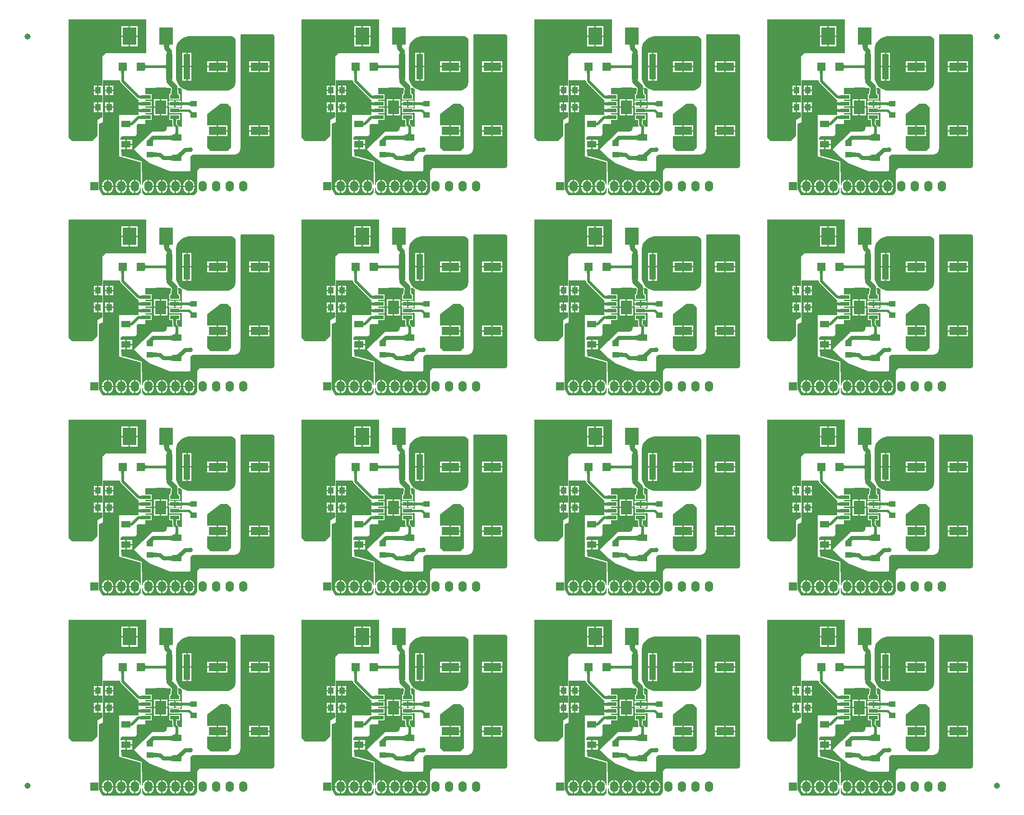
<source format=gtl>
G04*
G04 #@! TF.GenerationSoftware,Altium Limited,Altium Designer,18.1.9 (240)*
G04*
G04 Layer_Physical_Order=1*
G04 Layer_Color=255*
%FSLAX24Y24*%
%MOIN*%
G70*
G01*
G75*
%ADD10C,0.0450*%
%ADD11R,0.0640X0.0640*%
%ADD12R,0.0700X0.0500*%
%ADD13R,0.1000X0.1300*%
%ADD14R,0.0460X0.1850*%
%ADD15R,0.0400X0.0510*%
%ADD16R,0.0700X0.0280*%
%ADD17R,0.0800X0.1000*%
%ADD18R,0.1280X0.0600*%
%ADD19R,0.0510X0.0400*%
%ADD20C,0.0300*%
%ADD21C,0.0350*%
%ADD22C,0.0400*%
%ADD23C,0.0200*%
%ADD24C,0.0150*%
%ADD25R,0.0600X0.0600*%
%ADD26O,0.0600X0.0800*%
%ADD27C,0.0400*%
%ADD28C,0.0300*%
%ADD29C,0.0350*%
%ADD30C,0.0100*%
G36*
X63106Y58275D02*
X63094Y58268D01*
X63083Y58256D01*
X63074Y58239D01*
X63067Y58217D01*
X63062Y58191D01*
X63058Y58159D01*
X63057Y58123D01*
X63060Y58037D01*
X62710Y58013D01*
X62706Y58064D01*
X62695Y58148D01*
X62687Y58182D01*
X62678Y58211D01*
X62668Y58235D01*
X62657Y58254D01*
X62644Y58267D01*
X62631Y58275D01*
X62616Y58277D01*
X63121D01*
X63106Y58275D01*
D02*
G37*
G36*
X45906D02*
X45894Y58268D01*
X45883Y58256D01*
X45874Y58239D01*
X45867Y58217D01*
X45862Y58191D01*
X45858Y58159D01*
X45857Y58123D01*
X45860Y58037D01*
X45510Y58013D01*
X45506Y58064D01*
X45494Y58148D01*
X45487Y58182D01*
X45478Y58211D01*
X45468Y58235D01*
X45457Y58254D01*
X45444Y58267D01*
X45431Y58275D01*
X45416Y58277D01*
X45921D01*
X45906Y58275D01*
D02*
G37*
G36*
X28706D02*
X28693Y58268D01*
X28683Y58256D01*
X28674Y58239D01*
X28667Y58217D01*
X28662Y58191D01*
X28658Y58159D01*
X28657Y58123D01*
X28660Y58037D01*
X28310Y58013D01*
X28306Y58064D01*
X28294Y58148D01*
X28287Y58182D01*
X28278Y58211D01*
X28268Y58235D01*
X28257Y58254D01*
X28244Y58267D01*
X28231Y58275D01*
X28216Y58277D01*
X28721D01*
X28706Y58275D01*
D02*
G37*
G36*
X11506D02*
X11493Y58268D01*
X11483Y58256D01*
X11474Y58239D01*
X11467Y58217D01*
X11462Y58191D01*
X11458Y58159D01*
X11457Y58123D01*
X11460Y58037D01*
X11110Y58013D01*
X11106Y58064D01*
X11094Y58148D01*
X11087Y58182D01*
X11078Y58211D01*
X11068Y58235D01*
X11057Y58254D01*
X11044Y58267D01*
X11031Y58275D01*
X11016Y58277D01*
X11521D01*
X11506Y58275D01*
D02*
G37*
G36*
X63251Y57790D02*
X63259Y57684D01*
X63263Y57658D01*
X63269Y57637D01*
X63276Y57620D01*
X63284Y57608D01*
X63294Y57601D01*
X63304Y57599D01*
X62846D01*
X62856Y57601D01*
X62866Y57608D01*
X62874Y57620D01*
X62881Y57637D01*
X62887Y57658D01*
X62891Y57684D01*
X62895Y57715D01*
X62899Y57790D01*
X62900Y57835D01*
X63250D01*
X63251Y57790D01*
D02*
G37*
G36*
X46051D02*
X46059Y57684D01*
X46063Y57658D01*
X46069Y57637D01*
X46076Y57620D01*
X46084Y57608D01*
X46094Y57601D01*
X46104Y57599D01*
X45646D01*
X45656Y57601D01*
X45666Y57608D01*
X45674Y57620D01*
X45681Y57637D01*
X45687Y57658D01*
X45691Y57684D01*
X45695Y57715D01*
X45699Y57790D01*
X45700Y57835D01*
X46050D01*
X46051Y57790D01*
D02*
G37*
G36*
X28851D02*
X28859Y57684D01*
X28863Y57658D01*
X28869Y57637D01*
X28876Y57620D01*
X28884Y57608D01*
X28894Y57601D01*
X28904Y57599D01*
X28446D01*
X28456Y57601D01*
X28466Y57608D01*
X28474Y57620D01*
X28481Y57637D01*
X28487Y57658D01*
X28491Y57684D01*
X28495Y57715D01*
X28499Y57790D01*
X28500Y57835D01*
X28850D01*
X28851Y57790D01*
D02*
G37*
G36*
X11651D02*
X11659Y57684D01*
X11663Y57658D01*
X11669Y57637D01*
X11676Y57620D01*
X11684Y57608D01*
X11694Y57601D01*
X11704Y57599D01*
X11246D01*
X11256Y57601D01*
X11266Y57608D01*
X11274Y57620D01*
X11281Y57637D01*
X11287Y57658D01*
X11291Y57684D01*
X11295Y57715D01*
X11299Y57790D01*
X11300Y57835D01*
X11650D01*
X11651Y57790D01*
D02*
G37*
G36*
X62846Y56793D02*
X62877Y56795D01*
X62903Y56802D01*
X62922Y56809D01*
X62934Y56817D01*
Y56794D01*
X62943Y56794D01*
X62951Y56799D01*
Y56551D01*
X62943Y56556D01*
X62934Y56558D01*
Y56533D01*
X62922Y56541D01*
X62903Y56548D01*
X62877Y56555D01*
X62846Y56560D01*
Y56475D01*
X62844Y56494D01*
X62838Y56511D01*
X62828Y56526D01*
X62814Y56539D01*
X62796Y56550D01*
X62774Y56559D01*
X62748Y56566D01*
X62728Y56569D01*
X62576Y56575D01*
X62502Y56575D01*
Y56775D01*
X62576Y56775D01*
X62762Y56788D01*
X62774Y56791D01*
X62796Y56800D01*
X62814Y56811D01*
X62828Y56824D01*
X62838Y56839D01*
X62844Y56856D01*
X62846Y56875D01*
Y56793D01*
D02*
G37*
G36*
X45646D02*
X45677Y56795D01*
X45703Y56802D01*
X45722Y56809D01*
X45734Y56817D01*
Y56794D01*
X45743Y56794D01*
X45751Y56799D01*
Y56551D01*
X45743Y56556D01*
X45734Y56558D01*
Y56533D01*
X45722Y56541D01*
X45703Y56548D01*
X45677Y56555D01*
X45646Y56560D01*
Y56475D01*
X45644Y56494D01*
X45638Y56511D01*
X45628Y56526D01*
X45614Y56539D01*
X45596Y56550D01*
X45574Y56559D01*
X45548Y56566D01*
X45528Y56569D01*
X45376Y56575D01*
X45302Y56575D01*
Y56775D01*
X45376Y56775D01*
X45562Y56788D01*
X45574Y56791D01*
X45596Y56800D01*
X45614Y56811D01*
X45628Y56824D01*
X45638Y56839D01*
X45644Y56856D01*
X45646Y56875D01*
Y56793D01*
D02*
G37*
G36*
X28446D02*
X28477Y56795D01*
X28503Y56802D01*
X28522Y56809D01*
X28534Y56817D01*
Y56794D01*
X28543Y56794D01*
X28551Y56799D01*
Y56551D01*
X28543Y56556D01*
X28534Y56558D01*
Y56533D01*
X28522Y56541D01*
X28503Y56548D01*
X28477Y56555D01*
X28446Y56560D01*
Y56475D01*
X28444Y56494D01*
X28438Y56511D01*
X28428Y56526D01*
X28414Y56539D01*
X28396Y56550D01*
X28374Y56559D01*
X28348Y56566D01*
X28328Y56569D01*
X28176Y56575D01*
X28102Y56575D01*
Y56775D01*
X28176Y56775D01*
X28362Y56788D01*
X28374Y56791D01*
X28396Y56800D01*
X28414Y56811D01*
X28428Y56824D01*
X28438Y56839D01*
X28444Y56856D01*
X28446Y56875D01*
Y56793D01*
D02*
G37*
G36*
X11246D02*
X11277Y56795D01*
X11303Y56802D01*
X11322Y56809D01*
X11334Y56817D01*
Y56794D01*
X11343Y56794D01*
X11351Y56799D01*
Y56551D01*
X11343Y56556D01*
X11334Y56558D01*
Y56533D01*
X11322Y56541D01*
X11303Y56548D01*
X11277Y56555D01*
X11246Y56560D01*
Y56475D01*
X11244Y56494D01*
X11238Y56511D01*
X11228Y56526D01*
X11214Y56539D01*
X11196Y56550D01*
X11174Y56559D01*
X11148Y56566D01*
X11128Y56569D01*
X10976Y56575D01*
X10902Y56575D01*
Y56775D01*
X10976Y56775D01*
X11162Y56788D01*
X11174Y56791D01*
X11196Y56800D01*
X11214Y56811D01*
X11228Y56824D01*
X11238Y56839D01*
X11244Y56856D01*
X11246Y56875D01*
Y56793D01*
D02*
G37*
G36*
X61285Y56856D02*
X61291Y56839D01*
X61301Y56824D01*
X61315Y56811D01*
X61333Y56800D01*
X61355Y56791D01*
X61381Y56784D01*
X61411Y56779D01*
X61446Y56776D01*
X61484Y56775D01*
Y56575D01*
X61446Y56574D01*
X61411Y56571D01*
X61381Y56566D01*
X61355Y56559D01*
X61333Y56550D01*
X61315Y56539D01*
X61301Y56526D01*
X61291Y56511D01*
X61285Y56494D01*
X61283Y56475D01*
Y56875D01*
X61285Y56856D01*
D02*
G37*
G36*
X44085D02*
X44091Y56839D01*
X44101Y56824D01*
X44115Y56811D01*
X44133Y56800D01*
X44155Y56791D01*
X44181Y56784D01*
X44211Y56779D01*
X44246Y56776D01*
X44284Y56775D01*
Y56575D01*
X44246Y56574D01*
X44211Y56571D01*
X44181Y56566D01*
X44155Y56559D01*
X44133Y56550D01*
X44115Y56539D01*
X44101Y56526D01*
X44091Y56511D01*
X44085Y56494D01*
X44083Y56475D01*
Y56875D01*
X44085Y56856D01*
D02*
G37*
G36*
X26885D02*
X26891Y56839D01*
X26901Y56824D01*
X26915Y56811D01*
X26933Y56800D01*
X26955Y56791D01*
X26981Y56784D01*
X27011Y56779D01*
X27046Y56776D01*
X27084Y56775D01*
Y56575D01*
X27046Y56574D01*
X27011Y56571D01*
X26981Y56566D01*
X26955Y56559D01*
X26933Y56550D01*
X26915Y56539D01*
X26901Y56526D01*
X26891Y56511D01*
X26885Y56494D01*
X26883Y56475D01*
Y56875D01*
X26885Y56856D01*
D02*
G37*
G36*
X9685D02*
X9691Y56839D01*
X9701Y56824D01*
X9715Y56811D01*
X9733Y56800D01*
X9755Y56791D01*
X9781Y56784D01*
X9811Y56779D01*
X9846Y56776D01*
X9884Y56775D01*
Y56575D01*
X9846Y56574D01*
X9811Y56571D01*
X9781Y56566D01*
X9755Y56559D01*
X9733Y56550D01*
X9715Y56539D01*
X9701Y56526D01*
X9691Y56511D01*
X9685Y56494D01*
X9683Y56475D01*
Y56875D01*
X9685Y56856D01*
D02*
G37*
G36*
X59806Y56354D02*
X59789Y56348D01*
X59774Y56338D01*
X59761Y56324D01*
X59750Y56306D01*
X59741Y56284D01*
X59734Y56258D01*
X59729Y56228D01*
X59726Y56194D01*
X59725Y56156D01*
X59525D01*
X59524Y56194D01*
X59521Y56228D01*
X59516Y56258D01*
X59509Y56284D01*
X59500Y56306D01*
X59489Y56324D01*
X59476Y56338D01*
X59461Y56348D01*
X59444Y56354D01*
X59425Y56356D01*
X59825D01*
X59806Y56354D01*
D02*
G37*
G36*
X42606D02*
X42589Y56348D01*
X42574Y56338D01*
X42561Y56324D01*
X42550Y56306D01*
X42541Y56284D01*
X42534Y56258D01*
X42529Y56228D01*
X42526Y56194D01*
X42525Y56156D01*
X42325D01*
X42324Y56194D01*
X42321Y56228D01*
X42316Y56258D01*
X42309Y56284D01*
X42300Y56306D01*
X42289Y56324D01*
X42276Y56338D01*
X42261Y56348D01*
X42244Y56354D01*
X42225Y56356D01*
X42625D01*
X42606Y56354D01*
D02*
G37*
G36*
X25406D02*
X25389Y56348D01*
X25374Y56338D01*
X25361Y56324D01*
X25350Y56306D01*
X25341Y56284D01*
X25334Y56258D01*
X25329Y56228D01*
X25326Y56194D01*
X25325Y56156D01*
X25125D01*
X25124Y56194D01*
X25121Y56228D01*
X25116Y56258D01*
X25109Y56284D01*
X25100Y56306D01*
X25089Y56324D01*
X25076Y56338D01*
X25061Y56348D01*
X25044Y56354D01*
X25025Y56356D01*
X25425D01*
X25406Y56354D01*
D02*
G37*
G36*
X8206D02*
X8189Y56348D01*
X8174Y56338D01*
X8161Y56324D01*
X8150Y56306D01*
X8141Y56284D01*
X8134Y56258D01*
X8129Y56228D01*
X8126Y56194D01*
X8125Y56156D01*
X7925D01*
X7924Y56194D01*
X7921Y56228D01*
X7916Y56258D01*
X7909Y56284D01*
X7900Y56306D01*
X7889Y56324D01*
X7876Y56338D01*
X7861Y56348D01*
X7844Y56354D01*
X7825Y56356D01*
X8225D01*
X8206Y56354D01*
D02*
G37*
G36*
X67727Y58912D02*
X67791Y58885D01*
X67848Y58847D01*
X67897Y58798D01*
X67935Y58741D01*
X67962Y58677D01*
X67975Y58609D01*
Y58575D01*
Y55557D01*
Y55494D01*
X67951Y55371D01*
X67903Y55255D01*
X67833Y55151D01*
X67744Y55062D01*
X67640Y54992D01*
X67524Y54944D01*
X67401Y54920D01*
X64482D01*
X64288Y54958D01*
X64106Y55034D01*
X63943Y55143D01*
X63803Y55283D01*
X63694Y55446D01*
X63618Y55628D01*
X63580Y55822D01*
Y55920D01*
Y57215D01*
X63580Y57215D01*
X63575Y57216D01*
Y57925D01*
Y58024D01*
X63613Y58217D01*
X63689Y58399D01*
X63798Y58562D01*
X63938Y58702D01*
X64101Y58811D01*
X64283Y58887D01*
X64477Y58925D01*
X67659D01*
X67727Y58912D01*
D02*
G37*
G36*
X50527D02*
X50591Y58885D01*
X50648Y58847D01*
X50697Y58798D01*
X50735Y58741D01*
X50762Y58677D01*
X50775Y58609D01*
Y58575D01*
Y55557D01*
Y55494D01*
X50751Y55371D01*
X50703Y55255D01*
X50633Y55151D01*
X50544Y55062D01*
X50440Y54992D01*
X50324Y54944D01*
X50201Y54920D01*
X47282D01*
X47088Y54958D01*
X46906Y55034D01*
X46743Y55143D01*
X46603Y55283D01*
X46494Y55446D01*
X46418Y55628D01*
X46380Y55822D01*
Y55920D01*
Y57215D01*
X46380Y57215D01*
X46375Y57216D01*
Y57925D01*
Y58024D01*
X46413Y58217D01*
X46489Y58399D01*
X46598Y58562D01*
X46738Y58702D01*
X46901Y58811D01*
X47083Y58887D01*
X47277Y58925D01*
X50459D01*
X50527Y58912D01*
D02*
G37*
G36*
X33327D02*
X33391Y58885D01*
X33448Y58847D01*
X33497Y58798D01*
X33535Y58741D01*
X33562Y58677D01*
X33575Y58609D01*
Y58575D01*
Y55557D01*
Y55494D01*
X33551Y55371D01*
X33503Y55255D01*
X33433Y55151D01*
X33344Y55062D01*
X33240Y54992D01*
X33124Y54944D01*
X33001Y54920D01*
X30082D01*
X29888Y54958D01*
X29706Y55034D01*
X29543Y55143D01*
X29403Y55283D01*
X29294Y55446D01*
X29218Y55628D01*
X29180Y55822D01*
Y55920D01*
Y57215D01*
X29180Y57215D01*
X29175Y57216D01*
Y57925D01*
Y58024D01*
X29213Y58217D01*
X29289Y58399D01*
X29398Y58562D01*
X29538Y58702D01*
X29701Y58811D01*
X29883Y58887D01*
X30077Y58925D01*
X33259D01*
X33327Y58912D01*
D02*
G37*
G36*
X16127D02*
X16191Y58885D01*
X16248Y58847D01*
X16297Y58798D01*
X16335Y58741D01*
X16362Y58677D01*
X16375Y58609D01*
Y58575D01*
Y55557D01*
Y55494D01*
X16351Y55371D01*
X16303Y55255D01*
X16233Y55151D01*
X16144Y55062D01*
X16040Y54992D01*
X15924Y54944D01*
X15801Y54920D01*
X12881D01*
X12688Y54958D01*
X12506Y55034D01*
X12343Y55143D01*
X12203Y55283D01*
X12094Y55446D01*
X12018Y55628D01*
X11980Y55822D01*
Y55920D01*
Y57215D01*
X11980Y57215D01*
X11975Y57216D01*
Y57925D01*
Y58024D01*
X12013Y58217D01*
X12089Y58399D01*
X12198Y58562D01*
X12338Y58702D01*
X12501Y58811D01*
X12683Y58887D01*
X12876Y58925D01*
X16059D01*
X16127Y58912D01*
D02*
G37*
G36*
X63662Y54888D02*
X63675Y54760D01*
X63686Y54708D01*
X63701Y54664D01*
X63719Y54628D01*
X63740Y54600D01*
X63765Y54580D01*
X63793Y54568D01*
X63824Y54564D01*
X63126D01*
X63152Y54568D01*
X63174Y54580D01*
X63194Y54600D01*
X63212Y54628D01*
X63227Y54664D01*
X63239Y54708D01*
X63248Y54760D01*
X63255Y54820D01*
X63260Y54964D01*
X63660D01*
X63662Y54888D01*
D02*
G37*
G36*
X46462D02*
X46475Y54760D01*
X46486Y54708D01*
X46501Y54664D01*
X46519Y54628D01*
X46540Y54600D01*
X46565Y54580D01*
X46593Y54568D01*
X46624Y54564D01*
X45926D01*
X45952Y54568D01*
X45974Y54580D01*
X45994Y54600D01*
X46012Y54628D01*
X46027Y54664D01*
X46039Y54708D01*
X46048Y54760D01*
X46055Y54820D01*
X46060Y54964D01*
X46460D01*
X46462Y54888D01*
D02*
G37*
G36*
X29262D02*
X29275Y54760D01*
X29286Y54708D01*
X29301Y54664D01*
X29319Y54628D01*
X29340Y54600D01*
X29365Y54580D01*
X29393Y54568D01*
X29424Y54564D01*
X28726D01*
X28752Y54568D01*
X28774Y54580D01*
X28794Y54600D01*
X28812Y54628D01*
X28827Y54664D01*
X28839Y54708D01*
X28848Y54760D01*
X28855Y54820D01*
X28860Y54964D01*
X29260D01*
X29262Y54888D01*
D02*
G37*
G36*
X12062D02*
X12075Y54760D01*
X12086Y54708D01*
X12101Y54664D01*
X12119Y54628D01*
X12140Y54600D01*
X12165Y54580D01*
X12193Y54568D01*
X12224Y54564D01*
X11526D01*
X11552Y54568D01*
X11574Y54580D01*
X11594Y54600D01*
X11612Y54628D01*
X11627Y54664D01*
X11639Y54708D01*
X11648Y54760D01*
X11655Y54820D01*
X11660Y54964D01*
X12060D01*
X12062Y54888D01*
D02*
G37*
G36*
X61026Y54286D02*
X61024Y54294D01*
X61018Y54300D01*
X61008Y54306D01*
X60994Y54311D01*
X60976Y54315D01*
X60954Y54319D01*
X60928Y54322D01*
X60864Y54325D01*
X60826Y54325D01*
Y54525D01*
X60864Y54525D01*
X60954Y54531D01*
X60976Y54535D01*
X60994Y54539D01*
X61008Y54544D01*
X61018Y54550D01*
X61024Y54556D01*
X61026Y54564D01*
Y54286D01*
D02*
G37*
G36*
X43826D02*
X43824Y54294D01*
X43818Y54300D01*
X43808Y54306D01*
X43794Y54311D01*
X43776Y54315D01*
X43754Y54319D01*
X43728Y54322D01*
X43664Y54325D01*
X43626Y54325D01*
Y54525D01*
X43664Y54525D01*
X43754Y54531D01*
X43776Y54535D01*
X43794Y54539D01*
X43808Y54544D01*
X43818Y54550D01*
X43824Y54556D01*
X43826Y54564D01*
Y54286D01*
D02*
G37*
G36*
X26626D02*
X26624Y54294D01*
X26618Y54300D01*
X26608Y54306D01*
X26594Y54311D01*
X26576Y54315D01*
X26554Y54319D01*
X26528Y54322D01*
X26464Y54325D01*
X26426Y54325D01*
Y54525D01*
X26464Y54525D01*
X26554Y54531D01*
X26576Y54535D01*
X26594Y54539D01*
X26608Y54544D01*
X26618Y54550D01*
X26624Y54556D01*
X26626Y54564D01*
Y54286D01*
D02*
G37*
G36*
X9426D02*
X9424Y54294D01*
X9418Y54300D01*
X9408Y54306D01*
X9394Y54311D01*
X9376Y54315D01*
X9354Y54319D01*
X9328Y54322D01*
X9264Y54325D01*
X9226Y54325D01*
Y54525D01*
X9264Y54525D01*
X9354Y54531D01*
X9376Y54535D01*
X9394Y54539D01*
X9408Y54544D01*
X9418Y54550D01*
X9424Y54556D01*
X9426Y54564D01*
Y54286D01*
D02*
G37*
G36*
X61026Y53786D02*
X61024Y53794D01*
X61018Y53800D01*
X61008Y53806D01*
X60994Y53811D01*
X60976Y53815D01*
X60954Y53819D01*
X60928Y53822D01*
X60864Y53825D01*
X60826Y53825D01*
Y54025D01*
X60864Y54025D01*
X60954Y54031D01*
X60976Y54035D01*
X60994Y54039D01*
X61008Y54044D01*
X61018Y54050D01*
X61024Y54056D01*
X61026Y54064D01*
Y53786D01*
D02*
G37*
G36*
X43826D02*
X43824Y53794D01*
X43818Y53800D01*
X43808Y53806D01*
X43794Y53811D01*
X43776Y53815D01*
X43754Y53819D01*
X43728Y53822D01*
X43664Y53825D01*
X43626Y53825D01*
Y54025D01*
X43664Y54025D01*
X43754Y54031D01*
X43776Y54035D01*
X43794Y54039D01*
X43808Y54044D01*
X43818Y54050D01*
X43824Y54056D01*
X43826Y54064D01*
Y53786D01*
D02*
G37*
G36*
X26626D02*
X26624Y53794D01*
X26618Y53800D01*
X26608Y53806D01*
X26594Y53811D01*
X26576Y53815D01*
X26554Y53819D01*
X26528Y53822D01*
X26464Y53825D01*
X26426Y53825D01*
Y54025D01*
X26464Y54025D01*
X26554Y54031D01*
X26576Y54035D01*
X26594Y54039D01*
X26608Y54044D01*
X26618Y54050D01*
X26624Y54056D01*
X26626Y54064D01*
Y53786D01*
D02*
G37*
G36*
X9426D02*
X9424Y53794D01*
X9418Y53800D01*
X9408Y53806D01*
X9394Y53811D01*
X9376Y53815D01*
X9354Y53819D01*
X9328Y53822D01*
X9264Y53825D01*
X9226Y53825D01*
Y54025D01*
X9264Y54025D01*
X9354Y54031D01*
X9376Y54035D01*
X9394Y54039D01*
X9408Y54044D01*
X9418Y54050D01*
X9424Y54056D01*
X9426Y54064D01*
Y53786D01*
D02*
G37*
G36*
X64621Y53726D02*
X64619Y53745D01*
X64613Y53762D01*
X64603Y53777D01*
X64589Y53789D01*
X64571Y53800D01*
X64549Y53809D01*
X64523Y53816D01*
X64493Y53821D01*
X64459Y53824D01*
X64421Y53825D01*
Y54025D01*
X64459Y54026D01*
X64493Y54029D01*
X64523Y54034D01*
X64549Y54041D01*
X64571Y54050D01*
X64589Y54061D01*
X64603Y54073D01*
X64613Y54088D01*
X64619Y54105D01*
X64621Y54124D01*
Y53726D01*
D02*
G37*
G36*
X47421D02*
X47419Y53745D01*
X47413Y53762D01*
X47403Y53777D01*
X47389Y53789D01*
X47371Y53800D01*
X47349Y53809D01*
X47323Y53816D01*
X47293Y53821D01*
X47259Y53824D01*
X47221Y53825D01*
Y54025D01*
X47259Y54026D01*
X47293Y54029D01*
X47323Y54034D01*
X47349Y54041D01*
X47371Y54050D01*
X47389Y54061D01*
X47403Y54073D01*
X47413Y54088D01*
X47419Y54105D01*
X47421Y54124D01*
Y53726D01*
D02*
G37*
G36*
X30221D02*
X30219Y53745D01*
X30213Y53762D01*
X30203Y53777D01*
X30189Y53789D01*
X30171Y53800D01*
X30149Y53809D01*
X30123Y53816D01*
X30093Y53821D01*
X30059Y53824D01*
X30021Y53825D01*
Y54025D01*
X30059Y54026D01*
X30093Y54029D01*
X30123Y54034D01*
X30149Y54041D01*
X30171Y54050D01*
X30189Y54061D01*
X30203Y54073D01*
X30213Y54088D01*
X30219Y54105D01*
X30221Y54124D01*
Y53726D01*
D02*
G37*
G36*
X13021D02*
X13019Y53745D01*
X13013Y53762D01*
X13003Y53777D01*
X12989Y53789D01*
X12971Y53800D01*
X12949Y53809D01*
X12923Y53816D01*
X12893Y53821D01*
X12859Y53824D01*
X12821Y53825D01*
Y54025D01*
X12859Y54026D01*
X12893Y54029D01*
X12923Y54034D01*
X12949Y54041D01*
X12971Y54050D01*
X12989Y54061D01*
X13003Y54073D01*
X13013Y54088D01*
X13019Y54105D01*
X13021Y54124D01*
Y53726D01*
D02*
G37*
G36*
X70760Y59052D02*
X70802Y59010D01*
X70825Y58955D01*
Y58925D01*
Y49375D01*
Y49335D01*
X70795Y49262D01*
X70738Y49205D01*
X70665Y49175D01*
X65425D01*
X65396Y49174D01*
X65338Y49162D01*
X65284Y49140D01*
X65235Y49107D01*
X65193Y49065D01*
X65160Y49016D01*
X65138Y48962D01*
X65126Y48904D01*
X65125Y48875D01*
Y47481D01*
X65112Y47416D01*
X65086Y47354D01*
X65049Y47298D01*
X65002Y47251D01*
X64946Y47214D01*
X64884Y47188D01*
X64819Y47175D01*
X61345D01*
X61287Y47187D01*
X61233Y47209D01*
X61184Y47242D01*
X61142Y47284D01*
X61109Y47333D01*
X61087Y47387D01*
X61075Y47445D01*
Y47696D01*
X61125Y47699D01*
X61135Y47621D01*
X61176Y47523D01*
X61240Y47440D01*
X61323Y47376D01*
X61421Y47335D01*
X61475Y47328D01*
Y47825D01*
Y48322D01*
X61421Y48315D01*
X61323Y48274D01*
X61240Y48210D01*
X61176Y48127D01*
X61135Y48029D01*
X61125Y47951D01*
X61075Y47955D01*
Y48500D01*
X61040Y49324D01*
Y49603D01*
X61033Y49618D01*
X61031Y49635D01*
X61027Y49639D01*
X61025Y49675D01*
X59775Y50025D01*
X59638D01*
X59573Y50042D01*
X59507Y50537D01*
X59540Y50575D01*
X59825D01*
Y50925D01*
Y51275D01*
X59475D01*
Y51425D01*
X59575Y51525D01*
X60525D01*
X60675Y51625D01*
Y52375D01*
X60775Y52425D01*
X61323D01*
Y52725D01*
X61785D01*
Y53125D01*
X61323D01*
Y53225D01*
X61785D01*
Y53625D01*
X61323D01*
Y53725D01*
X61785D01*
Y54125D01*
X61323D01*
Y54225D01*
X61785D01*
Y54625D01*
X61323D01*
Y55106D01*
X62071D01*
X62075Y55125D01*
X62875D01*
X62877Y55106D01*
X63163D01*
X63198Y55071D01*
Y54972D01*
X63195Y54966D01*
X63190Y54825D01*
X63184Y54769D01*
X63175Y54722D01*
X63165Y54685D01*
X63154Y54657D01*
X63143Y54640D01*
X63135Y54633D01*
X63131Y54630D01*
X63116Y54628D01*
X63111Y54625D01*
X63065D01*
Y54573D01*
X63061Y54564D01*
X63063Y54559D01*
X63062Y54554D01*
X63065Y54549D01*
Y54225D01*
X63885D01*
Y54550D01*
X63888Y54556D01*
X63887Y54560D01*
X63889Y54564D01*
X63885Y54573D01*
Y54625D01*
X63838D01*
X63832Y54628D01*
X63810Y54631D01*
X63799Y54636D01*
X63787Y54645D01*
X63774Y54662D01*
X63761Y54689D01*
X63749Y54725D01*
X63739Y54770D01*
X63727Y54892D01*
X63725Y54965D01*
X63722Y54971D01*
Y55106D01*
X63888D01*
X63897Y55097D01*
X63903Y55095D01*
X63906Y55089D01*
X64000Y55027D01*
Y54025D01*
X64024Y54025D01*
Y53825D01*
X64000Y53825D01*
Y53609D01*
X63996Y53601D01*
X63950Y53566D01*
X63948Y53566D01*
X63927Y53567D01*
X63909Y53570D01*
X63896Y53573D01*
X63887Y53576D01*
X63886Y53577D01*
X63885Y53578D01*
Y53625D01*
X63833D01*
X63824Y53629D01*
X63820Y53627D01*
X63816Y53628D01*
X63810Y53625D01*
X63065D01*
Y53225D01*
X63810D01*
X63816Y53222D01*
X63820Y53223D01*
X63824Y53221D01*
X63833Y53225D01*
X63885D01*
Y53272D01*
X63886Y53273D01*
X63887Y53274D01*
X63896Y53277D01*
X63909Y53280D01*
X63927Y53283D01*
X63948Y53284D01*
X63950Y53285D01*
X63996Y53249D01*
X64000Y53241D01*
Y52225D01*
X63788D01*
X63776Y52287D01*
X63740Y52340D01*
X63638Y52443D01*
Y52580D01*
X63640Y52585D01*
X63641Y52620D01*
X63643Y52650D01*
X63648Y52674D01*
X63653Y52693D01*
X63658Y52707D01*
X63663Y52715D01*
X63666Y52718D01*
X63668Y52720D01*
X63670Y52720D01*
X63682Y52722D01*
X63688Y52725D01*
X63885D01*
Y53125D01*
X63065D01*
Y52725D01*
X63262D01*
X63268Y52722D01*
X63280Y52720D01*
X63282Y52720D01*
X63284Y52718D01*
X63287Y52715D01*
X63292Y52707D01*
X63297Y52693D01*
X63302Y52674D01*
X63307Y52650D01*
X63309Y52621D01*
X63310Y52585D01*
X63312Y52580D01*
Y52375D01*
X63324Y52313D01*
X63349Y52275D01*
X63328Y52225D01*
X62891D01*
X62875Y51975D01*
X62675Y51875D01*
X61825D01*
X60475Y50575D01*
X60975Y50025D01*
X61625Y49525D01*
X63125Y48925D01*
X64525D01*
X64545Y48927D01*
X64581Y48942D01*
X64608Y48969D01*
X64623Y49005D01*
X64625Y49025D01*
Y49975D01*
X64663Y50067D01*
X64733Y50137D01*
X64825Y50175D01*
X67875D01*
X67919Y50177D01*
X68006Y50194D01*
X68087Y50228D01*
X68160Y50277D01*
X68223Y50340D01*
X68272Y50413D01*
X68306Y50494D01*
X68323Y50581D01*
X68325Y50625D01*
Y58975D01*
Y58995D01*
X68340Y59032D01*
X68368Y59060D01*
X68405Y59075D01*
X70705D01*
X70760Y59052D01*
D02*
G37*
G36*
X53560D02*
X53602Y59010D01*
X53625Y58955D01*
Y58925D01*
Y49375D01*
Y49335D01*
X53595Y49262D01*
X53538Y49205D01*
X53465Y49175D01*
X48225D01*
X48196Y49174D01*
X48138Y49162D01*
X48084Y49140D01*
X48035Y49107D01*
X47993Y49065D01*
X47960Y49016D01*
X47938Y48962D01*
X47926Y48904D01*
X47925Y48875D01*
Y47481D01*
X47912Y47416D01*
X47886Y47354D01*
X47849Y47298D01*
X47802Y47251D01*
X47746Y47214D01*
X47684Y47188D01*
X47619Y47175D01*
X44145D01*
X44088Y47187D01*
X44033Y47209D01*
X43984Y47242D01*
X43942Y47284D01*
X43909Y47333D01*
X43887Y47387D01*
X43875Y47445D01*
Y47696D01*
X43925Y47699D01*
X43935Y47621D01*
X43976Y47523D01*
X44040Y47440D01*
X44123Y47376D01*
X44221Y47335D01*
X44275Y47328D01*
Y47825D01*
Y48322D01*
X44221Y48315D01*
X44123Y48274D01*
X44040Y48210D01*
X43976Y48127D01*
X43935Y48029D01*
X43925Y47951D01*
X43875Y47955D01*
Y48500D01*
X43840Y49324D01*
Y49603D01*
X43833Y49618D01*
X43831Y49635D01*
X43827Y49639D01*
X43825Y49675D01*
X42575Y50025D01*
X42438D01*
X42373Y50042D01*
X42307Y50537D01*
X42340Y50575D01*
X42625D01*
Y50925D01*
Y51275D01*
X42275D01*
Y51425D01*
X42375Y51525D01*
X43325D01*
X43475Y51625D01*
Y52375D01*
X43575Y52425D01*
X44123D01*
Y52725D01*
X44585D01*
Y53125D01*
X44123D01*
Y53225D01*
X44585D01*
Y53625D01*
X44123D01*
Y53725D01*
X44585D01*
Y54125D01*
X44123D01*
Y54225D01*
X44585D01*
Y54625D01*
X44123D01*
Y55106D01*
X44871D01*
X44875Y55125D01*
X45675D01*
X45677Y55106D01*
X45963D01*
X45998Y55071D01*
Y54972D01*
X45995Y54966D01*
X45990Y54825D01*
X45984Y54769D01*
X45975Y54722D01*
X45965Y54685D01*
X45954Y54657D01*
X45943Y54640D01*
X45935Y54633D01*
X45931Y54630D01*
X45916Y54628D01*
X45911Y54625D01*
X45865D01*
Y54573D01*
X45861Y54564D01*
X45863Y54559D01*
X45862Y54554D01*
X45865Y54549D01*
Y54225D01*
X46685D01*
Y54550D01*
X46688Y54556D01*
X46687Y54560D01*
X46689Y54564D01*
X46685Y54573D01*
Y54625D01*
X46638D01*
X46632Y54628D01*
X46610Y54631D01*
X46599Y54636D01*
X46587Y54645D01*
X46574Y54662D01*
X46561Y54689D01*
X46549Y54725D01*
X46539Y54770D01*
X46527Y54892D01*
X46525Y54965D01*
X46522Y54971D01*
Y55106D01*
X46687D01*
X46697Y55097D01*
X46703Y55095D01*
X46706Y55089D01*
X46800Y55027D01*
Y54025D01*
X46824Y54025D01*
Y53825D01*
X46800Y53825D01*
Y53609D01*
X46796Y53601D01*
X46750Y53566D01*
X46748Y53566D01*
X46727Y53567D01*
X46709Y53570D01*
X46696Y53573D01*
X46687Y53576D01*
X46686Y53577D01*
X46685Y53578D01*
Y53625D01*
X46633D01*
X46624Y53629D01*
X46620Y53627D01*
X46616Y53628D01*
X46610Y53625D01*
X45865D01*
Y53225D01*
X46610D01*
X46616Y53222D01*
X46620Y53223D01*
X46624Y53221D01*
X46633Y53225D01*
X46685D01*
Y53272D01*
X46686Y53273D01*
X46687Y53274D01*
X46696Y53277D01*
X46709Y53280D01*
X46727Y53283D01*
X46748Y53284D01*
X46750Y53285D01*
X46796Y53249D01*
X46800Y53241D01*
Y52225D01*
X46588D01*
X46576Y52287D01*
X46540Y52340D01*
X46438Y52443D01*
Y52580D01*
X46440Y52585D01*
X46441Y52620D01*
X46443Y52650D01*
X46448Y52674D01*
X46453Y52693D01*
X46458Y52707D01*
X46463Y52715D01*
X46466Y52718D01*
X46468Y52720D01*
X46470Y52720D01*
X46482Y52722D01*
X46488Y52725D01*
X46685D01*
Y53125D01*
X45865D01*
Y52725D01*
X46062D01*
X46068Y52722D01*
X46080Y52720D01*
X46082Y52720D01*
X46084Y52718D01*
X46087Y52715D01*
X46092Y52707D01*
X46097Y52693D01*
X46102Y52674D01*
X46107Y52650D01*
X46109Y52621D01*
X46110Y52585D01*
X46112Y52580D01*
Y52375D01*
X46124Y52313D01*
X46149Y52275D01*
X46128Y52225D01*
X45691D01*
X45675Y51975D01*
X45475Y51875D01*
X44625D01*
X43275Y50575D01*
X43775Y50025D01*
X44425Y49525D01*
X45925Y48925D01*
X47325D01*
X47345Y48927D01*
X47381Y48942D01*
X47408Y48969D01*
X47423Y49005D01*
X47425Y49025D01*
Y49975D01*
X47463Y50067D01*
X47533Y50137D01*
X47625Y50175D01*
X50675D01*
X50719Y50177D01*
X50806Y50194D01*
X50887Y50228D01*
X50960Y50277D01*
X51023Y50340D01*
X51072Y50413D01*
X51106Y50494D01*
X51123Y50581D01*
X51125Y50625D01*
Y58975D01*
Y58995D01*
X51140Y59032D01*
X51168Y59060D01*
X51205Y59075D01*
X53505D01*
X53560Y59052D01*
D02*
G37*
G36*
X36360D02*
X36402Y59010D01*
X36425Y58955D01*
Y58925D01*
Y49375D01*
Y49335D01*
X36395Y49262D01*
X36338Y49205D01*
X36265Y49175D01*
X31025D01*
X30996Y49174D01*
X30938Y49162D01*
X30884Y49140D01*
X30835Y49107D01*
X30793Y49065D01*
X30760Y49016D01*
X30738Y48962D01*
X30726Y48904D01*
X30725Y48875D01*
Y47481D01*
X30712Y47416D01*
X30686Y47354D01*
X30649Y47298D01*
X30602Y47251D01*
X30546Y47214D01*
X30484Y47188D01*
X30419Y47175D01*
X26945D01*
X26887Y47187D01*
X26833Y47209D01*
X26784Y47242D01*
X26742Y47284D01*
X26709Y47333D01*
X26687Y47387D01*
X26675Y47445D01*
Y47696D01*
X26725Y47699D01*
X26735Y47621D01*
X26776Y47523D01*
X26840Y47440D01*
X26923Y47376D01*
X27021Y47335D01*
X27075Y47328D01*
Y47825D01*
Y48322D01*
X27021Y48315D01*
X26923Y48274D01*
X26840Y48210D01*
X26776Y48127D01*
X26735Y48029D01*
X26725Y47951D01*
X26675Y47955D01*
Y48500D01*
X26640Y49324D01*
Y49603D01*
X26633Y49618D01*
X26631Y49635D01*
X26627Y49639D01*
X26625Y49675D01*
X25375Y50025D01*
X25238D01*
X25173Y50042D01*
X25107Y50537D01*
X25140Y50575D01*
X25425D01*
Y50925D01*
Y51275D01*
X25075D01*
Y51425D01*
X25175Y51525D01*
X26125D01*
X26275Y51625D01*
Y52375D01*
X26375Y52425D01*
X26923D01*
Y52725D01*
X27385D01*
Y53125D01*
X26923D01*
Y53225D01*
X27385D01*
Y53625D01*
X26923D01*
Y53725D01*
X27385D01*
Y54125D01*
X26923D01*
Y54225D01*
X27385D01*
Y54625D01*
X26923D01*
Y55106D01*
X27671D01*
X27675Y55125D01*
X28475D01*
X28477Y55106D01*
X28763D01*
X28798Y55071D01*
Y54972D01*
X28795Y54966D01*
X28790Y54825D01*
X28784Y54769D01*
X28775Y54722D01*
X28765Y54685D01*
X28754Y54657D01*
X28743Y54640D01*
X28735Y54633D01*
X28731Y54630D01*
X28716Y54628D01*
X28711Y54625D01*
X28665D01*
Y54573D01*
X28661Y54564D01*
X28663Y54559D01*
X28662Y54554D01*
X28665Y54549D01*
Y54225D01*
X29485D01*
Y54550D01*
X29488Y54556D01*
X29487Y54560D01*
X29489Y54564D01*
X29485Y54573D01*
Y54625D01*
X29438D01*
X29432Y54628D01*
X29410Y54631D01*
X29399Y54636D01*
X29387Y54645D01*
X29374Y54662D01*
X29361Y54689D01*
X29349Y54725D01*
X29339Y54770D01*
X29327Y54892D01*
X29325Y54965D01*
X29322Y54971D01*
Y55106D01*
X29487D01*
X29497Y55097D01*
X29503Y55095D01*
X29506Y55089D01*
X29600Y55027D01*
Y54025D01*
X29624Y54025D01*
Y53825D01*
X29600Y53825D01*
Y53609D01*
X29596Y53601D01*
X29550Y53566D01*
X29548Y53566D01*
X29527Y53567D01*
X29509Y53570D01*
X29496Y53573D01*
X29487Y53576D01*
X29486Y53577D01*
X29485Y53578D01*
Y53625D01*
X29433D01*
X29424Y53629D01*
X29420Y53627D01*
X29416Y53628D01*
X29410Y53625D01*
X28665D01*
Y53225D01*
X29410D01*
X29416Y53222D01*
X29420Y53223D01*
X29424Y53221D01*
X29433Y53225D01*
X29485D01*
Y53272D01*
X29486Y53273D01*
X29487Y53274D01*
X29496Y53277D01*
X29509Y53280D01*
X29527Y53283D01*
X29548Y53284D01*
X29550Y53285D01*
X29596Y53249D01*
X29600Y53241D01*
Y52225D01*
X29388D01*
X29376Y52287D01*
X29340Y52340D01*
X29238Y52443D01*
Y52580D01*
X29240Y52585D01*
X29241Y52620D01*
X29243Y52650D01*
X29248Y52674D01*
X29253Y52693D01*
X29258Y52707D01*
X29263Y52715D01*
X29266Y52718D01*
X29268Y52720D01*
X29270Y52720D01*
X29282Y52722D01*
X29288Y52725D01*
X29485D01*
Y53125D01*
X28665D01*
Y52725D01*
X28862D01*
X28868Y52722D01*
X28880Y52720D01*
X28882Y52720D01*
X28884Y52718D01*
X28887Y52715D01*
X28892Y52707D01*
X28897Y52693D01*
X28902Y52674D01*
X28907Y52650D01*
X28909Y52621D01*
X28910Y52585D01*
X28912Y52580D01*
Y52375D01*
X28924Y52313D01*
X28949Y52275D01*
X28928Y52225D01*
X28491D01*
X28475Y51975D01*
X28275Y51875D01*
X27425D01*
X26075Y50575D01*
X26575Y50025D01*
X27225Y49525D01*
X28725Y48925D01*
X30125D01*
X30145Y48927D01*
X30181Y48942D01*
X30208Y48969D01*
X30223Y49005D01*
X30225Y49025D01*
Y49975D01*
X30263Y50067D01*
X30333Y50137D01*
X30425Y50175D01*
X33475D01*
X33519Y50177D01*
X33606Y50194D01*
X33687Y50228D01*
X33760Y50277D01*
X33823Y50340D01*
X33872Y50413D01*
X33906Y50494D01*
X33923Y50581D01*
X33925Y50625D01*
Y58975D01*
Y58995D01*
X33940Y59032D01*
X33968Y59060D01*
X34005Y59075D01*
X36305D01*
X36360Y59052D01*
D02*
G37*
G36*
X19160D02*
X19202Y59010D01*
X19225Y58955D01*
Y58925D01*
Y49375D01*
Y49335D01*
X19195Y49262D01*
X19138Y49205D01*
X19065Y49175D01*
X13825D01*
X13796Y49174D01*
X13738Y49162D01*
X13684Y49140D01*
X13635Y49107D01*
X13593Y49065D01*
X13560Y49016D01*
X13538Y48962D01*
X13526Y48904D01*
X13525Y48875D01*
Y47481D01*
X13512Y47416D01*
X13486Y47354D01*
X13449Y47298D01*
X13402Y47251D01*
X13346Y47214D01*
X13284Y47188D01*
X13219Y47175D01*
X9745D01*
X9687Y47187D01*
X9633Y47209D01*
X9584Y47242D01*
X9542Y47284D01*
X9509Y47333D01*
X9487Y47387D01*
X9475Y47445D01*
Y47696D01*
X9525Y47699D01*
X9535Y47621D01*
X9576Y47523D01*
X9640Y47440D01*
X9723Y47376D01*
X9821Y47335D01*
X9875Y47328D01*
Y47825D01*
Y48322D01*
X9821Y48315D01*
X9723Y48274D01*
X9640Y48210D01*
X9576Y48127D01*
X9535Y48029D01*
X9525Y47951D01*
X9475Y47955D01*
Y48500D01*
X9440Y49324D01*
Y49603D01*
X9433Y49618D01*
X9431Y49635D01*
X9427Y49639D01*
X9425Y49675D01*
X8175Y50025D01*
X8038D01*
X7973Y50042D01*
X7907Y50537D01*
X7940Y50575D01*
X8225D01*
Y50925D01*
Y51275D01*
X7875D01*
Y51425D01*
X7975Y51525D01*
X8925D01*
X9075Y51625D01*
Y52375D01*
X9175Y52425D01*
X9723D01*
Y52725D01*
X10185D01*
Y53125D01*
X9723D01*
Y53225D01*
X10185D01*
Y53625D01*
X9723D01*
Y53725D01*
X10185D01*
Y54125D01*
X9723D01*
Y54225D01*
X10185D01*
Y54625D01*
X9723D01*
Y55106D01*
X10471D01*
X10475Y55125D01*
X11275D01*
X11277Y55106D01*
X11563D01*
X11598Y55071D01*
Y54972D01*
X11595Y54966D01*
X11590Y54825D01*
X11584Y54769D01*
X11575Y54722D01*
X11565Y54685D01*
X11554Y54657D01*
X11543Y54640D01*
X11535Y54633D01*
X11531Y54630D01*
X11516Y54628D01*
X11511Y54625D01*
X11465D01*
Y54573D01*
X11461Y54564D01*
X11463Y54559D01*
X11462Y54554D01*
X11465Y54549D01*
Y54225D01*
X12285D01*
Y54550D01*
X12288Y54556D01*
X12287Y54560D01*
X12289Y54564D01*
X12285Y54573D01*
Y54625D01*
X12238D01*
X12232Y54628D01*
X12210Y54631D01*
X12199Y54636D01*
X12187Y54645D01*
X12174Y54662D01*
X12161Y54689D01*
X12149Y54725D01*
X12139Y54770D01*
X12127Y54892D01*
X12125Y54965D01*
X12122Y54971D01*
Y55106D01*
X12287D01*
X12297Y55097D01*
X12303Y55095D01*
X12306Y55089D01*
X12400Y55027D01*
Y54025D01*
X12424Y54025D01*
Y53825D01*
X12400Y53825D01*
Y53609D01*
X12396Y53601D01*
X12350Y53566D01*
X12348Y53566D01*
X12327Y53567D01*
X12309Y53570D01*
X12296Y53573D01*
X12287Y53576D01*
X12286Y53577D01*
X12285Y53578D01*
Y53625D01*
X12233D01*
X12224Y53629D01*
X12220Y53627D01*
X12216Y53628D01*
X12210Y53625D01*
X11465D01*
Y53225D01*
X12210D01*
X12216Y53222D01*
X12220Y53223D01*
X12224Y53221D01*
X12233Y53225D01*
X12285D01*
Y53272D01*
X12286Y53273D01*
X12287Y53274D01*
X12296Y53277D01*
X12309Y53280D01*
X12327Y53283D01*
X12348Y53284D01*
X12350Y53285D01*
X12396Y53249D01*
X12400Y53241D01*
Y52225D01*
X12188D01*
X12176Y52287D01*
X12140Y52340D01*
X12038Y52443D01*
Y52580D01*
X12040Y52585D01*
X12041Y52620D01*
X12043Y52650D01*
X12048Y52674D01*
X12053Y52693D01*
X12058Y52707D01*
X12063Y52715D01*
X12066Y52718D01*
X12068Y52720D01*
X12070Y52720D01*
X12082Y52722D01*
X12088Y52725D01*
X12285D01*
Y53125D01*
X11465D01*
Y52725D01*
X11662D01*
X11668Y52722D01*
X11680Y52720D01*
X11682Y52720D01*
X11684Y52718D01*
X11687Y52715D01*
X11692Y52707D01*
X11697Y52693D01*
X11702Y52674D01*
X11707Y52650D01*
X11709Y52621D01*
X11710Y52585D01*
X11712Y52580D01*
Y52375D01*
X11724Y52313D01*
X11749Y52275D01*
X11728Y52225D01*
X11291D01*
X11275Y51975D01*
X11075Y51875D01*
X10225D01*
X8875Y50575D01*
X9375Y50025D01*
X10025Y49525D01*
X11525Y48925D01*
X12925D01*
X12945Y48927D01*
X12981Y48942D01*
X13008Y48969D01*
X13023Y49005D01*
X13025Y49025D01*
Y49975D01*
X13063Y50067D01*
X13133Y50137D01*
X13225Y50175D01*
X16275D01*
X16319Y50177D01*
X16406Y50194D01*
X16487Y50228D01*
X16560Y50277D01*
X16623Y50340D01*
X16672Y50413D01*
X16706Y50494D01*
X16723Y50581D01*
X16725Y50625D01*
Y58975D01*
Y58995D01*
X16740Y59032D01*
X16768Y59060D01*
X16805Y59075D01*
X19105D01*
X19160Y59052D01*
D02*
G37*
G36*
X63825Y53552D02*
X63830Y53541D01*
X63837Y53531D01*
X63848Y53523D01*
X63861Y53516D01*
X63878Y53510D01*
X63897Y53506D01*
X63920Y53503D01*
X63945Y53501D01*
X63974Y53500D01*
Y53350D01*
X63945Y53349D01*
X63920Y53347D01*
X63897Y53344D01*
X63878Y53340D01*
X63861Y53334D01*
X63848Y53327D01*
X63837Y53319D01*
X63830Y53309D01*
X63825Y53298D01*
X63824Y53286D01*
Y53564D01*
X63825Y53552D01*
D02*
G37*
G36*
X61026Y53286D02*
X61024Y53294D01*
X61018Y53300D01*
X61008Y53306D01*
X60994Y53311D01*
X60976Y53315D01*
X60954Y53319D01*
X60928Y53322D01*
X60864Y53325D01*
X60826Y53325D01*
Y53525D01*
X60864Y53525D01*
X60954Y53531D01*
X60976Y53535D01*
X60994Y53539D01*
X61008Y53544D01*
X61018Y53550D01*
X61024Y53556D01*
X61026Y53564D01*
Y53286D01*
D02*
G37*
G36*
X46625Y53552D02*
X46630Y53541D01*
X46637Y53531D01*
X46648Y53523D01*
X46661Y53516D01*
X46678Y53510D01*
X46697Y53506D01*
X46720Y53503D01*
X46745Y53501D01*
X46774Y53500D01*
Y53350D01*
X46745Y53349D01*
X46720Y53347D01*
X46697Y53344D01*
X46678Y53340D01*
X46661Y53334D01*
X46648Y53327D01*
X46637Y53319D01*
X46630Y53309D01*
X46625Y53298D01*
X46624Y53286D01*
Y53564D01*
X46625Y53552D01*
D02*
G37*
G36*
X43826Y53286D02*
X43824Y53294D01*
X43818Y53300D01*
X43808Y53306D01*
X43794Y53311D01*
X43776Y53315D01*
X43754Y53319D01*
X43728Y53322D01*
X43664Y53325D01*
X43626Y53325D01*
Y53525D01*
X43664Y53525D01*
X43754Y53531D01*
X43776Y53535D01*
X43794Y53539D01*
X43808Y53544D01*
X43818Y53550D01*
X43824Y53556D01*
X43826Y53564D01*
Y53286D01*
D02*
G37*
G36*
X29425Y53552D02*
X29430Y53541D01*
X29437Y53531D01*
X29448Y53523D01*
X29461Y53516D01*
X29478Y53510D01*
X29497Y53506D01*
X29520Y53503D01*
X29545Y53501D01*
X29574Y53500D01*
Y53350D01*
X29545Y53349D01*
X29520Y53347D01*
X29497Y53344D01*
X29478Y53340D01*
X29461Y53334D01*
X29448Y53327D01*
X29437Y53319D01*
X29430Y53309D01*
X29425Y53298D01*
X29424Y53286D01*
Y53564D01*
X29425Y53552D01*
D02*
G37*
G36*
X26626Y53286D02*
X26624Y53294D01*
X26618Y53300D01*
X26608Y53306D01*
X26594Y53311D01*
X26576Y53315D01*
X26554Y53319D01*
X26528Y53322D01*
X26464Y53325D01*
X26426Y53325D01*
Y53525D01*
X26464Y53525D01*
X26554Y53531D01*
X26576Y53535D01*
X26594Y53539D01*
X26608Y53544D01*
X26618Y53550D01*
X26624Y53556D01*
X26626Y53564D01*
Y53286D01*
D02*
G37*
G36*
X12225Y53552D02*
X12230Y53541D01*
X12237Y53531D01*
X12248Y53523D01*
X12261Y53516D01*
X12278Y53510D01*
X12297Y53506D01*
X12320Y53503D01*
X12345Y53501D01*
X12374Y53500D01*
Y53350D01*
X12345Y53349D01*
X12320Y53347D01*
X12297Y53344D01*
X12278Y53340D01*
X12261Y53334D01*
X12248Y53327D01*
X12237Y53319D01*
X12230Y53309D01*
X12225Y53298D01*
X12224Y53286D01*
Y53564D01*
X12225Y53552D01*
D02*
G37*
G36*
X9426Y53286D02*
X9424Y53294D01*
X9418Y53300D01*
X9408Y53306D01*
X9394Y53311D01*
X9376Y53315D01*
X9354Y53319D01*
X9328Y53322D01*
X9264Y53325D01*
X9226Y53325D01*
Y53525D01*
X9264Y53525D01*
X9354Y53531D01*
X9376Y53535D01*
X9394Y53539D01*
X9408Y53544D01*
X9418Y53550D01*
X9424Y53556D01*
X9426Y53564D01*
Y53286D01*
D02*
G37*
G36*
X64705Y53373D02*
X64757Y53329D01*
X64780Y53313D01*
X64802Y53300D01*
X64823Y53291D01*
X64841Y53286D01*
X64859Y53284D01*
X64874Y53287D01*
X64888Y53293D01*
X64622Y53137D01*
X64633Y53146D01*
X64639Y53158D01*
X64641Y53172D01*
X64637Y53189D01*
X64629Y53209D01*
X64616Y53232D01*
X64598Y53257D01*
X64575Y53285D01*
X64515Y53349D01*
X64676Y53400D01*
X64705Y53373D01*
D02*
G37*
G36*
X47505D02*
X47557Y53329D01*
X47580Y53313D01*
X47602Y53300D01*
X47623Y53291D01*
X47641Y53286D01*
X47659Y53284D01*
X47674Y53287D01*
X47688Y53293D01*
X47422Y53137D01*
X47433Y53146D01*
X47439Y53158D01*
X47441Y53172D01*
X47437Y53189D01*
X47429Y53209D01*
X47416Y53232D01*
X47398Y53257D01*
X47375Y53285D01*
X47315Y53349D01*
X47476Y53400D01*
X47505Y53373D01*
D02*
G37*
G36*
X30305D02*
X30357Y53329D01*
X30380Y53313D01*
X30402Y53300D01*
X30423Y53291D01*
X30441Y53286D01*
X30459Y53284D01*
X30474Y53287D01*
X30488Y53293D01*
X30222Y53137D01*
X30233Y53146D01*
X30239Y53158D01*
X30241Y53172D01*
X30237Y53189D01*
X30229Y53209D01*
X30216Y53232D01*
X30198Y53257D01*
X30175Y53285D01*
X30115Y53349D01*
X30276Y53400D01*
X30305Y53373D01*
D02*
G37*
G36*
X13105D02*
X13157Y53329D01*
X13180Y53313D01*
X13202Y53300D01*
X13223Y53291D01*
X13241Y53286D01*
X13259Y53284D01*
X13274Y53287D01*
X13288Y53293D01*
X13022Y53137D01*
X13033Y53146D01*
X13039Y53158D01*
X13041Y53172D01*
X13037Y53189D01*
X13029Y53209D01*
X13016Y53232D01*
X12998Y53257D01*
X12975Y53285D01*
X12915Y53349D01*
X13076Y53400D01*
X13105Y53373D01*
D02*
G37*
G36*
X61026Y52786D02*
X61024Y52794D01*
X61018Y52800D01*
X61008Y52806D01*
X60994Y52811D01*
X60976Y52815D01*
X60954Y52819D01*
X60928Y52822D01*
X60864Y52825D01*
X60826Y52825D01*
Y53025D01*
X60864Y53025D01*
X60954Y53031D01*
X60976Y53035D01*
X60994Y53039D01*
X61008Y53044D01*
X61018Y53050D01*
X61024Y53056D01*
X61026Y53064D01*
Y52786D01*
D02*
G37*
G36*
X43826D02*
X43824Y52794D01*
X43818Y52800D01*
X43808Y52806D01*
X43794Y52811D01*
X43776Y52815D01*
X43754Y52819D01*
X43728Y52822D01*
X43664Y52825D01*
X43626Y52825D01*
Y53025D01*
X43664Y53025D01*
X43754Y53031D01*
X43776Y53035D01*
X43794Y53039D01*
X43808Y53044D01*
X43818Y53050D01*
X43824Y53056D01*
X43826Y53064D01*
Y52786D01*
D02*
G37*
G36*
X26626D02*
X26624Y52794D01*
X26618Y52800D01*
X26608Y52806D01*
X26594Y52811D01*
X26576Y52815D01*
X26554Y52819D01*
X26528Y52822D01*
X26464Y52825D01*
X26426Y52825D01*
Y53025D01*
X26464Y53025D01*
X26554Y53031D01*
X26576Y53035D01*
X26594Y53039D01*
X26608Y53044D01*
X26618Y53050D01*
X26624Y53056D01*
X26626Y53064D01*
Y52786D01*
D02*
G37*
G36*
X9426D02*
X9424Y52794D01*
X9418Y52800D01*
X9408Y52806D01*
X9394Y52811D01*
X9376Y52815D01*
X9354Y52819D01*
X9328Y52822D01*
X9264Y52825D01*
X9226Y52825D01*
Y53025D01*
X9264Y53025D01*
X9354Y53031D01*
X9376Y53035D01*
X9394Y53039D01*
X9408Y53044D01*
X9418Y53050D01*
X9424Y53056D01*
X9426Y53064D01*
Y52786D01*
D02*
G37*
G36*
X63656Y52784D02*
X63639Y52778D01*
X63624Y52768D01*
X63611Y52754D01*
X63600Y52736D01*
X63591Y52714D01*
X63584Y52688D01*
X63579Y52658D01*
X63576Y52624D01*
X63575Y52586D01*
X63375D01*
X63374Y52624D01*
X63371Y52658D01*
X63366Y52688D01*
X63359Y52714D01*
X63350Y52736D01*
X63339Y52754D01*
X63326Y52768D01*
X63311Y52778D01*
X63294Y52784D01*
X63275Y52786D01*
X63675D01*
X63656Y52784D01*
D02*
G37*
G36*
X46456D02*
X46439Y52778D01*
X46424Y52768D01*
X46411Y52754D01*
X46400Y52736D01*
X46391Y52714D01*
X46384Y52688D01*
X46379Y52658D01*
X46376Y52624D01*
X46375Y52586D01*
X46175D01*
X46174Y52624D01*
X46171Y52658D01*
X46166Y52688D01*
X46159Y52714D01*
X46150Y52736D01*
X46139Y52754D01*
X46126Y52768D01*
X46111Y52778D01*
X46094Y52784D01*
X46075Y52786D01*
X46475D01*
X46456Y52784D01*
D02*
G37*
G36*
X29256D02*
X29239Y52778D01*
X29224Y52768D01*
X29211Y52754D01*
X29200Y52736D01*
X29191Y52714D01*
X29184Y52688D01*
X29179Y52658D01*
X29176Y52624D01*
X29175Y52586D01*
X28975D01*
X28974Y52624D01*
X28971Y52658D01*
X28966Y52688D01*
X28959Y52714D01*
X28950Y52736D01*
X28939Y52754D01*
X28926Y52768D01*
X28911Y52778D01*
X28894Y52784D01*
X28875Y52786D01*
X29275D01*
X29256Y52784D01*
D02*
G37*
G36*
X12056D02*
X12039Y52778D01*
X12024Y52768D01*
X12011Y52754D01*
X12000Y52736D01*
X11991Y52714D01*
X11984Y52688D01*
X11979Y52658D01*
X11976Y52624D01*
X11975Y52586D01*
X11775D01*
X11774Y52624D01*
X11771Y52658D01*
X11766Y52688D01*
X11759Y52714D01*
X11750Y52736D01*
X11739Y52754D01*
X11726Y52768D01*
X11711Y52778D01*
X11694Y52784D01*
X11675Y52786D01*
X12075D01*
X12056Y52784D01*
D02*
G37*
G36*
X63726Y51836D02*
X63729Y51801D01*
X63734Y51771D01*
X63741Y51745D01*
X63750Y51723D01*
X63761Y51705D01*
X63774Y51691D01*
X63789Y51681D01*
X63806Y51675D01*
X63825Y51673D01*
X63728D01*
X63731Y51531D01*
X63519D01*
X63520Y51535D01*
X63521Y51545D01*
X63523Y51583D01*
X63524Y51673D01*
X63425D01*
X63444Y51675D01*
X63461Y51681D01*
X63476Y51691D01*
X63489Y51705D01*
X63500Y51723D01*
X63509Y51745D01*
X63516Y51771D01*
X63521Y51801D01*
X63524Y51836D01*
X63525Y51874D01*
X63725D01*
X63726Y51836D01*
D02*
G37*
G36*
X46526D02*
X46529Y51801D01*
X46534Y51771D01*
X46541Y51745D01*
X46550Y51723D01*
X46561Y51705D01*
X46574Y51691D01*
X46589Y51681D01*
X46606Y51675D01*
X46625Y51673D01*
X46528D01*
X46531Y51531D01*
X46319D01*
X46320Y51535D01*
X46321Y51545D01*
X46323Y51583D01*
X46324Y51673D01*
X46225D01*
X46244Y51675D01*
X46261Y51681D01*
X46276Y51691D01*
X46289Y51705D01*
X46300Y51723D01*
X46309Y51745D01*
X46316Y51771D01*
X46321Y51801D01*
X46324Y51836D01*
X46325Y51874D01*
X46525D01*
X46526Y51836D01*
D02*
G37*
G36*
X29326D02*
X29329Y51801D01*
X29334Y51771D01*
X29341Y51745D01*
X29350Y51723D01*
X29361Y51705D01*
X29374Y51691D01*
X29389Y51681D01*
X29406Y51675D01*
X29425Y51673D01*
X29328D01*
X29331Y51531D01*
X29119D01*
X29120Y51535D01*
X29121Y51545D01*
X29123Y51583D01*
X29124Y51673D01*
X29025D01*
X29044Y51675D01*
X29061Y51681D01*
X29076Y51691D01*
X29089Y51705D01*
X29100Y51723D01*
X29109Y51745D01*
X29116Y51771D01*
X29121Y51801D01*
X29124Y51836D01*
X29125Y51874D01*
X29325D01*
X29326Y51836D01*
D02*
G37*
G36*
X12126D02*
X12129Y51801D01*
X12134Y51771D01*
X12141Y51745D01*
X12150Y51723D01*
X12161Y51705D01*
X12174Y51691D01*
X12189Y51681D01*
X12206Y51675D01*
X12225Y51673D01*
X12128D01*
X12131Y51531D01*
X11919D01*
X11920Y51535D01*
X11921Y51545D01*
X11923Y51583D01*
X11924Y51673D01*
X11825D01*
X11844Y51675D01*
X11861Y51681D01*
X11876Y51691D01*
X11889Y51705D01*
X11900Y51723D01*
X11909Y51745D01*
X11916Y51771D01*
X11921Y51801D01*
X11924Y51836D01*
X11925Y51874D01*
X12125D01*
X12126Y51836D01*
D02*
G37*
G36*
X61981Y51319D02*
X61962Y51299D01*
X61880Y51207D01*
X61879Y51204D01*
X61371D01*
X61388Y51207D01*
X61409Y51217D01*
X61436Y51232D01*
X61467Y51255D01*
X61545Y51318D01*
X61643Y51407D01*
X61760Y51522D01*
X61981Y51319D01*
D02*
G37*
G36*
X44781D02*
X44762Y51299D01*
X44680Y51207D01*
X44679Y51204D01*
X44171D01*
X44188Y51207D01*
X44209Y51217D01*
X44236Y51232D01*
X44267Y51255D01*
X44345Y51318D01*
X44443Y51407D01*
X44560Y51522D01*
X44781Y51319D01*
D02*
G37*
G36*
X27581D02*
X27562Y51299D01*
X27480Y51207D01*
X27479Y51204D01*
X26971D01*
X26988Y51207D01*
X27009Y51217D01*
X27036Y51232D01*
X27067Y51255D01*
X27145Y51318D01*
X27243Y51407D01*
X27360Y51522D01*
X27581Y51319D01*
D02*
G37*
G36*
X10381D02*
X10362Y51299D01*
X10280Y51207D01*
X10279Y51204D01*
X9771D01*
X9788Y51207D01*
X9809Y51217D01*
X9836Y51232D01*
X9867Y51255D01*
X9945Y51318D01*
X10042Y51407D01*
X10160Y51522D01*
X10381Y51319D01*
D02*
G37*
G36*
X63276Y51176D02*
X63273Y51195D01*
X63264Y51212D01*
X63249Y51227D01*
X63228Y51239D01*
X63201Y51250D01*
X63168Y51259D01*
X63129Y51266D01*
X63084Y51271D01*
X62976Y51275D01*
Y51575D01*
X63033Y51576D01*
X63129Y51584D01*
X63168Y51591D01*
X63201Y51600D01*
X63228Y51611D01*
X63249Y51623D01*
X63264Y51638D01*
X63273Y51655D01*
X63276Y51674D01*
Y51176D01*
D02*
G37*
G36*
X46076D02*
X46073Y51195D01*
X46064Y51212D01*
X46049Y51227D01*
X46028Y51239D01*
X46001Y51250D01*
X45968Y51259D01*
X45929Y51266D01*
X45884Y51271D01*
X45776Y51275D01*
Y51575D01*
X45833Y51576D01*
X45929Y51584D01*
X45968Y51591D01*
X46001Y51600D01*
X46028Y51611D01*
X46049Y51623D01*
X46064Y51638D01*
X46073Y51655D01*
X46076Y51674D01*
Y51176D01*
D02*
G37*
G36*
X28876D02*
X28873Y51195D01*
X28864Y51212D01*
X28849Y51227D01*
X28828Y51239D01*
X28801Y51250D01*
X28768Y51259D01*
X28729Y51266D01*
X28684Y51271D01*
X28576Y51275D01*
Y51575D01*
X28633Y51576D01*
X28729Y51584D01*
X28768Y51591D01*
X28801Y51600D01*
X28828Y51611D01*
X28849Y51623D01*
X28864Y51638D01*
X28873Y51655D01*
X28876Y51674D01*
Y51176D01*
D02*
G37*
G36*
X11676D02*
X11673Y51195D01*
X11664Y51212D01*
X11649Y51227D01*
X11628Y51239D01*
X11601Y51250D01*
X11568Y51259D01*
X11529Y51266D01*
X11484Y51271D01*
X11376Y51275D01*
Y51575D01*
X11433Y51576D01*
X11529Y51584D01*
X11568Y51591D01*
X11601Y51600D01*
X11628Y51611D01*
X11649Y51623D01*
X11664Y51638D01*
X11673Y51655D01*
X11676Y51674D01*
Y51176D01*
D02*
G37*
G36*
X61375Y57675D02*
X58375D01*
X58125Y57425D01*
Y55318D01*
X58095Y55280D01*
X58075Y55280D01*
X57845D01*
Y54925D01*
Y54570D01*
D01*
X58075D01*
X58095Y54570D01*
X58125Y54532D01*
Y54068D01*
X58095Y54030D01*
X58075Y54030D01*
X57845D01*
Y53675D01*
Y53320D01*
D01*
X58075D01*
X58095Y53320D01*
X58125Y53282D01*
Y52925D01*
X57760Y52743D01*
Y51560D01*
X57375Y51175D01*
X55875D01*
X55625Y51425D01*
Y57030D01*
Y60175D01*
X61375D01*
Y57675D01*
D02*
G37*
G36*
X44175D02*
X41175D01*
X40925Y57425D01*
Y55318D01*
X40895Y55280D01*
X40875Y55280D01*
X40645D01*
Y54925D01*
Y54570D01*
D01*
X40875D01*
X40895Y54570D01*
X40925Y54532D01*
Y54068D01*
X40895Y54030D01*
X40875Y54030D01*
X40645D01*
Y53675D01*
Y53320D01*
D01*
X40875D01*
X40895Y53320D01*
X40925Y53282D01*
Y52925D01*
X40560Y52743D01*
Y51560D01*
X40175Y51175D01*
X38675D01*
X38425Y51425D01*
Y57030D01*
Y60175D01*
X44175D01*
Y57675D01*
D02*
G37*
G36*
X26975D02*
X23975D01*
X23725Y57425D01*
Y55318D01*
X23695Y55280D01*
X23675Y55280D01*
X23445D01*
Y54925D01*
Y54570D01*
D01*
X23675D01*
X23695Y54570D01*
X23725Y54532D01*
Y54068D01*
X23695Y54030D01*
X23675Y54030D01*
X23445D01*
Y53675D01*
Y53320D01*
D01*
X23675D01*
X23695Y53320D01*
X23725Y53282D01*
Y52925D01*
X23360Y52743D01*
Y51560D01*
X22975Y51175D01*
X21475D01*
X21225Y51425D01*
Y57030D01*
Y60175D01*
X26975D01*
Y57675D01*
D02*
G37*
G36*
X9775D02*
X6775D01*
X6525Y57425D01*
Y55318D01*
X6495Y55280D01*
X6475Y55280D01*
X6245D01*
Y54925D01*
Y54570D01*
D01*
X6475D01*
X6495Y54570D01*
X6525Y54532D01*
Y54068D01*
X6495Y54030D01*
X6475Y54030D01*
X6245D01*
Y53675D01*
Y53320D01*
D01*
X6475D01*
X6495Y53320D01*
X6525Y53282D01*
Y52925D01*
X6160Y52743D01*
Y51560D01*
X5775Y51175D01*
X4275D01*
X4025Y51425D01*
Y57030D01*
Y60175D01*
X9775D01*
Y57675D01*
D02*
G37*
G36*
X67625Y53675D02*
Y50675D01*
X67375Y50425D01*
X66125D01*
X65875Y50675D01*
Y51479D01*
X65885Y51525D01*
X65925Y51525D01*
X66575D01*
Y51925D01*
Y52325D01*
X65925D01*
X65885Y52325D01*
X65875Y52371D01*
Y53175D01*
X66875Y53925D01*
X67375D01*
X67625Y53675D01*
D02*
G37*
G36*
X50425D02*
Y50675D01*
X50175Y50425D01*
X48925D01*
X48675Y50675D01*
Y51479D01*
X48685Y51525D01*
X48725Y51525D01*
X49375D01*
Y51925D01*
Y52325D01*
X48725D01*
X48685Y52325D01*
X48675Y52371D01*
Y53175D01*
X49675Y53925D01*
X50175D01*
X50425Y53675D01*
D02*
G37*
G36*
X33225D02*
Y50675D01*
X32975Y50425D01*
X31725D01*
X31475Y50675D01*
Y51479D01*
X31485Y51525D01*
X31525Y51525D01*
X32175D01*
Y51925D01*
Y52325D01*
X31525D01*
X31485Y52325D01*
X31475Y52371D01*
Y53175D01*
X32475Y53925D01*
X32975D01*
X33225Y53675D01*
D02*
G37*
G36*
X16025D02*
Y50675D01*
X15775Y50425D01*
X14525D01*
X14275Y50675D01*
Y51479D01*
X14285Y51525D01*
X14325Y51525D01*
X14975D01*
Y51925D01*
Y52325D01*
X14325D01*
X14285Y52325D01*
X14275Y52371D01*
Y53175D01*
X15275Y53925D01*
X15775D01*
X16025Y53675D01*
D02*
G37*
G36*
X64186Y50274D02*
X64122Y50208D01*
X64022Y50091D01*
X63987Y50041D01*
X63961Y49996D01*
X63944Y49956D01*
X63937Y49922D01*
X63939Y49892D01*
X63951Y49868D01*
X63973Y49850D01*
X63450Y50173D01*
X63477Y50160D01*
X63508Y50155D01*
X63542Y50158D01*
X63580Y50168D01*
X63621Y50186D01*
X63665Y50211D01*
X63712Y50243D01*
X63763Y50283D01*
X63817Y50331D01*
X63874Y50386D01*
X64186Y50274D01*
D02*
G37*
G36*
X46986D02*
X46922Y50208D01*
X46822Y50091D01*
X46787Y50041D01*
X46761Y49996D01*
X46744Y49956D01*
X46737Y49922D01*
X46739Y49892D01*
X46751Y49868D01*
X46773Y49850D01*
X46250Y50173D01*
X46277Y50160D01*
X46308Y50155D01*
X46342Y50158D01*
X46380Y50168D01*
X46421Y50186D01*
X46465Y50211D01*
X46512Y50243D01*
X46563Y50283D01*
X46617Y50331D01*
X46674Y50386D01*
X46986Y50274D01*
D02*
G37*
G36*
X29786D02*
X29722Y50208D01*
X29622Y50091D01*
X29587Y50041D01*
X29561Y49996D01*
X29544Y49956D01*
X29537Y49922D01*
X29539Y49892D01*
X29551Y49868D01*
X29573Y49850D01*
X29050Y50173D01*
X29077Y50160D01*
X29108Y50155D01*
X29142Y50158D01*
X29180Y50168D01*
X29221Y50186D01*
X29265Y50211D01*
X29312Y50243D01*
X29363Y50283D01*
X29417Y50331D01*
X29474Y50386D01*
X29786Y50274D01*
D02*
G37*
G36*
X12586D02*
X12522Y50208D01*
X12422Y50091D01*
X12387Y50041D01*
X12361Y49996D01*
X12344Y49956D01*
X12337Y49922D01*
X12339Y49892D01*
X12351Y49868D01*
X12373Y49850D01*
X11850Y50173D01*
X11877Y50160D01*
X11908Y50155D01*
X11942Y50158D01*
X11980Y50168D01*
X12021Y50186D01*
X12065Y50211D01*
X12112Y50243D01*
X12163Y50283D01*
X12217Y50331D01*
X12274Y50386D01*
X12586Y50274D01*
D02*
G37*
G36*
X61882Y50365D02*
X61891Y50356D01*
X61906Y50349D01*
X61927Y50343D01*
X61954Y50337D01*
X61987Y50333D01*
X62071Y50327D01*
X62179Y50325D01*
Y50025D01*
X62122Y50025D01*
X61954Y50013D01*
X61927Y50007D01*
X61906Y50001D01*
X61891Y49994D01*
X61882Y49985D01*
X61879Y49976D01*
Y50374D01*
X61882Y50365D01*
D02*
G37*
G36*
X44682D02*
X44691Y50356D01*
X44706Y50349D01*
X44727Y50343D01*
X44754Y50337D01*
X44787Y50333D01*
X44871Y50327D01*
X44979Y50325D01*
Y50025D01*
X44922Y50025D01*
X44754Y50013D01*
X44727Y50007D01*
X44706Y50001D01*
X44691Y49994D01*
X44682Y49985D01*
X44679Y49976D01*
Y50374D01*
X44682Y50365D01*
D02*
G37*
G36*
X27482D02*
X27491Y50356D01*
X27506Y50349D01*
X27527Y50343D01*
X27554Y50337D01*
X27587Y50333D01*
X27671Y50327D01*
X27779Y50325D01*
Y50025D01*
X27722Y50025D01*
X27554Y50013D01*
X27527Y50007D01*
X27506Y50001D01*
X27491Y49994D01*
X27482Y49985D01*
X27479Y49976D01*
Y50374D01*
X27482Y50365D01*
D02*
G37*
G36*
X10282D02*
X10291Y50356D01*
X10306Y50349D01*
X10327Y50343D01*
X10354Y50337D01*
X10387Y50333D01*
X10471Y50327D01*
X10579Y50325D01*
Y50025D01*
X10522Y50025D01*
X10354Y50013D01*
X10327Y50007D01*
X10306Y50001D01*
X10291Y49994D01*
X10282Y49985D01*
X10279Y49976D01*
Y50374D01*
X10282Y50365D01*
D02*
G37*
G36*
X63276Y49676D02*
X63273Y49695D01*
X63264Y49712D01*
X63249Y49727D01*
X63228Y49739D01*
X63201Y49750D01*
X63168Y49759D01*
X63129Y49766D01*
X63084Y49771D01*
X62976Y49775D01*
Y50075D01*
X63033Y50076D01*
X63129Y50084D01*
X63168Y50091D01*
X63201Y50100D01*
X63228Y50111D01*
X63249Y50123D01*
X63264Y50138D01*
X63273Y50155D01*
X63276Y50174D01*
Y49676D01*
D02*
G37*
G36*
X46076D02*
X46073Y49695D01*
X46064Y49712D01*
X46049Y49727D01*
X46028Y49739D01*
X46001Y49750D01*
X45968Y49759D01*
X45929Y49766D01*
X45884Y49771D01*
X45776Y49775D01*
Y50075D01*
X45833Y50076D01*
X45929Y50084D01*
X45968Y50091D01*
X46001Y50100D01*
X46028Y50111D01*
X46049Y50123D01*
X46064Y50138D01*
X46073Y50155D01*
X46076Y50174D01*
Y49676D01*
D02*
G37*
G36*
X28876D02*
X28873Y49695D01*
X28864Y49712D01*
X28849Y49727D01*
X28828Y49739D01*
X28801Y49750D01*
X28768Y49759D01*
X28729Y49766D01*
X28684Y49771D01*
X28576Y49775D01*
Y50075D01*
X28633Y50076D01*
X28729Y50084D01*
X28768Y50091D01*
X28801Y50100D01*
X28828Y50111D01*
X28849Y50123D01*
X28864Y50138D01*
X28873Y50155D01*
X28876Y50174D01*
Y49676D01*
D02*
G37*
G36*
X11676D02*
X11673Y49695D01*
X11664Y49712D01*
X11649Y49727D01*
X11628Y49739D01*
X11601Y49750D01*
X11568Y49759D01*
X11529Y49766D01*
X11484Y49771D01*
X11376Y49775D01*
Y50075D01*
X11433Y50076D01*
X11529Y50084D01*
X11568Y50091D01*
X11601Y50100D01*
X11628Y50111D01*
X11649Y50123D01*
X11664Y50138D01*
X11673Y50155D01*
X11676Y50174D01*
Y49676D01*
D02*
G37*
G36*
X59400Y55675D02*
X59462Y55610D01*
Y55605D01*
X59474Y55543D01*
X59510Y55490D01*
X60690Y54310D01*
X60691Y54309D01*
X60818Y54175D01*
X60818Y53095D01*
X59375D01*
X59375Y50028D01*
X60975Y49603D01*
X60975Y47955D01*
X60925Y47951D01*
X60915Y48029D01*
X60874Y48127D01*
X60810Y48210D01*
X60727Y48274D01*
X60629Y48315D01*
X60575Y48322D01*
Y47825D01*
Y47328D01*
X60629Y47335D01*
X60727Y47376D01*
X60810Y47440D01*
X60874Y47523D01*
X60915Y47621D01*
X60925Y47699D01*
X60975Y47696D01*
Y47341D01*
X60775Y47175D01*
X58125D01*
X57885Y47655D01*
Y48185D01*
X57875D01*
Y52425D01*
X58180Y52578D01*
Y52897D01*
X58187Y52904D01*
X58186Y52915D01*
X58190Y52925D01*
Y53282D01*
X58182Y53302D01*
X58180Y53308D01*
Y54042D01*
X58182Y54048D01*
X58190Y54068D01*
Y54532D01*
X58182Y54552D01*
X58180Y54558D01*
Y55292D01*
X58182Y55298D01*
X58190Y55318D01*
Y55675D01*
X59400Y55675D01*
D02*
G37*
G36*
X42200D02*
X42262Y55610D01*
Y55605D01*
X42274Y55543D01*
X42310Y55490D01*
X43490Y54310D01*
X43491Y54309D01*
X43618Y54175D01*
X43618Y53095D01*
X42175D01*
X42175Y50028D01*
X43775Y49603D01*
X43775Y47955D01*
X43725Y47951D01*
X43715Y48029D01*
X43674Y48127D01*
X43610Y48210D01*
X43527Y48274D01*
X43429Y48315D01*
X43375Y48322D01*
Y47825D01*
Y47328D01*
X43429Y47335D01*
X43527Y47376D01*
X43610Y47440D01*
X43674Y47523D01*
X43715Y47621D01*
X43725Y47699D01*
X43775Y47696D01*
Y47341D01*
X43575Y47175D01*
X40925D01*
X40685Y47655D01*
Y48185D01*
X40675D01*
Y52425D01*
X40980Y52578D01*
Y52897D01*
X40987Y52904D01*
X40986Y52915D01*
X40990Y52925D01*
Y53282D01*
X40982Y53302D01*
X40980Y53308D01*
Y54042D01*
X40982Y54048D01*
X40990Y54068D01*
Y54532D01*
X40982Y54552D01*
X40980Y54558D01*
Y55292D01*
X40982Y55298D01*
X40990Y55318D01*
Y55675D01*
X42200Y55675D01*
D02*
G37*
G36*
X25000D02*
X25062Y55610D01*
Y55605D01*
X25074Y55543D01*
X25110Y55490D01*
X26290Y54310D01*
X26291Y54309D01*
X26418Y54175D01*
X26418Y53095D01*
X24975D01*
X24975Y50028D01*
X26575Y49603D01*
X26575Y47955D01*
X26525Y47951D01*
X26515Y48029D01*
X26474Y48127D01*
X26410Y48210D01*
X26327Y48274D01*
X26229Y48315D01*
X26175Y48322D01*
Y47825D01*
Y47328D01*
X26229Y47335D01*
X26327Y47376D01*
X26410Y47440D01*
X26474Y47523D01*
X26515Y47621D01*
X26525Y47699D01*
X26575Y47696D01*
Y47341D01*
X26375Y47175D01*
X23725D01*
X23485Y47655D01*
Y48185D01*
X23475D01*
Y52425D01*
X23780Y52578D01*
Y52897D01*
X23787Y52904D01*
X23786Y52915D01*
X23790Y52925D01*
Y53282D01*
X23782Y53302D01*
X23780Y53308D01*
Y54042D01*
X23782Y54048D01*
X23790Y54068D01*
Y54532D01*
X23782Y54552D01*
X23780Y54558D01*
Y55292D01*
X23782Y55298D01*
X23790Y55318D01*
Y55675D01*
X25000Y55675D01*
D02*
G37*
G36*
X7800D02*
X7862Y55610D01*
Y55605D01*
X7874Y55543D01*
X7910Y55490D01*
X9090Y54310D01*
X9091Y54309D01*
X9218Y54175D01*
X9217Y53095D01*
X7775D01*
X7775Y50028D01*
X9375Y49603D01*
X9375Y47955D01*
X9325Y47951D01*
X9315Y48029D01*
X9274Y48127D01*
X9210Y48210D01*
X9127Y48274D01*
X9029Y48315D01*
X8975Y48322D01*
Y47825D01*
Y47328D01*
X9029Y47335D01*
X9127Y47376D01*
X9210Y47440D01*
X9274Y47523D01*
X9315Y47621D01*
X9325Y47699D01*
X9375Y47696D01*
Y47341D01*
X9175Y47175D01*
X6525D01*
X6285Y47655D01*
Y48185D01*
X6275D01*
Y52425D01*
X6580Y52578D01*
Y52897D01*
X6587Y52904D01*
X6586Y52915D01*
X6590Y52925D01*
Y53282D01*
X6582Y53302D01*
X6580Y53308D01*
Y54042D01*
X6582Y54048D01*
X6590Y54068D01*
Y54532D01*
X6582Y54552D01*
X6580Y54558D01*
Y55292D01*
X6582Y55298D01*
X6590Y55318D01*
Y55675D01*
X7800Y55675D01*
D02*
G37*
G36*
X63106Y43475D02*
X63094Y43468D01*
X63083Y43456D01*
X63074Y43439D01*
X63067Y43417D01*
X63062Y43391D01*
X63058Y43359D01*
X63057Y43323D01*
X63060Y43237D01*
X62710Y43213D01*
X62706Y43264D01*
X62695Y43348D01*
X62687Y43382D01*
X62678Y43411D01*
X62668Y43435D01*
X62657Y43454D01*
X62644Y43467D01*
X62631Y43475D01*
X62616Y43477D01*
X63121D01*
X63106Y43475D01*
D02*
G37*
G36*
X45906D02*
X45894Y43468D01*
X45883Y43456D01*
X45874Y43439D01*
X45867Y43417D01*
X45862Y43391D01*
X45858Y43359D01*
X45857Y43323D01*
X45860Y43237D01*
X45510Y43213D01*
X45506Y43264D01*
X45494Y43348D01*
X45487Y43382D01*
X45478Y43411D01*
X45468Y43435D01*
X45457Y43454D01*
X45444Y43467D01*
X45431Y43475D01*
X45416Y43477D01*
X45921D01*
X45906Y43475D01*
D02*
G37*
G36*
X28706D02*
X28693Y43468D01*
X28683Y43456D01*
X28674Y43439D01*
X28667Y43417D01*
X28662Y43391D01*
X28658Y43359D01*
X28657Y43323D01*
X28660Y43237D01*
X28310Y43213D01*
X28306Y43264D01*
X28294Y43348D01*
X28287Y43382D01*
X28278Y43411D01*
X28268Y43435D01*
X28257Y43454D01*
X28244Y43467D01*
X28231Y43475D01*
X28216Y43477D01*
X28721D01*
X28706Y43475D01*
D02*
G37*
G36*
X11506D02*
X11493Y43468D01*
X11483Y43456D01*
X11474Y43439D01*
X11467Y43417D01*
X11462Y43391D01*
X11458Y43359D01*
X11457Y43323D01*
X11460Y43237D01*
X11110Y43213D01*
X11106Y43264D01*
X11094Y43348D01*
X11087Y43382D01*
X11078Y43411D01*
X11068Y43435D01*
X11057Y43454D01*
X11044Y43467D01*
X11031Y43475D01*
X11016Y43477D01*
X11521D01*
X11506Y43475D01*
D02*
G37*
G36*
X63251Y42990D02*
X63259Y42884D01*
X63263Y42858D01*
X63269Y42837D01*
X63276Y42820D01*
X63284Y42808D01*
X63294Y42801D01*
X63304Y42799D01*
X62846D01*
X62856Y42801D01*
X62866Y42808D01*
X62874Y42820D01*
X62881Y42837D01*
X62887Y42858D01*
X62891Y42884D01*
X62895Y42915D01*
X62899Y42990D01*
X62900Y43035D01*
X63250D01*
X63251Y42990D01*
D02*
G37*
G36*
X46051D02*
X46059Y42884D01*
X46063Y42858D01*
X46069Y42837D01*
X46076Y42820D01*
X46084Y42808D01*
X46094Y42801D01*
X46104Y42799D01*
X45646D01*
X45656Y42801D01*
X45666Y42808D01*
X45674Y42820D01*
X45681Y42837D01*
X45687Y42858D01*
X45691Y42884D01*
X45695Y42915D01*
X45699Y42990D01*
X45700Y43035D01*
X46050D01*
X46051Y42990D01*
D02*
G37*
G36*
X28851D02*
X28859Y42884D01*
X28863Y42858D01*
X28869Y42837D01*
X28876Y42820D01*
X28884Y42808D01*
X28894Y42801D01*
X28904Y42799D01*
X28446D01*
X28456Y42801D01*
X28466Y42808D01*
X28474Y42820D01*
X28481Y42837D01*
X28487Y42858D01*
X28491Y42884D01*
X28495Y42915D01*
X28499Y42990D01*
X28500Y43035D01*
X28850D01*
X28851Y42990D01*
D02*
G37*
G36*
X11651D02*
X11659Y42884D01*
X11663Y42858D01*
X11669Y42837D01*
X11676Y42820D01*
X11684Y42808D01*
X11694Y42801D01*
X11704Y42799D01*
X11246D01*
X11256Y42801D01*
X11266Y42808D01*
X11274Y42820D01*
X11281Y42837D01*
X11287Y42858D01*
X11291Y42884D01*
X11295Y42915D01*
X11299Y42990D01*
X11300Y43035D01*
X11650D01*
X11651Y42990D01*
D02*
G37*
G36*
X62846Y41993D02*
X62877Y41995D01*
X62903Y42002D01*
X62922Y42009D01*
X62934Y42017D01*
Y41994D01*
X62943Y41994D01*
X62951Y41999D01*
Y41751D01*
X62943Y41756D01*
X62934Y41758D01*
Y41733D01*
X62922Y41741D01*
X62903Y41748D01*
X62877Y41755D01*
X62846Y41760D01*
Y41675D01*
X62844Y41694D01*
X62838Y41711D01*
X62828Y41726D01*
X62814Y41739D01*
X62796Y41750D01*
X62774Y41759D01*
X62748Y41766D01*
X62728Y41769D01*
X62576Y41775D01*
X62502Y41775D01*
Y41975D01*
X62576Y41975D01*
X62762Y41988D01*
X62774Y41991D01*
X62796Y42000D01*
X62814Y42011D01*
X62828Y42024D01*
X62838Y42039D01*
X62844Y42056D01*
X62846Y42075D01*
Y41993D01*
D02*
G37*
G36*
X45646D02*
X45677Y41995D01*
X45703Y42002D01*
X45722Y42009D01*
X45734Y42017D01*
Y41994D01*
X45743Y41994D01*
X45751Y41999D01*
Y41751D01*
X45743Y41756D01*
X45734Y41758D01*
Y41733D01*
X45722Y41741D01*
X45703Y41748D01*
X45677Y41755D01*
X45646Y41760D01*
Y41675D01*
X45644Y41694D01*
X45638Y41711D01*
X45628Y41726D01*
X45614Y41739D01*
X45596Y41750D01*
X45574Y41759D01*
X45548Y41766D01*
X45528Y41769D01*
X45376Y41775D01*
X45302Y41775D01*
Y41975D01*
X45376Y41975D01*
X45562Y41988D01*
X45574Y41991D01*
X45596Y42000D01*
X45614Y42011D01*
X45628Y42024D01*
X45638Y42039D01*
X45644Y42056D01*
X45646Y42075D01*
Y41993D01*
D02*
G37*
G36*
X28446D02*
X28477Y41995D01*
X28503Y42002D01*
X28522Y42009D01*
X28534Y42017D01*
Y41994D01*
X28543Y41994D01*
X28551Y41999D01*
Y41751D01*
X28543Y41756D01*
X28534Y41758D01*
Y41733D01*
X28522Y41741D01*
X28503Y41748D01*
X28477Y41755D01*
X28446Y41760D01*
Y41675D01*
X28444Y41694D01*
X28438Y41711D01*
X28428Y41726D01*
X28414Y41739D01*
X28396Y41750D01*
X28374Y41759D01*
X28348Y41766D01*
X28328Y41769D01*
X28176Y41775D01*
X28102Y41775D01*
Y41975D01*
X28176Y41975D01*
X28362Y41988D01*
X28374Y41991D01*
X28396Y42000D01*
X28414Y42011D01*
X28428Y42024D01*
X28438Y42039D01*
X28444Y42056D01*
X28446Y42075D01*
Y41993D01*
D02*
G37*
G36*
X11246D02*
X11277Y41995D01*
X11303Y42002D01*
X11322Y42009D01*
X11334Y42017D01*
Y41994D01*
X11343Y41994D01*
X11351Y41999D01*
Y41751D01*
X11343Y41756D01*
X11334Y41758D01*
Y41733D01*
X11322Y41741D01*
X11303Y41748D01*
X11277Y41755D01*
X11246Y41760D01*
Y41675D01*
X11244Y41694D01*
X11238Y41711D01*
X11228Y41726D01*
X11214Y41739D01*
X11196Y41750D01*
X11174Y41759D01*
X11148Y41766D01*
X11128Y41769D01*
X10976Y41775D01*
X10902Y41775D01*
Y41975D01*
X10976Y41975D01*
X11162Y41988D01*
X11174Y41991D01*
X11196Y42000D01*
X11214Y42011D01*
X11228Y42024D01*
X11238Y42039D01*
X11244Y42056D01*
X11246Y42075D01*
Y41993D01*
D02*
G37*
G36*
X61285Y42056D02*
X61291Y42039D01*
X61301Y42024D01*
X61315Y42011D01*
X61333Y42000D01*
X61355Y41991D01*
X61381Y41984D01*
X61411Y41979D01*
X61446Y41976D01*
X61484Y41975D01*
Y41775D01*
X61446Y41774D01*
X61411Y41771D01*
X61381Y41766D01*
X61355Y41759D01*
X61333Y41750D01*
X61315Y41739D01*
X61301Y41726D01*
X61291Y41711D01*
X61285Y41694D01*
X61283Y41675D01*
Y42075D01*
X61285Y42056D01*
D02*
G37*
G36*
X44085D02*
X44091Y42039D01*
X44101Y42024D01*
X44115Y42011D01*
X44133Y42000D01*
X44155Y41991D01*
X44181Y41984D01*
X44211Y41979D01*
X44246Y41976D01*
X44284Y41975D01*
Y41775D01*
X44246Y41774D01*
X44211Y41771D01*
X44181Y41766D01*
X44155Y41759D01*
X44133Y41750D01*
X44115Y41739D01*
X44101Y41726D01*
X44091Y41711D01*
X44085Y41694D01*
X44083Y41675D01*
Y42075D01*
X44085Y42056D01*
D02*
G37*
G36*
X26885D02*
X26891Y42039D01*
X26901Y42024D01*
X26915Y42011D01*
X26933Y42000D01*
X26955Y41991D01*
X26981Y41984D01*
X27011Y41979D01*
X27046Y41976D01*
X27084Y41975D01*
Y41775D01*
X27046Y41774D01*
X27011Y41771D01*
X26981Y41766D01*
X26955Y41759D01*
X26933Y41750D01*
X26915Y41739D01*
X26901Y41726D01*
X26891Y41711D01*
X26885Y41694D01*
X26883Y41675D01*
Y42075D01*
X26885Y42056D01*
D02*
G37*
G36*
X9685D02*
X9691Y42039D01*
X9701Y42024D01*
X9715Y42011D01*
X9733Y42000D01*
X9755Y41991D01*
X9781Y41984D01*
X9811Y41979D01*
X9846Y41976D01*
X9884Y41975D01*
Y41775D01*
X9846Y41774D01*
X9811Y41771D01*
X9781Y41766D01*
X9755Y41759D01*
X9733Y41750D01*
X9715Y41739D01*
X9701Y41726D01*
X9691Y41711D01*
X9685Y41694D01*
X9683Y41675D01*
Y42075D01*
X9685Y42056D01*
D02*
G37*
G36*
X59806Y41554D02*
X59789Y41548D01*
X59774Y41538D01*
X59761Y41524D01*
X59750Y41506D01*
X59741Y41484D01*
X59734Y41458D01*
X59729Y41428D01*
X59726Y41394D01*
X59725Y41356D01*
X59525D01*
X59524Y41394D01*
X59521Y41428D01*
X59516Y41458D01*
X59509Y41484D01*
X59500Y41506D01*
X59489Y41524D01*
X59476Y41538D01*
X59461Y41548D01*
X59444Y41554D01*
X59425Y41556D01*
X59825D01*
X59806Y41554D01*
D02*
G37*
G36*
X42606D02*
X42589Y41548D01*
X42574Y41538D01*
X42561Y41524D01*
X42550Y41506D01*
X42541Y41484D01*
X42534Y41458D01*
X42529Y41428D01*
X42526Y41394D01*
X42525Y41356D01*
X42325D01*
X42324Y41394D01*
X42321Y41428D01*
X42316Y41458D01*
X42309Y41484D01*
X42300Y41506D01*
X42289Y41524D01*
X42276Y41538D01*
X42261Y41548D01*
X42244Y41554D01*
X42225Y41556D01*
X42625D01*
X42606Y41554D01*
D02*
G37*
G36*
X25406D02*
X25389Y41548D01*
X25374Y41538D01*
X25361Y41524D01*
X25350Y41506D01*
X25341Y41484D01*
X25334Y41458D01*
X25329Y41428D01*
X25326Y41394D01*
X25325Y41356D01*
X25125D01*
X25124Y41394D01*
X25121Y41428D01*
X25116Y41458D01*
X25109Y41484D01*
X25100Y41506D01*
X25089Y41524D01*
X25076Y41538D01*
X25061Y41548D01*
X25044Y41554D01*
X25025Y41556D01*
X25425D01*
X25406Y41554D01*
D02*
G37*
G36*
X8206D02*
X8189Y41548D01*
X8174Y41538D01*
X8161Y41524D01*
X8150Y41506D01*
X8141Y41484D01*
X8134Y41458D01*
X8129Y41428D01*
X8126Y41394D01*
X8125Y41356D01*
X7925D01*
X7924Y41394D01*
X7921Y41428D01*
X7916Y41458D01*
X7909Y41484D01*
X7900Y41506D01*
X7889Y41524D01*
X7876Y41538D01*
X7861Y41548D01*
X7844Y41554D01*
X7825Y41556D01*
X8225D01*
X8206Y41554D01*
D02*
G37*
G36*
X67727Y44112D02*
X67791Y44085D01*
X67848Y44047D01*
X67897Y43998D01*
X67935Y43941D01*
X67962Y43877D01*
X67975Y43809D01*
Y43775D01*
Y40757D01*
Y40694D01*
X67951Y40571D01*
X67903Y40455D01*
X67833Y40351D01*
X67744Y40262D01*
X67640Y40192D01*
X67524Y40144D01*
X67401Y40120D01*
X64482D01*
X64288Y40158D01*
X64106Y40234D01*
X63943Y40343D01*
X63803Y40483D01*
X63694Y40646D01*
X63618Y40828D01*
X63580Y41022D01*
Y41120D01*
Y42415D01*
X63580Y42415D01*
X63575Y42416D01*
Y43125D01*
Y43223D01*
X63613Y43417D01*
X63689Y43599D01*
X63798Y43762D01*
X63938Y43902D01*
X64101Y44011D01*
X64283Y44087D01*
X64477Y44125D01*
X67659D01*
X67727Y44112D01*
D02*
G37*
G36*
X50527D02*
X50591Y44085D01*
X50648Y44047D01*
X50697Y43998D01*
X50735Y43941D01*
X50762Y43877D01*
X50775Y43809D01*
Y43775D01*
Y40757D01*
Y40694D01*
X50751Y40571D01*
X50703Y40455D01*
X50633Y40351D01*
X50544Y40262D01*
X50440Y40192D01*
X50324Y40144D01*
X50201Y40120D01*
X47282D01*
X47088Y40158D01*
X46906Y40234D01*
X46743Y40343D01*
X46603Y40483D01*
X46494Y40646D01*
X46418Y40828D01*
X46380Y41022D01*
Y41120D01*
Y42415D01*
X46380Y42415D01*
X46375Y42416D01*
Y43125D01*
Y43223D01*
X46413Y43417D01*
X46489Y43599D01*
X46598Y43762D01*
X46738Y43902D01*
X46901Y44011D01*
X47083Y44087D01*
X47277Y44125D01*
X50459D01*
X50527Y44112D01*
D02*
G37*
G36*
X33327D02*
X33391Y44085D01*
X33448Y44047D01*
X33497Y43998D01*
X33535Y43941D01*
X33562Y43877D01*
X33575Y43809D01*
Y43775D01*
Y40757D01*
Y40694D01*
X33551Y40571D01*
X33503Y40455D01*
X33433Y40351D01*
X33344Y40262D01*
X33240Y40192D01*
X33124Y40144D01*
X33001Y40120D01*
X30082D01*
X29888Y40158D01*
X29706Y40234D01*
X29543Y40343D01*
X29403Y40483D01*
X29294Y40646D01*
X29218Y40828D01*
X29180Y41022D01*
Y41120D01*
Y42415D01*
X29180Y42415D01*
X29175Y42416D01*
Y43125D01*
Y43223D01*
X29213Y43417D01*
X29289Y43599D01*
X29398Y43762D01*
X29538Y43902D01*
X29701Y44011D01*
X29883Y44087D01*
X30077Y44125D01*
X33259D01*
X33327Y44112D01*
D02*
G37*
G36*
X16127D02*
X16191Y44085D01*
X16248Y44047D01*
X16297Y43998D01*
X16335Y43941D01*
X16362Y43877D01*
X16375Y43809D01*
Y43775D01*
Y40757D01*
Y40694D01*
X16351Y40571D01*
X16303Y40455D01*
X16233Y40351D01*
X16144Y40262D01*
X16040Y40192D01*
X15924Y40144D01*
X15801Y40120D01*
X12881D01*
X12688Y40158D01*
X12506Y40234D01*
X12343Y40343D01*
X12203Y40483D01*
X12094Y40646D01*
X12018Y40828D01*
X11980Y41022D01*
Y41120D01*
Y42415D01*
X11980Y42415D01*
X11975Y42416D01*
Y43125D01*
Y43223D01*
X12013Y43417D01*
X12089Y43599D01*
X12198Y43762D01*
X12338Y43902D01*
X12501Y44011D01*
X12683Y44087D01*
X12876Y44125D01*
X16059D01*
X16127Y44112D01*
D02*
G37*
G36*
X63662Y40088D02*
X63675Y39960D01*
X63686Y39908D01*
X63701Y39864D01*
X63719Y39828D01*
X63740Y39800D01*
X63765Y39780D01*
X63793Y39768D01*
X63824Y39764D01*
X63126D01*
X63152Y39768D01*
X63174Y39780D01*
X63194Y39800D01*
X63212Y39828D01*
X63227Y39864D01*
X63239Y39908D01*
X63248Y39960D01*
X63255Y40020D01*
X63260Y40164D01*
X63660D01*
X63662Y40088D01*
D02*
G37*
G36*
X46462D02*
X46475Y39960D01*
X46486Y39908D01*
X46501Y39864D01*
X46519Y39828D01*
X46540Y39800D01*
X46565Y39780D01*
X46593Y39768D01*
X46624Y39764D01*
X45926D01*
X45952Y39768D01*
X45974Y39780D01*
X45994Y39800D01*
X46012Y39828D01*
X46027Y39864D01*
X46039Y39908D01*
X46048Y39960D01*
X46055Y40020D01*
X46060Y40164D01*
X46460D01*
X46462Y40088D01*
D02*
G37*
G36*
X29262D02*
X29275Y39960D01*
X29286Y39908D01*
X29301Y39864D01*
X29319Y39828D01*
X29340Y39800D01*
X29365Y39780D01*
X29393Y39768D01*
X29424Y39764D01*
X28726D01*
X28752Y39768D01*
X28774Y39780D01*
X28794Y39800D01*
X28812Y39828D01*
X28827Y39864D01*
X28839Y39908D01*
X28848Y39960D01*
X28855Y40020D01*
X28860Y40164D01*
X29260D01*
X29262Y40088D01*
D02*
G37*
G36*
X12062D02*
X12075Y39960D01*
X12086Y39908D01*
X12101Y39864D01*
X12119Y39828D01*
X12140Y39800D01*
X12165Y39780D01*
X12193Y39768D01*
X12224Y39764D01*
X11526D01*
X11552Y39768D01*
X11574Y39780D01*
X11594Y39800D01*
X11612Y39828D01*
X11627Y39864D01*
X11639Y39908D01*
X11648Y39960D01*
X11655Y40020D01*
X11660Y40164D01*
X12060D01*
X12062Y40088D01*
D02*
G37*
G36*
X61026Y39486D02*
X61024Y39494D01*
X61018Y39500D01*
X61008Y39506D01*
X60994Y39511D01*
X60976Y39515D01*
X60954Y39519D01*
X60928Y39522D01*
X60864Y39525D01*
X60826Y39525D01*
Y39725D01*
X60864Y39725D01*
X60954Y39731D01*
X60976Y39735D01*
X60994Y39739D01*
X61008Y39744D01*
X61018Y39750D01*
X61024Y39756D01*
X61026Y39764D01*
Y39486D01*
D02*
G37*
G36*
X43826D02*
X43824Y39494D01*
X43818Y39500D01*
X43808Y39506D01*
X43794Y39511D01*
X43776Y39515D01*
X43754Y39519D01*
X43728Y39522D01*
X43664Y39525D01*
X43626Y39525D01*
Y39725D01*
X43664Y39725D01*
X43754Y39731D01*
X43776Y39735D01*
X43794Y39739D01*
X43808Y39744D01*
X43818Y39750D01*
X43824Y39756D01*
X43826Y39764D01*
Y39486D01*
D02*
G37*
G36*
X26626D02*
X26624Y39494D01*
X26618Y39500D01*
X26608Y39506D01*
X26594Y39511D01*
X26576Y39515D01*
X26554Y39519D01*
X26528Y39522D01*
X26464Y39525D01*
X26426Y39525D01*
Y39725D01*
X26464Y39725D01*
X26554Y39731D01*
X26576Y39735D01*
X26594Y39739D01*
X26608Y39744D01*
X26618Y39750D01*
X26624Y39756D01*
X26626Y39764D01*
Y39486D01*
D02*
G37*
G36*
X9426D02*
X9424Y39494D01*
X9418Y39500D01*
X9408Y39506D01*
X9394Y39511D01*
X9376Y39515D01*
X9354Y39519D01*
X9328Y39522D01*
X9264Y39525D01*
X9226Y39525D01*
Y39725D01*
X9264Y39725D01*
X9354Y39731D01*
X9376Y39735D01*
X9394Y39739D01*
X9408Y39744D01*
X9418Y39750D01*
X9424Y39756D01*
X9426Y39764D01*
Y39486D01*
D02*
G37*
G36*
X61026Y38986D02*
X61024Y38994D01*
X61018Y39000D01*
X61008Y39006D01*
X60994Y39011D01*
X60976Y39015D01*
X60954Y39019D01*
X60928Y39022D01*
X60864Y39025D01*
X60826Y39025D01*
Y39225D01*
X60864Y39225D01*
X60954Y39231D01*
X60976Y39235D01*
X60994Y39239D01*
X61008Y39244D01*
X61018Y39250D01*
X61024Y39256D01*
X61026Y39264D01*
Y38986D01*
D02*
G37*
G36*
X43826D02*
X43824Y38994D01*
X43818Y39000D01*
X43808Y39006D01*
X43794Y39011D01*
X43776Y39015D01*
X43754Y39019D01*
X43728Y39022D01*
X43664Y39025D01*
X43626Y39025D01*
Y39225D01*
X43664Y39225D01*
X43754Y39231D01*
X43776Y39235D01*
X43794Y39239D01*
X43808Y39244D01*
X43818Y39250D01*
X43824Y39256D01*
X43826Y39264D01*
Y38986D01*
D02*
G37*
G36*
X26626D02*
X26624Y38994D01*
X26618Y39000D01*
X26608Y39006D01*
X26594Y39011D01*
X26576Y39015D01*
X26554Y39019D01*
X26528Y39022D01*
X26464Y39025D01*
X26426Y39025D01*
Y39225D01*
X26464Y39225D01*
X26554Y39231D01*
X26576Y39235D01*
X26594Y39239D01*
X26608Y39244D01*
X26618Y39250D01*
X26624Y39256D01*
X26626Y39264D01*
Y38986D01*
D02*
G37*
G36*
X9426D02*
X9424Y38994D01*
X9418Y39000D01*
X9408Y39006D01*
X9394Y39011D01*
X9376Y39015D01*
X9354Y39019D01*
X9328Y39022D01*
X9264Y39025D01*
X9226Y39025D01*
Y39225D01*
X9264Y39225D01*
X9354Y39231D01*
X9376Y39235D01*
X9394Y39239D01*
X9408Y39244D01*
X9418Y39250D01*
X9424Y39256D01*
X9426Y39264D01*
Y38986D01*
D02*
G37*
G36*
X64621Y38926D02*
X64619Y38945D01*
X64613Y38962D01*
X64603Y38977D01*
X64589Y38989D01*
X64571Y39000D01*
X64549Y39009D01*
X64523Y39016D01*
X64493Y39021D01*
X64459Y39024D01*
X64421Y39025D01*
Y39225D01*
X64459Y39226D01*
X64493Y39229D01*
X64523Y39234D01*
X64549Y39241D01*
X64571Y39250D01*
X64589Y39261D01*
X64603Y39273D01*
X64613Y39288D01*
X64619Y39305D01*
X64621Y39324D01*
Y38926D01*
D02*
G37*
G36*
X47421D02*
X47419Y38945D01*
X47413Y38962D01*
X47403Y38977D01*
X47389Y38989D01*
X47371Y39000D01*
X47349Y39009D01*
X47323Y39016D01*
X47293Y39021D01*
X47259Y39024D01*
X47221Y39025D01*
Y39225D01*
X47259Y39226D01*
X47293Y39229D01*
X47323Y39234D01*
X47349Y39241D01*
X47371Y39250D01*
X47389Y39261D01*
X47403Y39273D01*
X47413Y39288D01*
X47419Y39305D01*
X47421Y39324D01*
Y38926D01*
D02*
G37*
G36*
X30221D02*
X30219Y38945D01*
X30213Y38962D01*
X30203Y38977D01*
X30189Y38989D01*
X30171Y39000D01*
X30149Y39009D01*
X30123Y39016D01*
X30093Y39021D01*
X30059Y39024D01*
X30021Y39025D01*
Y39225D01*
X30059Y39226D01*
X30093Y39229D01*
X30123Y39234D01*
X30149Y39241D01*
X30171Y39250D01*
X30189Y39261D01*
X30203Y39273D01*
X30213Y39288D01*
X30219Y39305D01*
X30221Y39324D01*
Y38926D01*
D02*
G37*
G36*
X13021D02*
X13019Y38945D01*
X13013Y38962D01*
X13003Y38977D01*
X12989Y38989D01*
X12971Y39000D01*
X12949Y39009D01*
X12923Y39016D01*
X12893Y39021D01*
X12859Y39024D01*
X12821Y39025D01*
Y39225D01*
X12859Y39226D01*
X12893Y39229D01*
X12923Y39234D01*
X12949Y39241D01*
X12971Y39250D01*
X12989Y39261D01*
X13003Y39273D01*
X13013Y39288D01*
X13019Y39305D01*
X13021Y39324D01*
Y38926D01*
D02*
G37*
G36*
X70760Y44252D02*
X70802Y44210D01*
X70825Y44155D01*
Y44125D01*
Y34575D01*
Y34535D01*
X70795Y34462D01*
X70738Y34405D01*
X70665Y34375D01*
X65425D01*
X65396Y34374D01*
X65338Y34362D01*
X65284Y34340D01*
X65235Y34307D01*
X65193Y34265D01*
X65160Y34216D01*
X65138Y34162D01*
X65126Y34104D01*
X65125Y34075D01*
Y32681D01*
X65112Y32616D01*
X65086Y32554D01*
X65049Y32498D01*
X65002Y32451D01*
X64946Y32414D01*
X64884Y32388D01*
X64819Y32375D01*
X61345D01*
X61287Y32387D01*
X61233Y32409D01*
X61184Y32442D01*
X61142Y32484D01*
X61109Y32533D01*
X61087Y32587D01*
X61075Y32645D01*
Y32896D01*
X61125Y32899D01*
X61135Y32821D01*
X61176Y32723D01*
X61240Y32640D01*
X61323Y32576D01*
X61421Y32535D01*
X61475Y32528D01*
Y33025D01*
Y33522D01*
X61421Y33515D01*
X61323Y33474D01*
X61240Y33410D01*
X61176Y33327D01*
X61135Y33229D01*
X61125Y33151D01*
X61075Y33154D01*
Y33700D01*
X61040Y34524D01*
Y34803D01*
X61033Y34818D01*
X61031Y34835D01*
X61027Y34839D01*
X61025Y34875D01*
X59775Y35225D01*
X59638D01*
X59573Y35242D01*
X59507Y35737D01*
X59540Y35775D01*
X59825D01*
Y36125D01*
Y36475D01*
X59475D01*
Y36625D01*
X59575Y36725D01*
X60525D01*
X60675Y36825D01*
Y37575D01*
X60775Y37625D01*
X61323D01*
Y37925D01*
X61785D01*
Y38325D01*
X61323D01*
Y38425D01*
X61785D01*
Y38825D01*
X61323D01*
Y38925D01*
X61785D01*
Y39325D01*
X61323D01*
Y39425D01*
X61785D01*
Y39825D01*
X61323D01*
Y40306D01*
X62071D01*
X62075Y40325D01*
X62875D01*
X62877Y40306D01*
X63163D01*
X63198Y40271D01*
Y40172D01*
X63195Y40166D01*
X63190Y40025D01*
X63184Y39969D01*
X63175Y39922D01*
X63165Y39885D01*
X63154Y39857D01*
X63143Y39840D01*
X63135Y39833D01*
X63131Y39830D01*
X63116Y39828D01*
X63111Y39825D01*
X63065D01*
Y39773D01*
X63061Y39764D01*
X63063Y39759D01*
X63062Y39754D01*
X63065Y39749D01*
Y39425D01*
X63885D01*
Y39750D01*
X63888Y39756D01*
X63887Y39760D01*
X63889Y39764D01*
X63885Y39773D01*
Y39825D01*
X63838D01*
X63832Y39828D01*
X63810Y39831D01*
X63799Y39836D01*
X63787Y39845D01*
X63774Y39862D01*
X63761Y39889D01*
X63749Y39925D01*
X63739Y39970D01*
X63727Y40092D01*
X63725Y40165D01*
X63722Y40171D01*
Y40306D01*
X63888D01*
X63897Y40297D01*
X63903Y40295D01*
X63906Y40289D01*
X64000Y40227D01*
Y39225D01*
X64024Y39225D01*
Y39025D01*
X64000Y39025D01*
Y38809D01*
X63996Y38801D01*
X63950Y38765D01*
X63948Y38766D01*
X63927Y38767D01*
X63909Y38770D01*
X63896Y38773D01*
X63887Y38776D01*
X63886Y38777D01*
X63885Y38778D01*
Y38825D01*
X63833D01*
X63824Y38829D01*
X63820Y38827D01*
X63816Y38828D01*
X63810Y38825D01*
X63065D01*
Y38425D01*
X63810D01*
X63816Y38422D01*
X63820Y38423D01*
X63824Y38421D01*
X63833Y38425D01*
X63885D01*
Y38472D01*
X63886Y38473D01*
X63887Y38474D01*
X63896Y38477D01*
X63909Y38480D01*
X63927Y38483D01*
X63948Y38484D01*
X63950Y38485D01*
X63996Y38449D01*
X64000Y38441D01*
Y37425D01*
X63788D01*
X63776Y37487D01*
X63740Y37540D01*
X63638Y37643D01*
Y37780D01*
X63640Y37785D01*
X63641Y37820D01*
X63643Y37850D01*
X63648Y37874D01*
X63653Y37893D01*
X63658Y37907D01*
X63663Y37915D01*
X63666Y37918D01*
X63668Y37920D01*
X63670Y37920D01*
X63682Y37922D01*
X63688Y37925D01*
X63885D01*
Y38325D01*
X63065D01*
Y37925D01*
X63262D01*
X63268Y37922D01*
X63280Y37920D01*
X63282Y37920D01*
X63284Y37918D01*
X63287Y37915D01*
X63292Y37907D01*
X63297Y37893D01*
X63302Y37874D01*
X63307Y37850D01*
X63309Y37820D01*
X63310Y37785D01*
X63312Y37780D01*
Y37575D01*
X63324Y37513D01*
X63349Y37475D01*
X63328Y37425D01*
X62891D01*
X62875Y37175D01*
X62675Y37075D01*
X61825D01*
X60475Y35775D01*
X60975Y35225D01*
X61625Y34725D01*
X63125Y34125D01*
X64525D01*
X64545Y34127D01*
X64581Y34142D01*
X64608Y34169D01*
X64623Y34205D01*
X64625Y34225D01*
Y35175D01*
X64663Y35267D01*
X64733Y35337D01*
X64825Y35375D01*
X67875D01*
X67919Y35377D01*
X68006Y35394D01*
X68087Y35428D01*
X68160Y35477D01*
X68223Y35540D01*
X68272Y35613D01*
X68306Y35694D01*
X68323Y35781D01*
X68325Y35825D01*
Y44175D01*
Y44195D01*
X68340Y44232D01*
X68368Y44260D01*
X68405Y44275D01*
X70705D01*
X70760Y44252D01*
D02*
G37*
G36*
X53560D02*
X53602Y44210D01*
X53625Y44155D01*
Y44125D01*
Y34575D01*
Y34535D01*
X53595Y34462D01*
X53538Y34405D01*
X53465Y34375D01*
X48225D01*
X48196Y34374D01*
X48138Y34362D01*
X48084Y34340D01*
X48035Y34307D01*
X47993Y34265D01*
X47960Y34216D01*
X47938Y34162D01*
X47926Y34104D01*
X47925Y34075D01*
Y32681D01*
X47912Y32616D01*
X47886Y32554D01*
X47849Y32498D01*
X47802Y32451D01*
X47746Y32414D01*
X47684Y32388D01*
X47619Y32375D01*
X44145D01*
X44088Y32387D01*
X44033Y32409D01*
X43984Y32442D01*
X43942Y32484D01*
X43909Y32533D01*
X43887Y32587D01*
X43875Y32645D01*
Y32896D01*
X43925Y32899D01*
X43935Y32821D01*
X43976Y32723D01*
X44040Y32640D01*
X44123Y32576D01*
X44221Y32535D01*
X44275Y32528D01*
Y33025D01*
Y33522D01*
X44221Y33515D01*
X44123Y33474D01*
X44040Y33410D01*
X43976Y33327D01*
X43935Y33229D01*
X43925Y33151D01*
X43875Y33154D01*
Y33700D01*
X43840Y34524D01*
Y34803D01*
X43833Y34818D01*
X43831Y34835D01*
X43827Y34839D01*
X43825Y34875D01*
X42575Y35225D01*
X42438D01*
X42373Y35242D01*
X42307Y35737D01*
X42340Y35775D01*
X42625D01*
Y36125D01*
Y36475D01*
X42275D01*
Y36625D01*
X42375Y36725D01*
X43325D01*
X43475Y36825D01*
Y37575D01*
X43575Y37625D01*
X44123D01*
Y37925D01*
X44585D01*
Y38325D01*
X44123D01*
Y38425D01*
X44585D01*
Y38825D01*
X44123D01*
Y38925D01*
X44585D01*
Y39325D01*
X44123D01*
Y39425D01*
X44585D01*
Y39825D01*
X44123D01*
Y40306D01*
X44871D01*
X44875Y40325D01*
X45675D01*
X45677Y40306D01*
X45963D01*
X45998Y40271D01*
Y40172D01*
X45995Y40166D01*
X45990Y40025D01*
X45984Y39969D01*
X45975Y39922D01*
X45965Y39885D01*
X45954Y39857D01*
X45943Y39840D01*
X45935Y39833D01*
X45931Y39830D01*
X45916Y39828D01*
X45911Y39825D01*
X45865D01*
Y39773D01*
X45861Y39764D01*
X45863Y39759D01*
X45862Y39754D01*
X45865Y39749D01*
Y39425D01*
X46685D01*
Y39750D01*
X46688Y39756D01*
X46687Y39760D01*
X46689Y39764D01*
X46685Y39773D01*
Y39825D01*
X46638D01*
X46632Y39828D01*
X46610Y39831D01*
X46599Y39836D01*
X46587Y39845D01*
X46574Y39862D01*
X46561Y39889D01*
X46549Y39925D01*
X46539Y39970D01*
X46527Y40092D01*
X46525Y40165D01*
X46522Y40171D01*
Y40306D01*
X46687D01*
X46697Y40297D01*
X46703Y40295D01*
X46706Y40289D01*
X46800Y40227D01*
Y39225D01*
X46824Y39225D01*
Y39025D01*
X46800Y39025D01*
Y38809D01*
X46796Y38801D01*
X46750Y38765D01*
X46748Y38766D01*
X46727Y38767D01*
X46709Y38770D01*
X46696Y38773D01*
X46687Y38776D01*
X46686Y38777D01*
X46685Y38778D01*
Y38825D01*
X46633D01*
X46624Y38829D01*
X46620Y38827D01*
X46616Y38828D01*
X46610Y38825D01*
X45865D01*
Y38425D01*
X46610D01*
X46616Y38422D01*
X46620Y38423D01*
X46624Y38421D01*
X46633Y38425D01*
X46685D01*
Y38472D01*
X46686Y38473D01*
X46687Y38474D01*
X46696Y38477D01*
X46709Y38480D01*
X46727Y38483D01*
X46748Y38484D01*
X46750Y38485D01*
X46796Y38449D01*
X46800Y38441D01*
Y37425D01*
X46588D01*
X46576Y37487D01*
X46540Y37540D01*
X46438Y37643D01*
Y37780D01*
X46440Y37785D01*
X46441Y37820D01*
X46443Y37850D01*
X46448Y37874D01*
X46453Y37893D01*
X46458Y37907D01*
X46463Y37915D01*
X46466Y37918D01*
X46468Y37920D01*
X46470Y37920D01*
X46482Y37922D01*
X46488Y37925D01*
X46685D01*
Y38325D01*
X45865D01*
Y37925D01*
X46062D01*
X46068Y37922D01*
X46080Y37920D01*
X46082Y37920D01*
X46084Y37918D01*
X46087Y37915D01*
X46092Y37907D01*
X46097Y37893D01*
X46102Y37874D01*
X46107Y37850D01*
X46109Y37820D01*
X46110Y37785D01*
X46112Y37780D01*
Y37575D01*
X46124Y37513D01*
X46149Y37475D01*
X46128Y37425D01*
X45691D01*
X45675Y37175D01*
X45475Y37075D01*
X44625D01*
X43275Y35775D01*
X43775Y35225D01*
X44425Y34725D01*
X45925Y34125D01*
X47325D01*
X47345Y34127D01*
X47381Y34142D01*
X47408Y34169D01*
X47423Y34205D01*
X47425Y34225D01*
Y35175D01*
X47463Y35267D01*
X47533Y35337D01*
X47625Y35375D01*
X50675D01*
X50719Y35377D01*
X50806Y35394D01*
X50887Y35428D01*
X50960Y35477D01*
X51023Y35540D01*
X51072Y35613D01*
X51106Y35694D01*
X51123Y35781D01*
X51125Y35825D01*
Y44175D01*
Y44195D01*
X51140Y44232D01*
X51168Y44260D01*
X51205Y44275D01*
X53505D01*
X53560Y44252D01*
D02*
G37*
G36*
X36360D02*
X36402Y44210D01*
X36425Y44155D01*
Y44125D01*
Y34575D01*
Y34535D01*
X36395Y34462D01*
X36338Y34405D01*
X36265Y34375D01*
X31025D01*
X30996Y34374D01*
X30938Y34362D01*
X30884Y34340D01*
X30835Y34307D01*
X30793Y34265D01*
X30760Y34216D01*
X30738Y34162D01*
X30726Y34104D01*
X30725Y34075D01*
Y32681D01*
X30712Y32616D01*
X30686Y32554D01*
X30649Y32498D01*
X30602Y32451D01*
X30546Y32414D01*
X30484Y32388D01*
X30419Y32375D01*
X26945D01*
X26887Y32387D01*
X26833Y32409D01*
X26784Y32442D01*
X26742Y32484D01*
X26709Y32533D01*
X26687Y32587D01*
X26675Y32645D01*
Y32896D01*
X26725Y32899D01*
X26735Y32821D01*
X26776Y32723D01*
X26840Y32640D01*
X26923Y32576D01*
X27021Y32535D01*
X27075Y32528D01*
Y33025D01*
Y33522D01*
X27021Y33515D01*
X26923Y33474D01*
X26840Y33410D01*
X26776Y33327D01*
X26735Y33229D01*
X26725Y33151D01*
X26675Y33154D01*
Y33700D01*
X26640Y34524D01*
Y34803D01*
X26633Y34818D01*
X26631Y34835D01*
X26627Y34839D01*
X26625Y34875D01*
X25375Y35225D01*
X25238D01*
X25173Y35242D01*
X25107Y35737D01*
X25140Y35775D01*
X25425D01*
Y36125D01*
Y36475D01*
X25075D01*
Y36625D01*
X25175Y36725D01*
X26125D01*
X26275Y36825D01*
Y37575D01*
X26375Y37625D01*
X26923D01*
Y37925D01*
X27385D01*
Y38325D01*
X26923D01*
Y38425D01*
X27385D01*
Y38825D01*
X26923D01*
Y38925D01*
X27385D01*
Y39325D01*
X26923D01*
Y39425D01*
X27385D01*
Y39825D01*
X26923D01*
Y40306D01*
X27671D01*
X27675Y40325D01*
X28475D01*
X28477Y40306D01*
X28763D01*
X28798Y40271D01*
Y40172D01*
X28795Y40166D01*
X28790Y40025D01*
X28784Y39969D01*
X28775Y39922D01*
X28765Y39885D01*
X28754Y39857D01*
X28743Y39840D01*
X28735Y39833D01*
X28731Y39830D01*
X28716Y39828D01*
X28711Y39825D01*
X28665D01*
Y39773D01*
X28661Y39764D01*
X28663Y39759D01*
X28662Y39754D01*
X28665Y39749D01*
Y39425D01*
X29485D01*
Y39750D01*
X29488Y39756D01*
X29487Y39760D01*
X29489Y39764D01*
X29485Y39773D01*
Y39825D01*
X29438D01*
X29432Y39828D01*
X29410Y39831D01*
X29399Y39836D01*
X29387Y39845D01*
X29374Y39862D01*
X29361Y39889D01*
X29349Y39925D01*
X29339Y39970D01*
X29327Y40092D01*
X29325Y40165D01*
X29322Y40171D01*
Y40306D01*
X29487D01*
X29497Y40297D01*
X29503Y40295D01*
X29506Y40289D01*
X29600Y40227D01*
Y39225D01*
X29624Y39225D01*
Y39025D01*
X29600Y39025D01*
Y38809D01*
X29596Y38801D01*
X29550Y38765D01*
X29548Y38766D01*
X29527Y38767D01*
X29509Y38770D01*
X29496Y38773D01*
X29487Y38776D01*
X29486Y38777D01*
X29485Y38778D01*
Y38825D01*
X29433D01*
X29424Y38829D01*
X29420Y38827D01*
X29416Y38828D01*
X29410Y38825D01*
X28665D01*
Y38425D01*
X29410D01*
X29416Y38422D01*
X29420Y38423D01*
X29424Y38421D01*
X29433Y38425D01*
X29485D01*
Y38472D01*
X29486Y38473D01*
X29487Y38474D01*
X29496Y38477D01*
X29509Y38480D01*
X29527Y38483D01*
X29548Y38484D01*
X29550Y38485D01*
X29596Y38449D01*
X29600Y38441D01*
Y37425D01*
X29388D01*
X29376Y37487D01*
X29340Y37540D01*
X29238Y37643D01*
Y37780D01*
X29240Y37785D01*
X29241Y37820D01*
X29243Y37850D01*
X29248Y37874D01*
X29253Y37893D01*
X29258Y37907D01*
X29263Y37915D01*
X29266Y37918D01*
X29268Y37920D01*
X29270Y37920D01*
X29282Y37922D01*
X29288Y37925D01*
X29485D01*
Y38325D01*
X28665D01*
Y37925D01*
X28862D01*
X28868Y37922D01*
X28880Y37920D01*
X28882Y37920D01*
X28884Y37918D01*
X28887Y37915D01*
X28892Y37907D01*
X28897Y37893D01*
X28902Y37874D01*
X28907Y37850D01*
X28909Y37820D01*
X28910Y37785D01*
X28912Y37780D01*
Y37575D01*
X28924Y37513D01*
X28949Y37475D01*
X28928Y37425D01*
X28491D01*
X28475Y37175D01*
X28275Y37075D01*
X27425D01*
X26075Y35775D01*
X26575Y35225D01*
X27225Y34725D01*
X28725Y34125D01*
X30125D01*
X30145Y34127D01*
X30181Y34142D01*
X30208Y34169D01*
X30223Y34205D01*
X30225Y34225D01*
Y35175D01*
X30263Y35267D01*
X30333Y35337D01*
X30425Y35375D01*
X33475D01*
X33519Y35377D01*
X33606Y35394D01*
X33687Y35428D01*
X33760Y35477D01*
X33823Y35540D01*
X33872Y35613D01*
X33906Y35694D01*
X33923Y35781D01*
X33925Y35825D01*
Y44175D01*
Y44195D01*
X33940Y44232D01*
X33968Y44260D01*
X34005Y44275D01*
X36305D01*
X36360Y44252D01*
D02*
G37*
G36*
X19160D02*
X19202Y44210D01*
X19225Y44155D01*
Y44125D01*
Y34575D01*
Y34535D01*
X19195Y34462D01*
X19138Y34405D01*
X19065Y34375D01*
X13825D01*
X13796Y34374D01*
X13738Y34362D01*
X13684Y34340D01*
X13635Y34307D01*
X13593Y34265D01*
X13560Y34216D01*
X13538Y34162D01*
X13526Y34104D01*
X13525Y34075D01*
Y32681D01*
X13512Y32616D01*
X13486Y32554D01*
X13449Y32498D01*
X13402Y32451D01*
X13346Y32414D01*
X13284Y32388D01*
X13219Y32375D01*
X9745D01*
X9687Y32387D01*
X9633Y32409D01*
X9584Y32442D01*
X9542Y32484D01*
X9509Y32533D01*
X9487Y32587D01*
X9475Y32645D01*
Y32896D01*
X9525Y32899D01*
X9535Y32821D01*
X9576Y32723D01*
X9640Y32640D01*
X9723Y32576D01*
X9821Y32535D01*
X9875Y32528D01*
Y33025D01*
Y33522D01*
X9821Y33515D01*
X9723Y33474D01*
X9640Y33410D01*
X9576Y33327D01*
X9535Y33229D01*
X9525Y33151D01*
X9475Y33154D01*
Y33700D01*
X9440Y34524D01*
Y34803D01*
X9433Y34818D01*
X9431Y34835D01*
X9427Y34839D01*
X9425Y34875D01*
X8175Y35225D01*
X8038D01*
X7973Y35242D01*
X7907Y35737D01*
X7940Y35775D01*
X8225D01*
Y36125D01*
Y36475D01*
X7875D01*
Y36625D01*
X7975Y36725D01*
X8925D01*
X9075Y36825D01*
Y37575D01*
X9175Y37625D01*
X9723D01*
Y37925D01*
X10185D01*
Y38325D01*
X9723D01*
Y38425D01*
X10185D01*
Y38825D01*
X9723D01*
Y38925D01*
X10185D01*
Y39325D01*
X9723D01*
Y39425D01*
X10185D01*
Y39825D01*
X9723D01*
Y40306D01*
X10471D01*
X10475Y40325D01*
X11275D01*
X11277Y40306D01*
X11563D01*
X11598Y40271D01*
Y40172D01*
X11595Y40166D01*
X11590Y40025D01*
X11584Y39969D01*
X11575Y39922D01*
X11565Y39885D01*
X11554Y39857D01*
X11543Y39840D01*
X11535Y39833D01*
X11531Y39830D01*
X11516Y39828D01*
X11511Y39825D01*
X11465D01*
Y39773D01*
X11461Y39764D01*
X11463Y39759D01*
X11462Y39754D01*
X11465Y39749D01*
Y39425D01*
X12285D01*
Y39750D01*
X12288Y39756D01*
X12287Y39760D01*
X12289Y39764D01*
X12285Y39773D01*
Y39825D01*
X12238D01*
X12232Y39828D01*
X12210Y39831D01*
X12199Y39836D01*
X12187Y39845D01*
X12174Y39862D01*
X12161Y39889D01*
X12149Y39925D01*
X12139Y39970D01*
X12127Y40092D01*
X12125Y40165D01*
X12122Y40171D01*
Y40306D01*
X12287D01*
X12297Y40297D01*
X12303Y40295D01*
X12306Y40289D01*
X12400Y40227D01*
Y39225D01*
X12424Y39225D01*
Y39025D01*
X12400Y39025D01*
Y38809D01*
X12396Y38801D01*
X12350Y38765D01*
X12348Y38766D01*
X12327Y38767D01*
X12309Y38770D01*
X12296Y38773D01*
X12287Y38776D01*
X12286Y38777D01*
X12285Y38778D01*
Y38825D01*
X12233D01*
X12224Y38829D01*
X12220Y38827D01*
X12216Y38828D01*
X12210Y38825D01*
X11465D01*
Y38425D01*
X12210D01*
X12216Y38422D01*
X12220Y38423D01*
X12224Y38421D01*
X12233Y38425D01*
X12285D01*
Y38472D01*
X12286Y38473D01*
X12287Y38474D01*
X12296Y38477D01*
X12309Y38480D01*
X12327Y38483D01*
X12348Y38484D01*
X12350Y38485D01*
X12396Y38449D01*
X12400Y38441D01*
Y37425D01*
X12188D01*
X12176Y37487D01*
X12140Y37540D01*
X12038Y37643D01*
Y37780D01*
X12040Y37785D01*
X12041Y37820D01*
X12043Y37850D01*
X12048Y37874D01*
X12053Y37893D01*
X12058Y37907D01*
X12063Y37915D01*
X12066Y37918D01*
X12068Y37920D01*
X12070Y37920D01*
X12082Y37922D01*
X12088Y37925D01*
X12285D01*
Y38325D01*
X11465D01*
Y37925D01*
X11662D01*
X11668Y37922D01*
X11680Y37920D01*
X11682Y37920D01*
X11684Y37918D01*
X11687Y37915D01*
X11692Y37907D01*
X11697Y37893D01*
X11702Y37874D01*
X11707Y37850D01*
X11709Y37820D01*
X11710Y37785D01*
X11712Y37780D01*
Y37575D01*
X11724Y37513D01*
X11749Y37475D01*
X11728Y37425D01*
X11291D01*
X11275Y37175D01*
X11075Y37075D01*
X10225D01*
X8875Y35775D01*
X9375Y35225D01*
X10025Y34725D01*
X11525Y34125D01*
X12925D01*
X12945Y34127D01*
X12981Y34142D01*
X13008Y34169D01*
X13023Y34205D01*
X13025Y34225D01*
Y35175D01*
X13063Y35267D01*
X13133Y35337D01*
X13225Y35375D01*
X16275D01*
X16319Y35377D01*
X16406Y35394D01*
X16487Y35428D01*
X16560Y35477D01*
X16623Y35540D01*
X16672Y35613D01*
X16706Y35694D01*
X16723Y35781D01*
X16725Y35825D01*
Y44175D01*
Y44195D01*
X16740Y44232D01*
X16768Y44260D01*
X16805Y44275D01*
X19105D01*
X19160Y44252D01*
D02*
G37*
G36*
X63825Y38752D02*
X63830Y38741D01*
X63837Y38731D01*
X63848Y38723D01*
X63861Y38716D01*
X63878Y38710D01*
X63897Y38706D01*
X63920Y38703D01*
X63945Y38701D01*
X63974Y38700D01*
Y38550D01*
X63945Y38549D01*
X63920Y38547D01*
X63897Y38544D01*
X63878Y38540D01*
X63861Y38534D01*
X63848Y38527D01*
X63837Y38519D01*
X63830Y38509D01*
X63825Y38498D01*
X63824Y38486D01*
Y38764D01*
X63825Y38752D01*
D02*
G37*
G36*
X61026Y38486D02*
X61024Y38494D01*
X61018Y38500D01*
X61008Y38506D01*
X60994Y38511D01*
X60976Y38515D01*
X60954Y38519D01*
X60928Y38522D01*
X60864Y38525D01*
X60826Y38525D01*
Y38725D01*
X60864Y38725D01*
X60954Y38731D01*
X60976Y38735D01*
X60994Y38739D01*
X61008Y38744D01*
X61018Y38750D01*
X61024Y38756D01*
X61026Y38764D01*
Y38486D01*
D02*
G37*
G36*
X46625Y38752D02*
X46630Y38741D01*
X46637Y38731D01*
X46648Y38723D01*
X46661Y38716D01*
X46678Y38710D01*
X46697Y38706D01*
X46720Y38703D01*
X46745Y38701D01*
X46774Y38700D01*
Y38550D01*
X46745Y38549D01*
X46720Y38547D01*
X46697Y38544D01*
X46678Y38540D01*
X46661Y38534D01*
X46648Y38527D01*
X46637Y38519D01*
X46630Y38509D01*
X46625Y38498D01*
X46624Y38486D01*
Y38764D01*
X46625Y38752D01*
D02*
G37*
G36*
X43826Y38486D02*
X43824Y38494D01*
X43818Y38500D01*
X43808Y38506D01*
X43794Y38511D01*
X43776Y38515D01*
X43754Y38519D01*
X43728Y38522D01*
X43664Y38525D01*
X43626Y38525D01*
Y38725D01*
X43664Y38725D01*
X43754Y38731D01*
X43776Y38735D01*
X43794Y38739D01*
X43808Y38744D01*
X43818Y38750D01*
X43824Y38756D01*
X43826Y38764D01*
Y38486D01*
D02*
G37*
G36*
X29425Y38752D02*
X29430Y38741D01*
X29437Y38731D01*
X29448Y38723D01*
X29461Y38716D01*
X29478Y38710D01*
X29497Y38706D01*
X29520Y38703D01*
X29545Y38701D01*
X29574Y38700D01*
Y38550D01*
X29545Y38549D01*
X29520Y38547D01*
X29497Y38544D01*
X29478Y38540D01*
X29461Y38534D01*
X29448Y38527D01*
X29437Y38519D01*
X29430Y38509D01*
X29425Y38498D01*
X29424Y38486D01*
Y38764D01*
X29425Y38752D01*
D02*
G37*
G36*
X26626Y38486D02*
X26624Y38494D01*
X26618Y38500D01*
X26608Y38506D01*
X26594Y38511D01*
X26576Y38515D01*
X26554Y38519D01*
X26528Y38522D01*
X26464Y38525D01*
X26426Y38525D01*
Y38725D01*
X26464Y38725D01*
X26554Y38731D01*
X26576Y38735D01*
X26594Y38739D01*
X26608Y38744D01*
X26618Y38750D01*
X26624Y38756D01*
X26626Y38764D01*
Y38486D01*
D02*
G37*
G36*
X12225Y38752D02*
X12230Y38741D01*
X12237Y38731D01*
X12248Y38723D01*
X12261Y38716D01*
X12278Y38710D01*
X12297Y38706D01*
X12320Y38703D01*
X12345Y38701D01*
X12374Y38700D01*
Y38550D01*
X12345Y38549D01*
X12320Y38547D01*
X12297Y38544D01*
X12278Y38540D01*
X12261Y38534D01*
X12248Y38527D01*
X12237Y38519D01*
X12230Y38509D01*
X12225Y38498D01*
X12224Y38486D01*
Y38764D01*
X12225Y38752D01*
D02*
G37*
G36*
X9426Y38486D02*
X9424Y38494D01*
X9418Y38500D01*
X9408Y38506D01*
X9394Y38511D01*
X9376Y38515D01*
X9354Y38519D01*
X9328Y38522D01*
X9264Y38525D01*
X9226Y38525D01*
Y38725D01*
X9264Y38725D01*
X9354Y38731D01*
X9376Y38735D01*
X9394Y38739D01*
X9408Y38744D01*
X9418Y38750D01*
X9424Y38756D01*
X9426Y38764D01*
Y38486D01*
D02*
G37*
G36*
X64705Y38573D02*
X64757Y38529D01*
X64780Y38513D01*
X64802Y38500D01*
X64823Y38491D01*
X64841Y38486D01*
X64859Y38484D01*
X64874Y38487D01*
X64888Y38493D01*
X64622Y38337D01*
X64633Y38346D01*
X64639Y38358D01*
X64641Y38372D01*
X64637Y38389D01*
X64629Y38409D01*
X64616Y38432D01*
X64598Y38457D01*
X64575Y38485D01*
X64515Y38549D01*
X64676Y38600D01*
X64705Y38573D01*
D02*
G37*
G36*
X47505D02*
X47557Y38529D01*
X47580Y38513D01*
X47602Y38500D01*
X47623Y38491D01*
X47641Y38486D01*
X47659Y38484D01*
X47674Y38487D01*
X47688Y38493D01*
X47422Y38337D01*
X47433Y38346D01*
X47439Y38358D01*
X47441Y38372D01*
X47437Y38389D01*
X47429Y38409D01*
X47416Y38432D01*
X47398Y38457D01*
X47375Y38485D01*
X47315Y38549D01*
X47476Y38600D01*
X47505Y38573D01*
D02*
G37*
G36*
X30305D02*
X30357Y38529D01*
X30380Y38513D01*
X30402Y38500D01*
X30423Y38491D01*
X30441Y38486D01*
X30459Y38484D01*
X30474Y38487D01*
X30488Y38493D01*
X30222Y38337D01*
X30233Y38346D01*
X30239Y38358D01*
X30241Y38372D01*
X30237Y38389D01*
X30229Y38409D01*
X30216Y38432D01*
X30198Y38457D01*
X30175Y38485D01*
X30115Y38549D01*
X30276Y38600D01*
X30305Y38573D01*
D02*
G37*
G36*
X13105D02*
X13157Y38529D01*
X13180Y38513D01*
X13202Y38500D01*
X13223Y38491D01*
X13241Y38486D01*
X13259Y38484D01*
X13274Y38487D01*
X13288Y38493D01*
X13022Y38337D01*
X13033Y38346D01*
X13039Y38358D01*
X13041Y38372D01*
X13037Y38389D01*
X13029Y38409D01*
X13016Y38432D01*
X12998Y38457D01*
X12975Y38485D01*
X12915Y38549D01*
X13076Y38600D01*
X13105Y38573D01*
D02*
G37*
G36*
X61026Y37986D02*
X61024Y37994D01*
X61018Y38000D01*
X61008Y38006D01*
X60994Y38011D01*
X60976Y38015D01*
X60954Y38019D01*
X60928Y38022D01*
X60864Y38025D01*
X60826Y38025D01*
Y38225D01*
X60864Y38225D01*
X60954Y38231D01*
X60976Y38235D01*
X60994Y38239D01*
X61008Y38244D01*
X61018Y38250D01*
X61024Y38256D01*
X61026Y38264D01*
Y37986D01*
D02*
G37*
G36*
X43826D02*
X43824Y37994D01*
X43818Y38000D01*
X43808Y38006D01*
X43794Y38011D01*
X43776Y38015D01*
X43754Y38019D01*
X43728Y38022D01*
X43664Y38025D01*
X43626Y38025D01*
Y38225D01*
X43664Y38225D01*
X43754Y38231D01*
X43776Y38235D01*
X43794Y38239D01*
X43808Y38244D01*
X43818Y38250D01*
X43824Y38256D01*
X43826Y38264D01*
Y37986D01*
D02*
G37*
G36*
X26626D02*
X26624Y37994D01*
X26618Y38000D01*
X26608Y38006D01*
X26594Y38011D01*
X26576Y38015D01*
X26554Y38019D01*
X26528Y38022D01*
X26464Y38025D01*
X26426Y38025D01*
Y38225D01*
X26464Y38225D01*
X26554Y38231D01*
X26576Y38235D01*
X26594Y38239D01*
X26608Y38244D01*
X26618Y38250D01*
X26624Y38256D01*
X26626Y38264D01*
Y37986D01*
D02*
G37*
G36*
X9426D02*
X9424Y37994D01*
X9418Y38000D01*
X9408Y38006D01*
X9394Y38011D01*
X9376Y38015D01*
X9354Y38019D01*
X9328Y38022D01*
X9264Y38025D01*
X9226Y38025D01*
Y38225D01*
X9264Y38225D01*
X9354Y38231D01*
X9376Y38235D01*
X9394Y38239D01*
X9408Y38244D01*
X9418Y38250D01*
X9424Y38256D01*
X9426Y38264D01*
Y37986D01*
D02*
G37*
G36*
X63656Y37984D02*
X63639Y37978D01*
X63624Y37968D01*
X63611Y37954D01*
X63600Y37936D01*
X63591Y37914D01*
X63584Y37888D01*
X63579Y37858D01*
X63576Y37824D01*
X63575Y37786D01*
X63375D01*
X63374Y37824D01*
X63371Y37858D01*
X63366Y37888D01*
X63359Y37914D01*
X63350Y37936D01*
X63339Y37954D01*
X63326Y37968D01*
X63311Y37978D01*
X63294Y37984D01*
X63275Y37986D01*
X63675D01*
X63656Y37984D01*
D02*
G37*
G36*
X46456D02*
X46439Y37978D01*
X46424Y37968D01*
X46411Y37954D01*
X46400Y37936D01*
X46391Y37914D01*
X46384Y37888D01*
X46379Y37858D01*
X46376Y37824D01*
X46375Y37786D01*
X46175D01*
X46174Y37824D01*
X46171Y37858D01*
X46166Y37888D01*
X46159Y37914D01*
X46150Y37936D01*
X46139Y37954D01*
X46126Y37968D01*
X46111Y37978D01*
X46094Y37984D01*
X46075Y37986D01*
X46475D01*
X46456Y37984D01*
D02*
G37*
G36*
X29256D02*
X29239Y37978D01*
X29224Y37968D01*
X29211Y37954D01*
X29200Y37936D01*
X29191Y37914D01*
X29184Y37888D01*
X29179Y37858D01*
X29176Y37824D01*
X29175Y37786D01*
X28975D01*
X28974Y37824D01*
X28971Y37858D01*
X28966Y37888D01*
X28959Y37914D01*
X28950Y37936D01*
X28939Y37954D01*
X28926Y37968D01*
X28911Y37978D01*
X28894Y37984D01*
X28875Y37986D01*
X29275D01*
X29256Y37984D01*
D02*
G37*
G36*
X12056D02*
X12039Y37978D01*
X12024Y37968D01*
X12011Y37954D01*
X12000Y37936D01*
X11991Y37914D01*
X11984Y37888D01*
X11979Y37858D01*
X11976Y37824D01*
X11975Y37786D01*
X11775D01*
X11774Y37824D01*
X11771Y37858D01*
X11766Y37888D01*
X11759Y37914D01*
X11750Y37936D01*
X11739Y37954D01*
X11726Y37968D01*
X11711Y37978D01*
X11694Y37984D01*
X11675Y37986D01*
X12075D01*
X12056Y37984D01*
D02*
G37*
G36*
X63726Y37036D02*
X63729Y37001D01*
X63734Y36971D01*
X63741Y36945D01*
X63750Y36923D01*
X63761Y36905D01*
X63774Y36891D01*
X63789Y36881D01*
X63806Y36875D01*
X63825Y36873D01*
X63728D01*
X63731Y36731D01*
X63519D01*
X63520Y36735D01*
X63521Y36745D01*
X63523Y36783D01*
X63524Y36873D01*
X63425D01*
X63444Y36875D01*
X63461Y36881D01*
X63476Y36891D01*
X63489Y36905D01*
X63500Y36923D01*
X63509Y36945D01*
X63516Y36971D01*
X63521Y37001D01*
X63524Y37036D01*
X63525Y37074D01*
X63725D01*
X63726Y37036D01*
D02*
G37*
G36*
X46526D02*
X46529Y37001D01*
X46534Y36971D01*
X46541Y36945D01*
X46550Y36923D01*
X46561Y36905D01*
X46574Y36891D01*
X46589Y36881D01*
X46606Y36875D01*
X46625Y36873D01*
X46528D01*
X46531Y36731D01*
X46319D01*
X46320Y36735D01*
X46321Y36745D01*
X46323Y36783D01*
X46324Y36873D01*
X46225D01*
X46244Y36875D01*
X46261Y36881D01*
X46276Y36891D01*
X46289Y36905D01*
X46300Y36923D01*
X46309Y36945D01*
X46316Y36971D01*
X46321Y37001D01*
X46324Y37036D01*
X46325Y37074D01*
X46525D01*
X46526Y37036D01*
D02*
G37*
G36*
X29326D02*
X29329Y37001D01*
X29334Y36971D01*
X29341Y36945D01*
X29350Y36923D01*
X29361Y36905D01*
X29374Y36891D01*
X29389Y36881D01*
X29406Y36875D01*
X29425Y36873D01*
X29328D01*
X29331Y36731D01*
X29119D01*
X29120Y36735D01*
X29121Y36745D01*
X29123Y36783D01*
X29124Y36873D01*
X29025D01*
X29044Y36875D01*
X29061Y36881D01*
X29076Y36891D01*
X29089Y36905D01*
X29100Y36923D01*
X29109Y36945D01*
X29116Y36971D01*
X29121Y37001D01*
X29124Y37036D01*
X29125Y37074D01*
X29325D01*
X29326Y37036D01*
D02*
G37*
G36*
X12126D02*
X12129Y37001D01*
X12134Y36971D01*
X12141Y36945D01*
X12150Y36923D01*
X12161Y36905D01*
X12174Y36891D01*
X12189Y36881D01*
X12206Y36875D01*
X12225Y36873D01*
X12128D01*
X12131Y36731D01*
X11919D01*
X11920Y36735D01*
X11921Y36745D01*
X11923Y36783D01*
X11924Y36873D01*
X11825D01*
X11844Y36875D01*
X11861Y36881D01*
X11876Y36891D01*
X11889Y36905D01*
X11900Y36923D01*
X11909Y36945D01*
X11916Y36971D01*
X11921Y37001D01*
X11924Y37036D01*
X11925Y37074D01*
X12125D01*
X12126Y37036D01*
D02*
G37*
G36*
X61981Y36519D02*
X61962Y36499D01*
X61880Y36407D01*
X61879Y36404D01*
X61371D01*
X61388Y36407D01*
X61409Y36417D01*
X61436Y36432D01*
X61467Y36455D01*
X61545Y36518D01*
X61643Y36607D01*
X61760Y36722D01*
X61981Y36519D01*
D02*
G37*
G36*
X44781D02*
X44762Y36499D01*
X44680Y36407D01*
X44679Y36404D01*
X44171D01*
X44188Y36407D01*
X44209Y36417D01*
X44236Y36432D01*
X44267Y36455D01*
X44345Y36518D01*
X44443Y36607D01*
X44560Y36722D01*
X44781Y36519D01*
D02*
G37*
G36*
X27581D02*
X27562Y36499D01*
X27480Y36407D01*
X27479Y36404D01*
X26971D01*
X26988Y36407D01*
X27009Y36417D01*
X27036Y36432D01*
X27067Y36455D01*
X27145Y36518D01*
X27243Y36607D01*
X27360Y36722D01*
X27581Y36519D01*
D02*
G37*
G36*
X10381D02*
X10362Y36499D01*
X10280Y36407D01*
X10279Y36404D01*
X9771D01*
X9788Y36407D01*
X9809Y36417D01*
X9836Y36432D01*
X9867Y36455D01*
X9945Y36518D01*
X10042Y36607D01*
X10160Y36722D01*
X10381Y36519D01*
D02*
G37*
G36*
X63276Y36376D02*
X63273Y36395D01*
X63264Y36412D01*
X63249Y36427D01*
X63228Y36439D01*
X63201Y36450D01*
X63168Y36459D01*
X63129Y36466D01*
X63084Y36471D01*
X62976Y36475D01*
Y36775D01*
X63033Y36776D01*
X63129Y36784D01*
X63168Y36791D01*
X63201Y36800D01*
X63228Y36811D01*
X63249Y36823D01*
X63264Y36838D01*
X63273Y36855D01*
X63276Y36874D01*
Y36376D01*
D02*
G37*
G36*
X46076D02*
X46073Y36395D01*
X46064Y36412D01*
X46049Y36427D01*
X46028Y36439D01*
X46001Y36450D01*
X45968Y36459D01*
X45929Y36466D01*
X45884Y36471D01*
X45776Y36475D01*
Y36775D01*
X45833Y36776D01*
X45929Y36784D01*
X45968Y36791D01*
X46001Y36800D01*
X46028Y36811D01*
X46049Y36823D01*
X46064Y36838D01*
X46073Y36855D01*
X46076Y36874D01*
Y36376D01*
D02*
G37*
G36*
X28876D02*
X28873Y36395D01*
X28864Y36412D01*
X28849Y36427D01*
X28828Y36439D01*
X28801Y36450D01*
X28768Y36459D01*
X28729Y36466D01*
X28684Y36471D01*
X28576Y36475D01*
Y36775D01*
X28633Y36776D01*
X28729Y36784D01*
X28768Y36791D01*
X28801Y36800D01*
X28828Y36811D01*
X28849Y36823D01*
X28864Y36838D01*
X28873Y36855D01*
X28876Y36874D01*
Y36376D01*
D02*
G37*
G36*
X11676D02*
X11673Y36395D01*
X11664Y36412D01*
X11649Y36427D01*
X11628Y36439D01*
X11601Y36450D01*
X11568Y36459D01*
X11529Y36466D01*
X11484Y36471D01*
X11376Y36475D01*
Y36775D01*
X11433Y36776D01*
X11529Y36784D01*
X11568Y36791D01*
X11601Y36800D01*
X11628Y36811D01*
X11649Y36823D01*
X11664Y36838D01*
X11673Y36855D01*
X11676Y36874D01*
Y36376D01*
D02*
G37*
G36*
X61375Y42875D02*
X58375D01*
X58125Y42625D01*
Y40518D01*
X58095Y40480D01*
X58075Y40480D01*
X57845D01*
Y40125D01*
Y39770D01*
D01*
X58075D01*
X58095Y39770D01*
X58125Y39732D01*
Y39268D01*
X58095Y39230D01*
X58075Y39230D01*
X57845D01*
Y38875D01*
Y38520D01*
D01*
X58075D01*
X58095Y38520D01*
X58125Y38482D01*
Y38125D01*
X57760Y37943D01*
Y36760D01*
X57375Y36375D01*
X55875D01*
X55625Y36625D01*
Y42230D01*
Y45375D01*
X61375D01*
Y42875D01*
D02*
G37*
G36*
X44175D02*
X41175D01*
X40925Y42625D01*
Y40518D01*
X40895Y40480D01*
X40875Y40480D01*
X40645D01*
Y40125D01*
Y39770D01*
D01*
X40875D01*
X40895Y39770D01*
X40925Y39732D01*
Y39268D01*
X40895Y39230D01*
X40875Y39230D01*
X40645D01*
Y38875D01*
Y38520D01*
D01*
X40875D01*
X40895Y38520D01*
X40925Y38482D01*
Y38125D01*
X40560Y37943D01*
Y36760D01*
X40175Y36375D01*
X38675D01*
X38425Y36625D01*
Y42230D01*
Y45375D01*
X44175D01*
Y42875D01*
D02*
G37*
G36*
X26975D02*
X23975D01*
X23725Y42625D01*
Y40518D01*
X23695Y40480D01*
X23675Y40480D01*
X23445D01*
Y40125D01*
Y39770D01*
D01*
X23675D01*
X23695Y39770D01*
X23725Y39732D01*
Y39268D01*
X23695Y39230D01*
X23675Y39230D01*
X23445D01*
Y38875D01*
Y38520D01*
D01*
X23675D01*
X23695Y38520D01*
X23725Y38482D01*
Y38125D01*
X23360Y37943D01*
Y36760D01*
X22975Y36375D01*
X21475D01*
X21225Y36625D01*
Y42230D01*
Y45375D01*
X26975D01*
Y42875D01*
D02*
G37*
G36*
X9775D02*
X6775D01*
X6525Y42625D01*
Y40518D01*
X6495Y40480D01*
X6475Y40480D01*
X6245D01*
Y40125D01*
Y39770D01*
D01*
X6475D01*
X6495Y39770D01*
X6525Y39732D01*
Y39268D01*
X6495Y39230D01*
X6475Y39230D01*
X6245D01*
Y38875D01*
Y38520D01*
D01*
X6475D01*
X6495Y38520D01*
X6525Y38482D01*
Y38125D01*
X6160Y37943D01*
Y36760D01*
X5775Y36375D01*
X4275D01*
X4025Y36625D01*
Y42230D01*
Y45375D01*
X9775D01*
Y42875D01*
D02*
G37*
G36*
X67625Y38875D02*
Y35875D01*
X67375Y35625D01*
X66125D01*
X65875Y35875D01*
Y36679D01*
X65885Y36725D01*
X65925Y36725D01*
X66575D01*
Y37125D01*
Y37525D01*
X65925D01*
X65885Y37525D01*
X65875Y37571D01*
Y38375D01*
X66875Y39125D01*
X67375D01*
X67625Y38875D01*
D02*
G37*
G36*
X50425D02*
Y35875D01*
X50175Y35625D01*
X48925D01*
X48675Y35875D01*
Y36679D01*
X48685Y36725D01*
X48725Y36725D01*
X49375D01*
Y37125D01*
Y37525D01*
X48725D01*
X48685Y37525D01*
X48675Y37571D01*
Y38375D01*
X49675Y39125D01*
X50175D01*
X50425Y38875D01*
D02*
G37*
G36*
X33225D02*
Y35875D01*
X32975Y35625D01*
X31725D01*
X31475Y35875D01*
Y36679D01*
X31485Y36725D01*
X31525Y36725D01*
X32175D01*
Y37125D01*
Y37525D01*
X31525D01*
X31485Y37525D01*
X31475Y37571D01*
Y38375D01*
X32475Y39125D01*
X32975D01*
X33225Y38875D01*
D02*
G37*
G36*
X16025D02*
Y35875D01*
X15775Y35625D01*
X14525D01*
X14275Y35875D01*
Y36679D01*
X14285Y36725D01*
X14325Y36725D01*
X14975D01*
Y37125D01*
Y37525D01*
X14325D01*
X14285Y37525D01*
X14275Y37571D01*
Y38375D01*
X15275Y39125D01*
X15775D01*
X16025Y38875D01*
D02*
G37*
G36*
X64186Y35474D02*
X64122Y35408D01*
X64022Y35291D01*
X63987Y35241D01*
X63961Y35196D01*
X63944Y35156D01*
X63937Y35122D01*
X63939Y35092D01*
X63951Y35068D01*
X63973Y35050D01*
X63450Y35373D01*
X63477Y35360D01*
X63508Y35355D01*
X63542Y35358D01*
X63580Y35368D01*
X63621Y35386D01*
X63665Y35411D01*
X63712Y35443D01*
X63763Y35483D01*
X63817Y35531D01*
X63874Y35586D01*
X64186Y35474D01*
D02*
G37*
G36*
X46986D02*
X46922Y35408D01*
X46822Y35291D01*
X46787Y35241D01*
X46761Y35196D01*
X46744Y35156D01*
X46737Y35122D01*
X46739Y35092D01*
X46751Y35068D01*
X46773Y35050D01*
X46250Y35373D01*
X46277Y35360D01*
X46308Y35355D01*
X46342Y35358D01*
X46380Y35368D01*
X46421Y35386D01*
X46465Y35411D01*
X46512Y35443D01*
X46563Y35483D01*
X46617Y35531D01*
X46674Y35586D01*
X46986Y35474D01*
D02*
G37*
G36*
X29786D02*
X29722Y35408D01*
X29622Y35291D01*
X29587Y35241D01*
X29561Y35196D01*
X29544Y35156D01*
X29537Y35122D01*
X29539Y35092D01*
X29551Y35068D01*
X29573Y35050D01*
X29050Y35373D01*
X29077Y35360D01*
X29108Y35355D01*
X29142Y35358D01*
X29180Y35368D01*
X29221Y35386D01*
X29265Y35411D01*
X29312Y35443D01*
X29363Y35483D01*
X29417Y35531D01*
X29474Y35586D01*
X29786Y35474D01*
D02*
G37*
G36*
X12586D02*
X12522Y35408D01*
X12422Y35291D01*
X12387Y35241D01*
X12361Y35196D01*
X12344Y35156D01*
X12337Y35122D01*
X12339Y35092D01*
X12351Y35068D01*
X12373Y35050D01*
X11850Y35373D01*
X11877Y35360D01*
X11908Y35355D01*
X11942Y35358D01*
X11980Y35368D01*
X12021Y35386D01*
X12065Y35411D01*
X12112Y35443D01*
X12163Y35483D01*
X12217Y35531D01*
X12274Y35586D01*
X12586Y35474D01*
D02*
G37*
G36*
X61882Y35565D02*
X61891Y35556D01*
X61906Y35549D01*
X61927Y35543D01*
X61954Y35537D01*
X61987Y35533D01*
X62071Y35527D01*
X62179Y35525D01*
Y35225D01*
X62122Y35225D01*
X61954Y35213D01*
X61927Y35207D01*
X61906Y35201D01*
X61891Y35194D01*
X61882Y35185D01*
X61879Y35176D01*
Y35574D01*
X61882Y35565D01*
D02*
G37*
G36*
X44682D02*
X44691Y35556D01*
X44706Y35549D01*
X44727Y35543D01*
X44754Y35537D01*
X44787Y35533D01*
X44871Y35527D01*
X44979Y35525D01*
Y35225D01*
X44922Y35225D01*
X44754Y35213D01*
X44727Y35207D01*
X44706Y35201D01*
X44691Y35194D01*
X44682Y35185D01*
X44679Y35176D01*
Y35574D01*
X44682Y35565D01*
D02*
G37*
G36*
X27482D02*
X27491Y35556D01*
X27506Y35549D01*
X27527Y35543D01*
X27554Y35537D01*
X27587Y35533D01*
X27671Y35527D01*
X27779Y35525D01*
Y35225D01*
X27722Y35225D01*
X27554Y35213D01*
X27527Y35207D01*
X27506Y35201D01*
X27491Y35194D01*
X27482Y35185D01*
X27479Y35176D01*
Y35574D01*
X27482Y35565D01*
D02*
G37*
G36*
X10282D02*
X10291Y35556D01*
X10306Y35549D01*
X10327Y35543D01*
X10354Y35537D01*
X10387Y35533D01*
X10471Y35527D01*
X10579Y35525D01*
Y35225D01*
X10522Y35225D01*
X10354Y35213D01*
X10327Y35207D01*
X10306Y35201D01*
X10291Y35194D01*
X10282Y35185D01*
X10279Y35176D01*
Y35574D01*
X10282Y35565D01*
D02*
G37*
G36*
X63276Y34876D02*
X63273Y34895D01*
X63264Y34912D01*
X63249Y34927D01*
X63228Y34939D01*
X63201Y34950D01*
X63168Y34959D01*
X63129Y34966D01*
X63084Y34971D01*
X62976Y34975D01*
Y35275D01*
X63033Y35276D01*
X63129Y35284D01*
X63168Y35291D01*
X63201Y35300D01*
X63228Y35311D01*
X63249Y35323D01*
X63264Y35338D01*
X63273Y35355D01*
X63276Y35374D01*
Y34876D01*
D02*
G37*
G36*
X46076D02*
X46073Y34895D01*
X46064Y34912D01*
X46049Y34927D01*
X46028Y34939D01*
X46001Y34950D01*
X45968Y34959D01*
X45929Y34966D01*
X45884Y34971D01*
X45776Y34975D01*
Y35275D01*
X45833Y35276D01*
X45929Y35284D01*
X45968Y35291D01*
X46001Y35300D01*
X46028Y35311D01*
X46049Y35323D01*
X46064Y35338D01*
X46073Y35355D01*
X46076Y35374D01*
Y34876D01*
D02*
G37*
G36*
X28876D02*
X28873Y34895D01*
X28864Y34912D01*
X28849Y34927D01*
X28828Y34939D01*
X28801Y34950D01*
X28768Y34959D01*
X28729Y34966D01*
X28684Y34971D01*
X28576Y34975D01*
Y35275D01*
X28633Y35276D01*
X28729Y35284D01*
X28768Y35291D01*
X28801Y35300D01*
X28828Y35311D01*
X28849Y35323D01*
X28864Y35338D01*
X28873Y35355D01*
X28876Y35374D01*
Y34876D01*
D02*
G37*
G36*
X11676D02*
X11673Y34895D01*
X11664Y34912D01*
X11649Y34927D01*
X11628Y34939D01*
X11601Y34950D01*
X11568Y34959D01*
X11529Y34966D01*
X11484Y34971D01*
X11376Y34975D01*
Y35275D01*
X11433Y35276D01*
X11529Y35284D01*
X11568Y35291D01*
X11601Y35300D01*
X11628Y35311D01*
X11649Y35323D01*
X11664Y35338D01*
X11673Y35355D01*
X11676Y35374D01*
Y34876D01*
D02*
G37*
G36*
X59400Y40875D02*
X59462Y40810D01*
Y40805D01*
X59474Y40743D01*
X59510Y40690D01*
X60690Y39510D01*
X60691Y39509D01*
X60818Y39375D01*
X60818Y38295D01*
X59375D01*
X59375Y35228D01*
X60975Y34803D01*
X60975Y33154D01*
X60925Y33151D01*
X60915Y33229D01*
X60874Y33327D01*
X60810Y33410D01*
X60727Y33474D01*
X60629Y33515D01*
X60575Y33522D01*
Y33025D01*
Y32528D01*
X60629Y32535D01*
X60727Y32576D01*
X60810Y32640D01*
X60874Y32723D01*
X60915Y32821D01*
X60925Y32899D01*
X60975Y32896D01*
Y32541D01*
X60775Y32375D01*
X58125D01*
X57885Y32855D01*
Y33385D01*
X57875D01*
Y37625D01*
X58180Y37778D01*
Y38097D01*
X58187Y38104D01*
X58186Y38115D01*
X58190Y38125D01*
Y38482D01*
X58182Y38502D01*
X58180Y38508D01*
Y39242D01*
X58182Y39248D01*
X58190Y39268D01*
Y39732D01*
X58182Y39752D01*
X58180Y39758D01*
Y40492D01*
X58182Y40498D01*
X58190Y40518D01*
Y40875D01*
X59400Y40875D01*
D02*
G37*
G36*
X42200D02*
X42262Y40810D01*
Y40805D01*
X42274Y40743D01*
X42310Y40690D01*
X43490Y39510D01*
X43491Y39509D01*
X43618Y39375D01*
X43618Y38295D01*
X42175D01*
X42175Y35228D01*
X43775Y34803D01*
X43775Y33154D01*
X43725Y33151D01*
X43715Y33229D01*
X43674Y33327D01*
X43610Y33410D01*
X43527Y33474D01*
X43429Y33515D01*
X43375Y33522D01*
Y33025D01*
Y32528D01*
X43429Y32535D01*
X43527Y32576D01*
X43610Y32640D01*
X43674Y32723D01*
X43715Y32821D01*
X43725Y32899D01*
X43775Y32896D01*
Y32541D01*
X43575Y32375D01*
X40925D01*
X40685Y32855D01*
Y33385D01*
X40675D01*
Y37625D01*
X40980Y37778D01*
Y38097D01*
X40987Y38104D01*
X40986Y38115D01*
X40990Y38125D01*
Y38482D01*
X40982Y38502D01*
X40980Y38508D01*
Y39242D01*
X40982Y39248D01*
X40990Y39268D01*
Y39732D01*
X40982Y39752D01*
X40980Y39758D01*
Y40492D01*
X40982Y40498D01*
X40990Y40518D01*
Y40875D01*
X42200Y40875D01*
D02*
G37*
G36*
X25000D02*
X25062Y40810D01*
Y40805D01*
X25074Y40743D01*
X25110Y40690D01*
X26290Y39510D01*
X26291Y39509D01*
X26418Y39375D01*
X26418Y38295D01*
X24975D01*
X24975Y35228D01*
X26575Y34803D01*
X26575Y33154D01*
X26525Y33151D01*
X26515Y33229D01*
X26474Y33327D01*
X26410Y33410D01*
X26327Y33474D01*
X26229Y33515D01*
X26175Y33522D01*
Y33025D01*
Y32528D01*
X26229Y32535D01*
X26327Y32576D01*
X26410Y32640D01*
X26474Y32723D01*
X26515Y32821D01*
X26525Y32899D01*
X26575Y32896D01*
Y32541D01*
X26375Y32375D01*
X23725D01*
X23485Y32855D01*
Y33385D01*
X23475D01*
Y37625D01*
X23780Y37778D01*
Y38097D01*
X23787Y38104D01*
X23786Y38115D01*
X23790Y38125D01*
Y38482D01*
X23782Y38502D01*
X23780Y38508D01*
Y39242D01*
X23782Y39248D01*
X23790Y39268D01*
Y39732D01*
X23782Y39752D01*
X23780Y39758D01*
Y40492D01*
X23782Y40498D01*
X23790Y40518D01*
Y40875D01*
X25000Y40875D01*
D02*
G37*
G36*
X7800D02*
X7862Y40810D01*
Y40805D01*
X7874Y40743D01*
X7910Y40690D01*
X9090Y39510D01*
X9091Y39509D01*
X9218Y39375D01*
X9217Y38295D01*
X7775D01*
X7775Y35228D01*
X9375Y34803D01*
X9375Y33154D01*
X9325Y33151D01*
X9315Y33229D01*
X9274Y33327D01*
X9210Y33410D01*
X9127Y33474D01*
X9029Y33515D01*
X8975Y33522D01*
Y33025D01*
Y32528D01*
X9029Y32535D01*
X9127Y32576D01*
X9210Y32640D01*
X9274Y32723D01*
X9315Y32821D01*
X9325Y32899D01*
X9375Y32896D01*
Y32541D01*
X9175Y32375D01*
X6525D01*
X6285Y32855D01*
Y33385D01*
X6275D01*
Y37625D01*
X6580Y37778D01*
Y38097D01*
X6587Y38104D01*
X6586Y38115D01*
X6590Y38125D01*
Y38482D01*
X6582Y38502D01*
X6580Y38508D01*
Y39242D01*
X6582Y39248D01*
X6590Y39268D01*
Y39732D01*
X6582Y39752D01*
X6580Y39758D01*
Y40492D01*
X6582Y40498D01*
X6590Y40518D01*
Y40875D01*
X7800Y40875D01*
D02*
G37*
G36*
X63106Y28675D02*
X63094Y28668D01*
X63083Y28656D01*
X63074Y28639D01*
X63067Y28617D01*
X63062Y28591D01*
X63058Y28559D01*
X63057Y28523D01*
X63060Y28437D01*
X62710Y28413D01*
X62706Y28464D01*
X62695Y28548D01*
X62687Y28582D01*
X62678Y28611D01*
X62668Y28635D01*
X62657Y28654D01*
X62644Y28667D01*
X62631Y28675D01*
X62616Y28677D01*
X63121D01*
X63106Y28675D01*
D02*
G37*
G36*
X45906D02*
X45894Y28668D01*
X45883Y28656D01*
X45874Y28639D01*
X45867Y28617D01*
X45862Y28591D01*
X45858Y28559D01*
X45857Y28523D01*
X45860Y28437D01*
X45510Y28413D01*
X45506Y28464D01*
X45494Y28548D01*
X45487Y28582D01*
X45478Y28611D01*
X45468Y28635D01*
X45457Y28654D01*
X45444Y28667D01*
X45431Y28675D01*
X45416Y28677D01*
X45921D01*
X45906Y28675D01*
D02*
G37*
G36*
X28706D02*
X28693Y28668D01*
X28683Y28656D01*
X28674Y28639D01*
X28667Y28617D01*
X28662Y28591D01*
X28658Y28559D01*
X28657Y28523D01*
X28660Y28437D01*
X28310Y28413D01*
X28306Y28464D01*
X28294Y28548D01*
X28287Y28582D01*
X28278Y28611D01*
X28268Y28635D01*
X28257Y28654D01*
X28244Y28667D01*
X28231Y28675D01*
X28216Y28677D01*
X28721D01*
X28706Y28675D01*
D02*
G37*
G36*
X11506D02*
X11493Y28668D01*
X11483Y28656D01*
X11474Y28639D01*
X11467Y28617D01*
X11462Y28591D01*
X11458Y28559D01*
X11457Y28523D01*
X11460Y28437D01*
X11110Y28413D01*
X11106Y28464D01*
X11094Y28548D01*
X11087Y28582D01*
X11078Y28611D01*
X11068Y28635D01*
X11057Y28654D01*
X11044Y28667D01*
X11031Y28675D01*
X11016Y28677D01*
X11521D01*
X11506Y28675D01*
D02*
G37*
G36*
X63251Y28190D02*
X63259Y28084D01*
X63263Y28058D01*
X63269Y28037D01*
X63276Y28020D01*
X63284Y28008D01*
X63294Y28001D01*
X63304Y27999D01*
X62846D01*
X62856Y28001D01*
X62866Y28008D01*
X62874Y28020D01*
X62881Y28037D01*
X62887Y28058D01*
X62891Y28084D01*
X62895Y28115D01*
X62899Y28190D01*
X62900Y28235D01*
X63250D01*
X63251Y28190D01*
D02*
G37*
G36*
X46051D02*
X46059Y28084D01*
X46063Y28058D01*
X46069Y28037D01*
X46076Y28020D01*
X46084Y28008D01*
X46094Y28001D01*
X46104Y27999D01*
X45646D01*
X45656Y28001D01*
X45666Y28008D01*
X45674Y28020D01*
X45681Y28037D01*
X45687Y28058D01*
X45691Y28084D01*
X45695Y28115D01*
X45699Y28190D01*
X45700Y28235D01*
X46050D01*
X46051Y28190D01*
D02*
G37*
G36*
X28851D02*
X28859Y28084D01*
X28863Y28058D01*
X28869Y28037D01*
X28876Y28020D01*
X28884Y28008D01*
X28894Y28001D01*
X28904Y27999D01*
X28446D01*
X28456Y28001D01*
X28466Y28008D01*
X28474Y28020D01*
X28481Y28037D01*
X28487Y28058D01*
X28491Y28084D01*
X28495Y28115D01*
X28499Y28190D01*
X28500Y28235D01*
X28850D01*
X28851Y28190D01*
D02*
G37*
G36*
X11651D02*
X11659Y28084D01*
X11663Y28058D01*
X11669Y28037D01*
X11676Y28020D01*
X11684Y28008D01*
X11694Y28001D01*
X11704Y27999D01*
X11246D01*
X11256Y28001D01*
X11266Y28008D01*
X11274Y28020D01*
X11281Y28037D01*
X11287Y28058D01*
X11291Y28084D01*
X11295Y28115D01*
X11299Y28190D01*
X11300Y28235D01*
X11650D01*
X11651Y28190D01*
D02*
G37*
G36*
X62846Y27193D02*
X62877Y27195D01*
X62903Y27202D01*
X62922Y27209D01*
X62934Y27217D01*
Y27194D01*
X62943Y27194D01*
X62951Y27199D01*
Y26951D01*
X62943Y26956D01*
X62934Y26958D01*
Y26933D01*
X62922Y26941D01*
X62903Y26948D01*
X62877Y26955D01*
X62846Y26960D01*
Y26875D01*
X62844Y26894D01*
X62838Y26911D01*
X62828Y26926D01*
X62814Y26939D01*
X62796Y26950D01*
X62774Y26959D01*
X62748Y26966D01*
X62728Y26969D01*
X62576Y26975D01*
X62502Y26975D01*
Y27175D01*
X62576Y27175D01*
X62762Y27188D01*
X62774Y27191D01*
X62796Y27200D01*
X62814Y27211D01*
X62828Y27224D01*
X62838Y27239D01*
X62844Y27256D01*
X62846Y27275D01*
Y27193D01*
D02*
G37*
G36*
X45646D02*
X45677Y27195D01*
X45703Y27202D01*
X45722Y27209D01*
X45734Y27217D01*
Y27194D01*
X45743Y27194D01*
X45751Y27199D01*
Y26951D01*
X45743Y26956D01*
X45734Y26958D01*
Y26933D01*
X45722Y26941D01*
X45703Y26948D01*
X45677Y26955D01*
X45646Y26960D01*
Y26875D01*
X45644Y26894D01*
X45638Y26911D01*
X45628Y26926D01*
X45614Y26939D01*
X45596Y26950D01*
X45574Y26959D01*
X45548Y26966D01*
X45528Y26969D01*
X45376Y26975D01*
X45302Y26975D01*
Y27175D01*
X45376Y27175D01*
X45562Y27188D01*
X45574Y27191D01*
X45596Y27200D01*
X45614Y27211D01*
X45628Y27224D01*
X45638Y27239D01*
X45644Y27256D01*
X45646Y27275D01*
Y27193D01*
D02*
G37*
G36*
X28446D02*
X28477Y27195D01*
X28503Y27202D01*
X28522Y27209D01*
X28534Y27217D01*
Y27194D01*
X28543Y27194D01*
X28551Y27199D01*
Y26951D01*
X28543Y26956D01*
X28534Y26958D01*
Y26933D01*
X28522Y26941D01*
X28503Y26948D01*
X28477Y26955D01*
X28446Y26960D01*
Y26875D01*
X28444Y26894D01*
X28438Y26911D01*
X28428Y26926D01*
X28414Y26939D01*
X28396Y26950D01*
X28374Y26959D01*
X28348Y26966D01*
X28328Y26969D01*
X28176Y26975D01*
X28102Y26975D01*
Y27175D01*
X28176Y27175D01*
X28362Y27188D01*
X28374Y27191D01*
X28396Y27200D01*
X28414Y27211D01*
X28428Y27224D01*
X28438Y27239D01*
X28444Y27256D01*
X28446Y27275D01*
Y27193D01*
D02*
G37*
G36*
X11246D02*
X11277Y27195D01*
X11303Y27202D01*
X11322Y27209D01*
X11334Y27217D01*
Y27194D01*
X11343Y27194D01*
X11351Y27199D01*
Y26951D01*
X11343Y26956D01*
X11334Y26958D01*
Y26933D01*
X11322Y26941D01*
X11303Y26948D01*
X11277Y26955D01*
X11246Y26960D01*
Y26875D01*
X11244Y26894D01*
X11238Y26911D01*
X11228Y26926D01*
X11214Y26939D01*
X11196Y26950D01*
X11174Y26959D01*
X11148Y26966D01*
X11128Y26969D01*
X10976Y26975D01*
X10902Y26975D01*
Y27175D01*
X10976Y27175D01*
X11162Y27188D01*
X11174Y27191D01*
X11196Y27200D01*
X11214Y27211D01*
X11228Y27224D01*
X11238Y27239D01*
X11244Y27256D01*
X11246Y27275D01*
Y27193D01*
D02*
G37*
G36*
X61285Y27256D02*
X61291Y27239D01*
X61301Y27224D01*
X61315Y27211D01*
X61333Y27200D01*
X61355Y27191D01*
X61381Y27184D01*
X61411Y27179D01*
X61446Y27176D01*
X61484Y27175D01*
Y26975D01*
X61446Y26974D01*
X61411Y26971D01*
X61381Y26966D01*
X61355Y26959D01*
X61333Y26950D01*
X61315Y26939D01*
X61301Y26926D01*
X61291Y26911D01*
X61285Y26894D01*
X61283Y26875D01*
Y27275D01*
X61285Y27256D01*
D02*
G37*
G36*
X44085D02*
X44091Y27239D01*
X44101Y27224D01*
X44115Y27211D01*
X44133Y27200D01*
X44155Y27191D01*
X44181Y27184D01*
X44211Y27179D01*
X44246Y27176D01*
X44284Y27175D01*
Y26975D01*
X44246Y26974D01*
X44211Y26971D01*
X44181Y26966D01*
X44155Y26959D01*
X44133Y26950D01*
X44115Y26939D01*
X44101Y26926D01*
X44091Y26911D01*
X44085Y26894D01*
X44083Y26875D01*
Y27275D01*
X44085Y27256D01*
D02*
G37*
G36*
X26885D02*
X26891Y27239D01*
X26901Y27224D01*
X26915Y27211D01*
X26933Y27200D01*
X26955Y27191D01*
X26981Y27184D01*
X27011Y27179D01*
X27046Y27176D01*
X27084Y27175D01*
Y26975D01*
X27046Y26974D01*
X27011Y26971D01*
X26981Y26966D01*
X26955Y26959D01*
X26933Y26950D01*
X26915Y26939D01*
X26901Y26926D01*
X26891Y26911D01*
X26885Y26894D01*
X26883Y26875D01*
Y27275D01*
X26885Y27256D01*
D02*
G37*
G36*
X9685D02*
X9691Y27239D01*
X9701Y27224D01*
X9715Y27211D01*
X9733Y27200D01*
X9755Y27191D01*
X9781Y27184D01*
X9811Y27179D01*
X9846Y27176D01*
X9884Y27175D01*
Y26975D01*
X9846Y26974D01*
X9811Y26971D01*
X9781Y26966D01*
X9755Y26959D01*
X9733Y26950D01*
X9715Y26939D01*
X9701Y26926D01*
X9691Y26911D01*
X9685Y26894D01*
X9683Y26875D01*
Y27275D01*
X9685Y27256D01*
D02*
G37*
G36*
X59806Y26754D02*
X59789Y26748D01*
X59774Y26738D01*
X59761Y26724D01*
X59750Y26706D01*
X59741Y26684D01*
X59734Y26658D01*
X59729Y26628D01*
X59726Y26594D01*
X59725Y26556D01*
X59525D01*
X59524Y26594D01*
X59521Y26628D01*
X59516Y26658D01*
X59509Y26684D01*
X59500Y26706D01*
X59489Y26724D01*
X59476Y26738D01*
X59461Y26748D01*
X59444Y26754D01*
X59425Y26756D01*
X59825D01*
X59806Y26754D01*
D02*
G37*
G36*
X42606D02*
X42589Y26748D01*
X42574Y26738D01*
X42561Y26724D01*
X42550Y26706D01*
X42541Y26684D01*
X42534Y26658D01*
X42529Y26628D01*
X42526Y26594D01*
X42525Y26556D01*
X42325D01*
X42324Y26594D01*
X42321Y26628D01*
X42316Y26658D01*
X42309Y26684D01*
X42300Y26706D01*
X42289Y26724D01*
X42276Y26738D01*
X42261Y26748D01*
X42244Y26754D01*
X42225Y26756D01*
X42625D01*
X42606Y26754D01*
D02*
G37*
G36*
X25406D02*
X25389Y26748D01*
X25374Y26738D01*
X25361Y26724D01*
X25350Y26706D01*
X25341Y26684D01*
X25334Y26658D01*
X25329Y26628D01*
X25326Y26594D01*
X25325Y26556D01*
X25125D01*
X25124Y26594D01*
X25121Y26628D01*
X25116Y26658D01*
X25109Y26684D01*
X25100Y26706D01*
X25089Y26724D01*
X25076Y26738D01*
X25061Y26748D01*
X25044Y26754D01*
X25025Y26756D01*
X25425D01*
X25406Y26754D01*
D02*
G37*
G36*
X8206D02*
X8189Y26748D01*
X8174Y26738D01*
X8161Y26724D01*
X8150Y26706D01*
X8141Y26684D01*
X8134Y26658D01*
X8129Y26628D01*
X8126Y26594D01*
X8125Y26556D01*
X7925D01*
X7924Y26594D01*
X7921Y26628D01*
X7916Y26658D01*
X7909Y26684D01*
X7900Y26706D01*
X7889Y26724D01*
X7876Y26738D01*
X7861Y26748D01*
X7844Y26754D01*
X7825Y26756D01*
X8225D01*
X8206Y26754D01*
D02*
G37*
G36*
X67727Y29312D02*
X67791Y29285D01*
X67848Y29247D01*
X67897Y29198D01*
X67935Y29141D01*
X67962Y29077D01*
X67975Y29009D01*
Y28975D01*
Y25957D01*
Y25894D01*
X67951Y25771D01*
X67903Y25655D01*
X67833Y25551D01*
X67744Y25462D01*
X67640Y25392D01*
X67524Y25344D01*
X67401Y25320D01*
X64482D01*
X64288Y25358D01*
X64106Y25434D01*
X63943Y25543D01*
X63803Y25683D01*
X63694Y25846D01*
X63618Y26028D01*
X63580Y26222D01*
Y26320D01*
Y27615D01*
X63580Y27615D01*
X63575Y27616D01*
Y28325D01*
Y28423D01*
X63613Y28617D01*
X63689Y28799D01*
X63798Y28962D01*
X63938Y29102D01*
X64101Y29211D01*
X64283Y29287D01*
X64477Y29325D01*
X67659D01*
X67727Y29312D01*
D02*
G37*
G36*
X50527D02*
X50591Y29285D01*
X50648Y29247D01*
X50697Y29198D01*
X50735Y29141D01*
X50762Y29077D01*
X50775Y29009D01*
Y28975D01*
Y25957D01*
Y25894D01*
X50751Y25771D01*
X50703Y25655D01*
X50633Y25551D01*
X50544Y25462D01*
X50440Y25392D01*
X50324Y25344D01*
X50201Y25320D01*
X47282D01*
X47088Y25358D01*
X46906Y25434D01*
X46743Y25543D01*
X46603Y25683D01*
X46494Y25846D01*
X46418Y26028D01*
X46380Y26222D01*
Y26320D01*
Y27615D01*
X46380Y27615D01*
X46375Y27616D01*
Y28325D01*
Y28423D01*
X46413Y28617D01*
X46489Y28799D01*
X46598Y28962D01*
X46738Y29102D01*
X46901Y29211D01*
X47083Y29287D01*
X47277Y29325D01*
X50459D01*
X50527Y29312D01*
D02*
G37*
G36*
X33327D02*
X33391Y29285D01*
X33448Y29247D01*
X33497Y29198D01*
X33535Y29141D01*
X33562Y29077D01*
X33575Y29009D01*
Y28975D01*
Y25957D01*
Y25894D01*
X33551Y25771D01*
X33503Y25655D01*
X33433Y25551D01*
X33344Y25462D01*
X33240Y25392D01*
X33124Y25344D01*
X33001Y25320D01*
X30082D01*
X29888Y25358D01*
X29706Y25434D01*
X29543Y25543D01*
X29403Y25683D01*
X29294Y25846D01*
X29218Y26028D01*
X29180Y26222D01*
Y26320D01*
Y27615D01*
X29180Y27615D01*
X29175Y27616D01*
Y28325D01*
Y28423D01*
X29213Y28617D01*
X29289Y28799D01*
X29398Y28962D01*
X29538Y29102D01*
X29701Y29211D01*
X29883Y29287D01*
X30077Y29325D01*
X33259D01*
X33327Y29312D01*
D02*
G37*
G36*
X16127D02*
X16191Y29285D01*
X16248Y29247D01*
X16297Y29198D01*
X16335Y29141D01*
X16362Y29077D01*
X16375Y29009D01*
Y28975D01*
Y25957D01*
Y25894D01*
X16351Y25771D01*
X16303Y25655D01*
X16233Y25551D01*
X16144Y25462D01*
X16040Y25392D01*
X15924Y25344D01*
X15801Y25320D01*
X12881D01*
X12688Y25358D01*
X12506Y25434D01*
X12343Y25543D01*
X12203Y25683D01*
X12094Y25846D01*
X12018Y26028D01*
X11980Y26222D01*
Y26320D01*
Y27615D01*
X11980Y27615D01*
X11975Y27616D01*
Y28325D01*
Y28423D01*
X12013Y28617D01*
X12089Y28799D01*
X12198Y28962D01*
X12338Y29102D01*
X12501Y29211D01*
X12683Y29287D01*
X12876Y29325D01*
X16059D01*
X16127Y29312D01*
D02*
G37*
G36*
X63662Y25288D02*
X63675Y25160D01*
X63686Y25108D01*
X63701Y25064D01*
X63719Y25028D01*
X63740Y25000D01*
X63765Y24980D01*
X63793Y24968D01*
X63824Y24964D01*
X63126D01*
X63152Y24968D01*
X63174Y24980D01*
X63194Y25000D01*
X63212Y25028D01*
X63227Y25064D01*
X63239Y25108D01*
X63248Y25160D01*
X63255Y25220D01*
X63260Y25364D01*
X63660D01*
X63662Y25288D01*
D02*
G37*
G36*
X46462D02*
X46475Y25160D01*
X46486Y25108D01*
X46501Y25064D01*
X46519Y25028D01*
X46540Y25000D01*
X46565Y24980D01*
X46593Y24968D01*
X46624Y24964D01*
X45926D01*
X45952Y24968D01*
X45974Y24980D01*
X45994Y25000D01*
X46012Y25028D01*
X46027Y25064D01*
X46039Y25108D01*
X46048Y25160D01*
X46055Y25220D01*
X46060Y25364D01*
X46460D01*
X46462Y25288D01*
D02*
G37*
G36*
X29262D02*
X29275Y25160D01*
X29286Y25108D01*
X29301Y25064D01*
X29319Y25028D01*
X29340Y25000D01*
X29365Y24980D01*
X29393Y24968D01*
X29424Y24964D01*
X28726D01*
X28752Y24968D01*
X28774Y24980D01*
X28794Y25000D01*
X28812Y25028D01*
X28827Y25064D01*
X28839Y25108D01*
X28848Y25160D01*
X28855Y25220D01*
X28860Y25364D01*
X29260D01*
X29262Y25288D01*
D02*
G37*
G36*
X12062D02*
X12075Y25160D01*
X12086Y25108D01*
X12101Y25064D01*
X12119Y25028D01*
X12140Y25000D01*
X12165Y24980D01*
X12193Y24968D01*
X12224Y24964D01*
X11526D01*
X11552Y24968D01*
X11574Y24980D01*
X11594Y25000D01*
X11612Y25028D01*
X11627Y25064D01*
X11639Y25108D01*
X11648Y25160D01*
X11655Y25220D01*
X11660Y25364D01*
X12060D01*
X12062Y25288D01*
D02*
G37*
G36*
X61026Y24686D02*
X61024Y24694D01*
X61018Y24700D01*
X61008Y24706D01*
X60994Y24711D01*
X60976Y24715D01*
X60954Y24719D01*
X60928Y24722D01*
X60864Y24725D01*
X60826Y24725D01*
Y24925D01*
X60864Y24925D01*
X60954Y24931D01*
X60976Y24935D01*
X60994Y24939D01*
X61008Y24944D01*
X61018Y24950D01*
X61024Y24956D01*
X61026Y24964D01*
Y24686D01*
D02*
G37*
G36*
X43826D02*
X43824Y24694D01*
X43818Y24700D01*
X43808Y24706D01*
X43794Y24711D01*
X43776Y24715D01*
X43754Y24719D01*
X43728Y24722D01*
X43664Y24725D01*
X43626Y24725D01*
Y24925D01*
X43664Y24925D01*
X43754Y24931D01*
X43776Y24935D01*
X43794Y24939D01*
X43808Y24944D01*
X43818Y24950D01*
X43824Y24956D01*
X43826Y24964D01*
Y24686D01*
D02*
G37*
G36*
X26626D02*
X26624Y24694D01*
X26618Y24700D01*
X26608Y24706D01*
X26594Y24711D01*
X26576Y24715D01*
X26554Y24719D01*
X26528Y24722D01*
X26464Y24725D01*
X26426Y24725D01*
Y24925D01*
X26464Y24925D01*
X26554Y24931D01*
X26576Y24935D01*
X26594Y24939D01*
X26608Y24944D01*
X26618Y24950D01*
X26624Y24956D01*
X26626Y24964D01*
Y24686D01*
D02*
G37*
G36*
X9426D02*
X9424Y24694D01*
X9418Y24700D01*
X9408Y24706D01*
X9394Y24711D01*
X9376Y24715D01*
X9354Y24719D01*
X9328Y24722D01*
X9264Y24725D01*
X9226Y24725D01*
Y24925D01*
X9264Y24925D01*
X9354Y24931D01*
X9376Y24935D01*
X9394Y24939D01*
X9408Y24944D01*
X9418Y24950D01*
X9424Y24956D01*
X9426Y24964D01*
Y24686D01*
D02*
G37*
G36*
X61026Y24186D02*
X61024Y24194D01*
X61018Y24200D01*
X61008Y24206D01*
X60994Y24211D01*
X60976Y24215D01*
X60954Y24219D01*
X60928Y24222D01*
X60864Y24225D01*
X60826Y24225D01*
Y24425D01*
X60864Y24425D01*
X60954Y24431D01*
X60976Y24435D01*
X60994Y24439D01*
X61008Y24444D01*
X61018Y24450D01*
X61024Y24456D01*
X61026Y24464D01*
Y24186D01*
D02*
G37*
G36*
X43826D02*
X43824Y24194D01*
X43818Y24200D01*
X43808Y24206D01*
X43794Y24211D01*
X43776Y24215D01*
X43754Y24219D01*
X43728Y24222D01*
X43664Y24225D01*
X43626Y24225D01*
Y24425D01*
X43664Y24425D01*
X43754Y24431D01*
X43776Y24435D01*
X43794Y24439D01*
X43808Y24444D01*
X43818Y24450D01*
X43824Y24456D01*
X43826Y24464D01*
Y24186D01*
D02*
G37*
G36*
X26626D02*
X26624Y24194D01*
X26618Y24200D01*
X26608Y24206D01*
X26594Y24211D01*
X26576Y24215D01*
X26554Y24219D01*
X26528Y24222D01*
X26464Y24225D01*
X26426Y24225D01*
Y24425D01*
X26464Y24425D01*
X26554Y24431D01*
X26576Y24435D01*
X26594Y24439D01*
X26608Y24444D01*
X26618Y24450D01*
X26624Y24456D01*
X26626Y24464D01*
Y24186D01*
D02*
G37*
G36*
X9426D02*
X9424Y24194D01*
X9418Y24200D01*
X9408Y24206D01*
X9394Y24211D01*
X9376Y24215D01*
X9354Y24219D01*
X9328Y24222D01*
X9264Y24225D01*
X9226Y24225D01*
Y24425D01*
X9264Y24425D01*
X9354Y24431D01*
X9376Y24435D01*
X9394Y24439D01*
X9408Y24444D01*
X9418Y24450D01*
X9424Y24456D01*
X9426Y24464D01*
Y24186D01*
D02*
G37*
G36*
X64621Y24126D02*
X64619Y24145D01*
X64613Y24162D01*
X64603Y24177D01*
X64589Y24189D01*
X64571Y24200D01*
X64549Y24209D01*
X64523Y24216D01*
X64493Y24221D01*
X64459Y24224D01*
X64421Y24225D01*
Y24425D01*
X64459Y24426D01*
X64493Y24429D01*
X64523Y24434D01*
X64549Y24441D01*
X64571Y24450D01*
X64589Y24461D01*
X64603Y24473D01*
X64613Y24488D01*
X64619Y24505D01*
X64621Y24524D01*
Y24126D01*
D02*
G37*
G36*
X47421D02*
X47419Y24145D01*
X47413Y24162D01*
X47403Y24177D01*
X47389Y24189D01*
X47371Y24200D01*
X47349Y24209D01*
X47323Y24216D01*
X47293Y24221D01*
X47259Y24224D01*
X47221Y24225D01*
Y24425D01*
X47259Y24426D01*
X47293Y24429D01*
X47323Y24434D01*
X47349Y24441D01*
X47371Y24450D01*
X47389Y24461D01*
X47403Y24473D01*
X47413Y24488D01*
X47419Y24505D01*
X47421Y24524D01*
Y24126D01*
D02*
G37*
G36*
X30221D02*
X30219Y24145D01*
X30213Y24162D01*
X30203Y24177D01*
X30189Y24189D01*
X30171Y24200D01*
X30149Y24209D01*
X30123Y24216D01*
X30093Y24221D01*
X30059Y24224D01*
X30021Y24225D01*
Y24425D01*
X30059Y24426D01*
X30093Y24429D01*
X30123Y24434D01*
X30149Y24441D01*
X30171Y24450D01*
X30189Y24461D01*
X30203Y24473D01*
X30213Y24488D01*
X30219Y24505D01*
X30221Y24524D01*
Y24126D01*
D02*
G37*
G36*
X13021D02*
X13019Y24145D01*
X13013Y24162D01*
X13003Y24177D01*
X12989Y24189D01*
X12971Y24200D01*
X12949Y24209D01*
X12923Y24216D01*
X12893Y24221D01*
X12859Y24224D01*
X12821Y24225D01*
Y24425D01*
X12859Y24426D01*
X12893Y24429D01*
X12923Y24434D01*
X12949Y24441D01*
X12971Y24450D01*
X12989Y24461D01*
X13003Y24473D01*
X13013Y24488D01*
X13019Y24505D01*
X13021Y24524D01*
Y24126D01*
D02*
G37*
G36*
X70760Y29452D02*
X70802Y29410D01*
X70825Y29355D01*
Y29325D01*
Y19775D01*
Y19735D01*
X70795Y19662D01*
X70738Y19605D01*
X70665Y19575D01*
X65425D01*
X65396Y19574D01*
X65338Y19562D01*
X65284Y19540D01*
X65235Y19507D01*
X65193Y19465D01*
X65160Y19416D01*
X65138Y19362D01*
X65126Y19304D01*
X65125Y19275D01*
Y17881D01*
X65112Y17816D01*
X65086Y17754D01*
X65049Y17698D01*
X65002Y17651D01*
X64946Y17614D01*
X64884Y17588D01*
X64819Y17575D01*
X61345D01*
X61287Y17587D01*
X61233Y17609D01*
X61184Y17642D01*
X61142Y17684D01*
X61109Y17733D01*
X61087Y17787D01*
X61075Y17845D01*
Y18096D01*
X61125Y18099D01*
X61135Y18021D01*
X61176Y17923D01*
X61240Y17840D01*
X61323Y17776D01*
X61421Y17735D01*
X61475Y17728D01*
Y18225D01*
Y18722D01*
X61421Y18715D01*
X61323Y18674D01*
X61240Y18610D01*
X61176Y18527D01*
X61135Y18429D01*
X61125Y18351D01*
X61075Y18355D01*
Y18900D01*
X61040Y19724D01*
Y20003D01*
X61033Y20018D01*
X61031Y20035D01*
X61027Y20039D01*
X61025Y20075D01*
X59775Y20425D01*
X59638D01*
X59573Y20442D01*
X59507Y20937D01*
X59540Y20975D01*
X59825D01*
Y21325D01*
Y21675D01*
X59475D01*
Y21825D01*
X59575Y21925D01*
X60525D01*
X60675Y22025D01*
Y22775D01*
X60775Y22825D01*
X61323D01*
Y23125D01*
X61785D01*
Y23525D01*
X61323D01*
Y23625D01*
X61785D01*
Y24025D01*
X61323D01*
Y24125D01*
X61785D01*
Y24525D01*
X61323D01*
Y24625D01*
X61785D01*
Y25025D01*
X61323D01*
Y25506D01*
X62071D01*
X62075Y25525D01*
X62875D01*
X62877Y25506D01*
X63163D01*
X63198Y25471D01*
Y25372D01*
X63195Y25366D01*
X63190Y25225D01*
X63184Y25169D01*
X63175Y25122D01*
X63165Y25085D01*
X63154Y25057D01*
X63143Y25040D01*
X63135Y25033D01*
X63131Y25030D01*
X63116Y25028D01*
X63111Y25025D01*
X63065D01*
Y24973D01*
X63061Y24964D01*
X63063Y24959D01*
X63062Y24954D01*
X63065Y24949D01*
Y24625D01*
X63885D01*
Y24950D01*
X63888Y24956D01*
X63887Y24960D01*
X63889Y24964D01*
X63885Y24973D01*
Y25025D01*
X63838D01*
X63832Y25028D01*
X63810Y25031D01*
X63799Y25036D01*
X63787Y25045D01*
X63774Y25062D01*
X63761Y25089D01*
X63749Y25125D01*
X63739Y25170D01*
X63727Y25292D01*
X63725Y25365D01*
X63722Y25371D01*
Y25506D01*
X63888D01*
X63897Y25497D01*
X63903Y25495D01*
X63906Y25489D01*
X64000Y25427D01*
Y24425D01*
X64024Y24425D01*
Y24225D01*
X64000Y24225D01*
Y24009D01*
X63996Y24001D01*
X63950Y23965D01*
X63948Y23966D01*
X63927Y23967D01*
X63909Y23970D01*
X63896Y23973D01*
X63887Y23976D01*
X63886Y23977D01*
X63885Y23978D01*
Y24025D01*
X63833D01*
X63824Y24029D01*
X63820Y24027D01*
X63816Y24028D01*
X63810Y24025D01*
X63065D01*
Y23625D01*
X63810D01*
X63816Y23622D01*
X63820Y23623D01*
X63824Y23621D01*
X63833Y23625D01*
X63885D01*
Y23672D01*
X63886Y23673D01*
X63887Y23674D01*
X63896Y23677D01*
X63909Y23680D01*
X63927Y23683D01*
X63948Y23684D01*
X63950Y23685D01*
X63996Y23649D01*
X64000Y23641D01*
Y22625D01*
X63788D01*
X63776Y22687D01*
X63740Y22740D01*
X63638Y22843D01*
Y22980D01*
X63640Y22984D01*
X63641Y23020D01*
X63643Y23050D01*
X63648Y23074D01*
X63653Y23093D01*
X63658Y23107D01*
X63663Y23115D01*
X63666Y23118D01*
X63668Y23120D01*
X63670Y23120D01*
X63682Y23122D01*
X63688Y23125D01*
X63885D01*
Y23525D01*
X63065D01*
Y23125D01*
X63262D01*
X63268Y23122D01*
X63280Y23120D01*
X63282Y23120D01*
X63284Y23118D01*
X63287Y23115D01*
X63292Y23107D01*
X63297Y23093D01*
X63302Y23074D01*
X63307Y23050D01*
X63309Y23020D01*
X63310Y22984D01*
X63312Y22980D01*
Y22775D01*
X63324Y22713D01*
X63349Y22675D01*
X63328Y22625D01*
X62891D01*
X62875Y22375D01*
X62675Y22275D01*
X61825D01*
X60475Y20975D01*
X60975Y20425D01*
X61625Y19925D01*
X63125Y19325D01*
X64525D01*
X64545Y19327D01*
X64581Y19342D01*
X64608Y19369D01*
X64623Y19405D01*
X64625Y19425D01*
Y20375D01*
X64663Y20467D01*
X64733Y20537D01*
X64825Y20575D01*
X67875D01*
X67919Y20577D01*
X68006Y20594D01*
X68087Y20628D01*
X68160Y20677D01*
X68223Y20740D01*
X68272Y20813D01*
X68306Y20894D01*
X68323Y20981D01*
X68325Y21025D01*
Y29375D01*
Y29395D01*
X68340Y29432D01*
X68368Y29460D01*
X68405Y29475D01*
X70705D01*
X70760Y29452D01*
D02*
G37*
G36*
X53560D02*
X53602Y29410D01*
X53625Y29355D01*
Y29325D01*
Y19775D01*
Y19735D01*
X53595Y19662D01*
X53538Y19605D01*
X53465Y19575D01*
X48225D01*
X48196Y19574D01*
X48138Y19562D01*
X48084Y19540D01*
X48035Y19507D01*
X47993Y19465D01*
X47960Y19416D01*
X47938Y19362D01*
X47926Y19304D01*
X47925Y19275D01*
Y17881D01*
X47912Y17816D01*
X47886Y17754D01*
X47849Y17698D01*
X47802Y17651D01*
X47746Y17614D01*
X47684Y17588D01*
X47619Y17575D01*
X44145D01*
X44088Y17587D01*
X44033Y17609D01*
X43984Y17642D01*
X43942Y17684D01*
X43909Y17733D01*
X43887Y17787D01*
X43875Y17845D01*
Y18096D01*
X43925Y18099D01*
X43935Y18021D01*
X43976Y17923D01*
X44040Y17840D01*
X44123Y17776D01*
X44221Y17735D01*
X44275Y17728D01*
Y18225D01*
Y18722D01*
X44221Y18715D01*
X44123Y18674D01*
X44040Y18610D01*
X43976Y18527D01*
X43935Y18429D01*
X43925Y18351D01*
X43875Y18355D01*
Y18900D01*
X43840Y19724D01*
Y20003D01*
X43833Y20018D01*
X43831Y20035D01*
X43827Y20039D01*
X43825Y20075D01*
X42575Y20425D01*
X42438D01*
X42373Y20442D01*
X42307Y20937D01*
X42340Y20975D01*
X42625D01*
Y21325D01*
Y21675D01*
X42275D01*
Y21825D01*
X42375Y21925D01*
X43325D01*
X43475Y22025D01*
Y22775D01*
X43575Y22825D01*
X44123D01*
Y23125D01*
X44585D01*
Y23525D01*
X44123D01*
Y23625D01*
X44585D01*
Y24025D01*
X44123D01*
Y24125D01*
X44585D01*
Y24525D01*
X44123D01*
Y24625D01*
X44585D01*
Y25025D01*
X44123D01*
Y25506D01*
X44871D01*
X44875Y25525D01*
X45675D01*
X45677Y25506D01*
X45963D01*
X45998Y25471D01*
Y25372D01*
X45995Y25366D01*
X45990Y25225D01*
X45984Y25169D01*
X45975Y25122D01*
X45965Y25085D01*
X45954Y25057D01*
X45943Y25040D01*
X45935Y25033D01*
X45931Y25030D01*
X45916Y25028D01*
X45911Y25025D01*
X45865D01*
Y24973D01*
X45861Y24964D01*
X45863Y24959D01*
X45862Y24954D01*
X45865Y24949D01*
Y24625D01*
X46685D01*
Y24950D01*
X46688Y24956D01*
X46687Y24960D01*
X46689Y24964D01*
X46685Y24973D01*
Y25025D01*
X46638D01*
X46632Y25028D01*
X46610Y25031D01*
X46599Y25036D01*
X46587Y25045D01*
X46574Y25062D01*
X46561Y25089D01*
X46549Y25125D01*
X46539Y25170D01*
X46527Y25292D01*
X46525Y25365D01*
X46522Y25371D01*
Y25506D01*
X46687D01*
X46697Y25497D01*
X46703Y25495D01*
X46706Y25489D01*
X46800Y25427D01*
Y24425D01*
X46824Y24425D01*
Y24225D01*
X46800Y24225D01*
Y24009D01*
X46796Y24001D01*
X46750Y23965D01*
X46748Y23966D01*
X46727Y23967D01*
X46709Y23970D01*
X46696Y23973D01*
X46687Y23976D01*
X46686Y23977D01*
X46685Y23978D01*
Y24025D01*
X46633D01*
X46624Y24029D01*
X46620Y24027D01*
X46616Y24028D01*
X46610Y24025D01*
X45865D01*
Y23625D01*
X46610D01*
X46616Y23622D01*
X46620Y23623D01*
X46624Y23621D01*
X46633Y23625D01*
X46685D01*
Y23672D01*
X46686Y23673D01*
X46687Y23674D01*
X46696Y23677D01*
X46709Y23680D01*
X46727Y23683D01*
X46748Y23684D01*
X46750Y23685D01*
X46796Y23649D01*
X46800Y23641D01*
Y22625D01*
X46588D01*
X46576Y22687D01*
X46540Y22740D01*
X46438Y22843D01*
Y22980D01*
X46440Y22984D01*
X46441Y23020D01*
X46443Y23050D01*
X46448Y23074D01*
X46453Y23093D01*
X46458Y23107D01*
X46463Y23115D01*
X46466Y23118D01*
X46468Y23120D01*
X46470Y23120D01*
X46482Y23122D01*
X46488Y23125D01*
X46685D01*
Y23525D01*
X45865D01*
Y23125D01*
X46062D01*
X46068Y23122D01*
X46080Y23120D01*
X46082Y23120D01*
X46084Y23118D01*
X46087Y23115D01*
X46092Y23107D01*
X46097Y23093D01*
X46102Y23074D01*
X46107Y23050D01*
X46109Y23020D01*
X46110Y22984D01*
X46112Y22980D01*
Y22775D01*
X46124Y22713D01*
X46149Y22675D01*
X46128Y22625D01*
X45691D01*
X45675Y22375D01*
X45475Y22275D01*
X44625D01*
X43275Y20975D01*
X43775Y20425D01*
X44425Y19925D01*
X45925Y19325D01*
X47325D01*
X47345Y19327D01*
X47381Y19342D01*
X47408Y19369D01*
X47423Y19405D01*
X47425Y19425D01*
Y20375D01*
X47463Y20467D01*
X47533Y20537D01*
X47625Y20575D01*
X50675D01*
X50719Y20577D01*
X50806Y20594D01*
X50887Y20628D01*
X50960Y20677D01*
X51023Y20740D01*
X51072Y20813D01*
X51106Y20894D01*
X51123Y20981D01*
X51125Y21025D01*
Y29375D01*
Y29395D01*
X51140Y29432D01*
X51168Y29460D01*
X51205Y29475D01*
X53505D01*
X53560Y29452D01*
D02*
G37*
G36*
X36360D02*
X36402Y29410D01*
X36425Y29355D01*
Y29325D01*
Y19775D01*
Y19735D01*
X36395Y19662D01*
X36338Y19605D01*
X36265Y19575D01*
X31025D01*
X30996Y19574D01*
X30938Y19562D01*
X30884Y19540D01*
X30835Y19507D01*
X30793Y19465D01*
X30760Y19416D01*
X30738Y19362D01*
X30726Y19304D01*
X30725Y19275D01*
Y17881D01*
X30712Y17816D01*
X30686Y17754D01*
X30649Y17698D01*
X30602Y17651D01*
X30546Y17614D01*
X30484Y17588D01*
X30419Y17575D01*
X26945D01*
X26887Y17587D01*
X26833Y17609D01*
X26784Y17642D01*
X26742Y17684D01*
X26709Y17733D01*
X26687Y17787D01*
X26675Y17845D01*
Y18096D01*
X26725Y18099D01*
X26735Y18021D01*
X26776Y17923D01*
X26840Y17840D01*
X26923Y17776D01*
X27021Y17735D01*
X27075Y17728D01*
Y18225D01*
Y18722D01*
X27021Y18715D01*
X26923Y18674D01*
X26840Y18610D01*
X26776Y18527D01*
X26735Y18429D01*
X26725Y18351D01*
X26675Y18355D01*
Y18900D01*
X26640Y19724D01*
Y20003D01*
X26633Y20018D01*
X26631Y20035D01*
X26627Y20039D01*
X26625Y20075D01*
X25375Y20425D01*
X25238D01*
X25173Y20442D01*
X25107Y20937D01*
X25140Y20975D01*
X25425D01*
Y21325D01*
Y21675D01*
X25075D01*
Y21825D01*
X25175Y21925D01*
X26125D01*
X26275Y22025D01*
Y22775D01*
X26375Y22825D01*
X26923D01*
Y23125D01*
X27385D01*
Y23525D01*
X26923D01*
Y23625D01*
X27385D01*
Y24025D01*
X26923D01*
Y24125D01*
X27385D01*
Y24525D01*
X26923D01*
Y24625D01*
X27385D01*
Y25025D01*
X26923D01*
Y25506D01*
X27671D01*
X27675Y25525D01*
X28475D01*
X28477Y25506D01*
X28763D01*
X28798Y25471D01*
Y25372D01*
X28795Y25366D01*
X28790Y25225D01*
X28784Y25169D01*
X28775Y25122D01*
X28765Y25085D01*
X28754Y25057D01*
X28743Y25040D01*
X28735Y25033D01*
X28731Y25030D01*
X28716Y25028D01*
X28711Y25025D01*
X28665D01*
Y24973D01*
X28661Y24964D01*
X28663Y24959D01*
X28662Y24954D01*
X28665Y24949D01*
Y24625D01*
X29485D01*
Y24950D01*
X29488Y24956D01*
X29487Y24960D01*
X29489Y24964D01*
X29485Y24973D01*
Y25025D01*
X29438D01*
X29432Y25028D01*
X29410Y25031D01*
X29399Y25036D01*
X29387Y25045D01*
X29374Y25062D01*
X29361Y25089D01*
X29349Y25125D01*
X29339Y25170D01*
X29327Y25292D01*
X29325Y25365D01*
X29322Y25371D01*
Y25506D01*
X29487D01*
X29497Y25497D01*
X29503Y25495D01*
X29506Y25489D01*
X29600Y25427D01*
Y24425D01*
X29624Y24425D01*
Y24225D01*
X29600Y24225D01*
Y24009D01*
X29596Y24001D01*
X29550Y23965D01*
X29548Y23966D01*
X29527Y23967D01*
X29509Y23970D01*
X29496Y23973D01*
X29487Y23976D01*
X29486Y23977D01*
X29485Y23978D01*
Y24025D01*
X29433D01*
X29424Y24029D01*
X29420Y24027D01*
X29416Y24028D01*
X29410Y24025D01*
X28665D01*
Y23625D01*
X29410D01*
X29416Y23622D01*
X29420Y23623D01*
X29424Y23621D01*
X29433Y23625D01*
X29485D01*
Y23672D01*
X29486Y23673D01*
X29487Y23674D01*
X29496Y23677D01*
X29509Y23680D01*
X29527Y23683D01*
X29548Y23684D01*
X29550Y23685D01*
X29596Y23649D01*
X29600Y23641D01*
Y22625D01*
X29388D01*
X29376Y22687D01*
X29340Y22740D01*
X29238Y22843D01*
Y22980D01*
X29240Y22984D01*
X29241Y23020D01*
X29243Y23050D01*
X29248Y23074D01*
X29253Y23093D01*
X29258Y23107D01*
X29263Y23115D01*
X29266Y23118D01*
X29268Y23120D01*
X29270Y23120D01*
X29282Y23122D01*
X29288Y23125D01*
X29485D01*
Y23525D01*
X28665D01*
Y23125D01*
X28862D01*
X28868Y23122D01*
X28880Y23120D01*
X28882Y23120D01*
X28884Y23118D01*
X28887Y23115D01*
X28892Y23107D01*
X28897Y23093D01*
X28902Y23074D01*
X28907Y23050D01*
X28909Y23020D01*
X28910Y22984D01*
X28912Y22980D01*
Y22775D01*
X28924Y22713D01*
X28949Y22675D01*
X28928Y22625D01*
X28491D01*
X28475Y22375D01*
X28275Y22275D01*
X27425D01*
X26075Y20975D01*
X26575Y20425D01*
X27225Y19925D01*
X28725Y19325D01*
X30125D01*
X30145Y19327D01*
X30181Y19342D01*
X30208Y19369D01*
X30223Y19405D01*
X30225Y19425D01*
Y20375D01*
X30263Y20467D01*
X30333Y20537D01*
X30425Y20575D01*
X33475D01*
X33519Y20577D01*
X33606Y20594D01*
X33687Y20628D01*
X33760Y20677D01*
X33823Y20740D01*
X33872Y20813D01*
X33906Y20894D01*
X33923Y20981D01*
X33925Y21025D01*
Y29375D01*
Y29395D01*
X33940Y29432D01*
X33968Y29460D01*
X34005Y29475D01*
X36305D01*
X36360Y29452D01*
D02*
G37*
G36*
X19160D02*
X19202Y29410D01*
X19225Y29355D01*
Y29325D01*
Y19775D01*
Y19735D01*
X19195Y19662D01*
X19138Y19605D01*
X19065Y19575D01*
X13825D01*
X13796Y19574D01*
X13738Y19562D01*
X13684Y19540D01*
X13635Y19507D01*
X13593Y19465D01*
X13560Y19416D01*
X13538Y19362D01*
X13526Y19304D01*
X13525Y19275D01*
Y17881D01*
X13512Y17816D01*
X13486Y17754D01*
X13449Y17698D01*
X13402Y17651D01*
X13346Y17614D01*
X13284Y17588D01*
X13219Y17575D01*
X9745D01*
X9687Y17587D01*
X9633Y17609D01*
X9584Y17642D01*
X9542Y17684D01*
X9509Y17733D01*
X9487Y17787D01*
X9475Y17845D01*
Y18096D01*
X9525Y18099D01*
X9535Y18021D01*
X9576Y17923D01*
X9640Y17840D01*
X9723Y17776D01*
X9821Y17735D01*
X9875Y17728D01*
Y18225D01*
Y18722D01*
X9821Y18715D01*
X9723Y18674D01*
X9640Y18610D01*
X9576Y18527D01*
X9535Y18429D01*
X9525Y18351D01*
X9475Y18355D01*
Y18900D01*
X9440Y19724D01*
Y20003D01*
X9433Y20018D01*
X9431Y20035D01*
X9427Y20039D01*
X9425Y20075D01*
X8175Y20425D01*
X8038D01*
X7973Y20442D01*
X7907Y20937D01*
X7940Y20975D01*
X8225D01*
Y21325D01*
Y21675D01*
X7875D01*
Y21825D01*
X7975Y21925D01*
X8925D01*
X9075Y22025D01*
Y22775D01*
X9175Y22825D01*
X9723D01*
Y23125D01*
X10185D01*
Y23525D01*
X9723D01*
Y23625D01*
X10185D01*
Y24025D01*
X9723D01*
Y24125D01*
X10185D01*
Y24525D01*
X9723D01*
Y24625D01*
X10185D01*
Y25025D01*
X9723D01*
Y25506D01*
X10471D01*
X10475Y25525D01*
X11275D01*
X11277Y25506D01*
X11563D01*
X11598Y25471D01*
Y25372D01*
X11595Y25366D01*
X11590Y25225D01*
X11584Y25169D01*
X11575Y25122D01*
X11565Y25085D01*
X11554Y25057D01*
X11543Y25040D01*
X11535Y25033D01*
X11531Y25030D01*
X11516Y25028D01*
X11511Y25025D01*
X11465D01*
Y24973D01*
X11461Y24964D01*
X11463Y24959D01*
X11462Y24954D01*
X11465Y24949D01*
Y24625D01*
X12285D01*
Y24950D01*
X12288Y24956D01*
X12287Y24960D01*
X12289Y24964D01*
X12285Y24973D01*
Y25025D01*
X12238D01*
X12232Y25028D01*
X12210Y25031D01*
X12199Y25036D01*
X12187Y25045D01*
X12174Y25062D01*
X12161Y25089D01*
X12149Y25125D01*
X12139Y25170D01*
X12127Y25292D01*
X12125Y25365D01*
X12122Y25371D01*
Y25506D01*
X12287D01*
X12297Y25497D01*
X12303Y25495D01*
X12306Y25489D01*
X12400Y25427D01*
Y24425D01*
X12424Y24425D01*
Y24225D01*
X12400Y24225D01*
Y24009D01*
X12396Y24001D01*
X12350Y23965D01*
X12348Y23966D01*
X12327Y23967D01*
X12309Y23970D01*
X12296Y23973D01*
X12287Y23976D01*
X12286Y23977D01*
X12285Y23978D01*
Y24025D01*
X12233D01*
X12224Y24029D01*
X12220Y24027D01*
X12216Y24028D01*
X12210Y24025D01*
X11465D01*
Y23625D01*
X12210D01*
X12216Y23622D01*
X12220Y23623D01*
X12224Y23621D01*
X12233Y23625D01*
X12285D01*
Y23672D01*
X12286Y23673D01*
X12287Y23674D01*
X12296Y23677D01*
X12309Y23680D01*
X12327Y23683D01*
X12348Y23684D01*
X12350Y23685D01*
X12396Y23649D01*
X12400Y23641D01*
Y22625D01*
X12188D01*
X12176Y22687D01*
X12140Y22740D01*
X12038Y22843D01*
Y22980D01*
X12040Y22984D01*
X12041Y23020D01*
X12043Y23050D01*
X12048Y23074D01*
X12053Y23093D01*
X12058Y23107D01*
X12063Y23115D01*
X12066Y23118D01*
X12068Y23120D01*
X12070Y23120D01*
X12082Y23122D01*
X12088Y23125D01*
X12285D01*
Y23525D01*
X11465D01*
Y23125D01*
X11662D01*
X11668Y23122D01*
X11680Y23120D01*
X11682Y23120D01*
X11684Y23118D01*
X11687Y23115D01*
X11692Y23107D01*
X11697Y23093D01*
X11702Y23074D01*
X11707Y23050D01*
X11709Y23020D01*
X11710Y22984D01*
X11712Y22980D01*
Y22775D01*
X11724Y22713D01*
X11749Y22675D01*
X11728Y22625D01*
X11291D01*
X11275Y22375D01*
X11075Y22275D01*
X10225D01*
X8875Y20975D01*
X9375Y20425D01*
X10025Y19925D01*
X11525Y19325D01*
X12925D01*
X12945Y19327D01*
X12981Y19342D01*
X13008Y19369D01*
X13023Y19405D01*
X13025Y19425D01*
Y20375D01*
X13063Y20467D01*
X13133Y20537D01*
X13225Y20575D01*
X16275D01*
X16319Y20577D01*
X16406Y20594D01*
X16487Y20628D01*
X16560Y20677D01*
X16623Y20740D01*
X16672Y20813D01*
X16706Y20894D01*
X16723Y20981D01*
X16725Y21025D01*
Y29375D01*
Y29395D01*
X16740Y29432D01*
X16768Y29460D01*
X16805Y29475D01*
X19105D01*
X19160Y29452D01*
D02*
G37*
G36*
X63825Y23952D02*
X63830Y23941D01*
X63837Y23931D01*
X63848Y23923D01*
X63861Y23916D01*
X63878Y23910D01*
X63897Y23906D01*
X63920Y23903D01*
X63945Y23901D01*
X63974Y23900D01*
Y23750D01*
X63945Y23749D01*
X63920Y23747D01*
X63897Y23744D01*
X63878Y23740D01*
X63861Y23734D01*
X63848Y23727D01*
X63837Y23719D01*
X63830Y23709D01*
X63825Y23698D01*
X63824Y23686D01*
Y23964D01*
X63825Y23952D01*
D02*
G37*
G36*
X61026Y23686D02*
X61024Y23694D01*
X61018Y23700D01*
X61008Y23706D01*
X60994Y23711D01*
X60976Y23715D01*
X60954Y23719D01*
X60928Y23722D01*
X60864Y23725D01*
X60826Y23725D01*
Y23925D01*
X60864Y23925D01*
X60954Y23931D01*
X60976Y23935D01*
X60994Y23939D01*
X61008Y23944D01*
X61018Y23950D01*
X61024Y23956D01*
X61026Y23964D01*
Y23686D01*
D02*
G37*
G36*
X46625Y23952D02*
X46630Y23941D01*
X46637Y23931D01*
X46648Y23923D01*
X46661Y23916D01*
X46678Y23910D01*
X46697Y23906D01*
X46720Y23903D01*
X46745Y23901D01*
X46774Y23900D01*
Y23750D01*
X46745Y23749D01*
X46720Y23747D01*
X46697Y23744D01*
X46678Y23740D01*
X46661Y23734D01*
X46648Y23727D01*
X46637Y23719D01*
X46630Y23709D01*
X46625Y23698D01*
X46624Y23686D01*
Y23964D01*
X46625Y23952D01*
D02*
G37*
G36*
X43826Y23686D02*
X43824Y23694D01*
X43818Y23700D01*
X43808Y23706D01*
X43794Y23711D01*
X43776Y23715D01*
X43754Y23719D01*
X43728Y23722D01*
X43664Y23725D01*
X43626Y23725D01*
Y23925D01*
X43664Y23925D01*
X43754Y23931D01*
X43776Y23935D01*
X43794Y23939D01*
X43808Y23944D01*
X43818Y23950D01*
X43824Y23956D01*
X43826Y23964D01*
Y23686D01*
D02*
G37*
G36*
X29425Y23952D02*
X29430Y23941D01*
X29437Y23931D01*
X29448Y23923D01*
X29461Y23916D01*
X29478Y23910D01*
X29497Y23906D01*
X29520Y23903D01*
X29545Y23901D01*
X29574Y23900D01*
Y23750D01*
X29545Y23749D01*
X29520Y23747D01*
X29497Y23744D01*
X29478Y23740D01*
X29461Y23734D01*
X29448Y23727D01*
X29437Y23719D01*
X29430Y23709D01*
X29425Y23698D01*
X29424Y23686D01*
Y23964D01*
X29425Y23952D01*
D02*
G37*
G36*
X26626Y23686D02*
X26624Y23694D01*
X26618Y23700D01*
X26608Y23706D01*
X26594Y23711D01*
X26576Y23715D01*
X26554Y23719D01*
X26528Y23722D01*
X26464Y23725D01*
X26426Y23725D01*
Y23925D01*
X26464Y23925D01*
X26554Y23931D01*
X26576Y23935D01*
X26594Y23939D01*
X26608Y23944D01*
X26618Y23950D01*
X26624Y23956D01*
X26626Y23964D01*
Y23686D01*
D02*
G37*
G36*
X12225Y23952D02*
X12230Y23941D01*
X12237Y23931D01*
X12248Y23923D01*
X12261Y23916D01*
X12278Y23910D01*
X12297Y23906D01*
X12320Y23903D01*
X12345Y23901D01*
X12374Y23900D01*
Y23750D01*
X12345Y23749D01*
X12320Y23747D01*
X12297Y23744D01*
X12278Y23740D01*
X12261Y23734D01*
X12248Y23727D01*
X12237Y23719D01*
X12230Y23709D01*
X12225Y23698D01*
X12224Y23686D01*
Y23964D01*
X12225Y23952D01*
D02*
G37*
G36*
X9426Y23686D02*
X9424Y23694D01*
X9418Y23700D01*
X9408Y23706D01*
X9394Y23711D01*
X9376Y23715D01*
X9354Y23719D01*
X9328Y23722D01*
X9264Y23725D01*
X9226Y23725D01*
Y23925D01*
X9264Y23925D01*
X9354Y23931D01*
X9376Y23935D01*
X9394Y23939D01*
X9408Y23944D01*
X9418Y23950D01*
X9424Y23956D01*
X9426Y23964D01*
Y23686D01*
D02*
G37*
G36*
X64705Y23773D02*
X64757Y23729D01*
X64780Y23713D01*
X64802Y23700D01*
X64823Y23691D01*
X64841Y23686D01*
X64859Y23684D01*
X64874Y23687D01*
X64888Y23693D01*
X64622Y23537D01*
X64633Y23546D01*
X64639Y23558D01*
X64641Y23572D01*
X64637Y23589D01*
X64629Y23609D01*
X64616Y23632D01*
X64598Y23657D01*
X64575Y23685D01*
X64515Y23749D01*
X64676Y23800D01*
X64705Y23773D01*
D02*
G37*
G36*
X47505D02*
X47557Y23729D01*
X47580Y23713D01*
X47602Y23700D01*
X47623Y23691D01*
X47641Y23686D01*
X47659Y23684D01*
X47674Y23687D01*
X47688Y23693D01*
X47422Y23537D01*
X47433Y23546D01*
X47439Y23558D01*
X47441Y23572D01*
X47437Y23589D01*
X47429Y23609D01*
X47416Y23632D01*
X47398Y23657D01*
X47375Y23685D01*
X47315Y23749D01*
X47476Y23800D01*
X47505Y23773D01*
D02*
G37*
G36*
X30305D02*
X30357Y23729D01*
X30380Y23713D01*
X30402Y23700D01*
X30423Y23691D01*
X30441Y23686D01*
X30459Y23684D01*
X30474Y23687D01*
X30488Y23693D01*
X30222Y23537D01*
X30233Y23546D01*
X30239Y23558D01*
X30241Y23572D01*
X30237Y23589D01*
X30229Y23609D01*
X30216Y23632D01*
X30198Y23657D01*
X30175Y23685D01*
X30115Y23749D01*
X30276Y23800D01*
X30305Y23773D01*
D02*
G37*
G36*
X13105D02*
X13157Y23729D01*
X13180Y23713D01*
X13202Y23700D01*
X13223Y23691D01*
X13241Y23686D01*
X13259Y23684D01*
X13274Y23687D01*
X13288Y23693D01*
X13022Y23537D01*
X13033Y23546D01*
X13039Y23558D01*
X13041Y23572D01*
X13037Y23589D01*
X13029Y23609D01*
X13016Y23632D01*
X12998Y23657D01*
X12975Y23685D01*
X12915Y23749D01*
X13076Y23800D01*
X13105Y23773D01*
D02*
G37*
G36*
X61026Y23186D02*
X61024Y23194D01*
X61018Y23200D01*
X61008Y23206D01*
X60994Y23211D01*
X60976Y23215D01*
X60954Y23219D01*
X60928Y23222D01*
X60864Y23225D01*
X60826Y23225D01*
Y23425D01*
X60864Y23425D01*
X60954Y23431D01*
X60976Y23435D01*
X60994Y23439D01*
X61008Y23444D01*
X61018Y23450D01*
X61024Y23456D01*
X61026Y23464D01*
Y23186D01*
D02*
G37*
G36*
X43826D02*
X43824Y23194D01*
X43818Y23200D01*
X43808Y23206D01*
X43794Y23211D01*
X43776Y23215D01*
X43754Y23219D01*
X43728Y23222D01*
X43664Y23225D01*
X43626Y23225D01*
Y23425D01*
X43664Y23425D01*
X43754Y23431D01*
X43776Y23435D01*
X43794Y23439D01*
X43808Y23444D01*
X43818Y23450D01*
X43824Y23456D01*
X43826Y23464D01*
Y23186D01*
D02*
G37*
G36*
X26626D02*
X26624Y23194D01*
X26618Y23200D01*
X26608Y23206D01*
X26594Y23211D01*
X26576Y23215D01*
X26554Y23219D01*
X26528Y23222D01*
X26464Y23225D01*
X26426Y23225D01*
Y23425D01*
X26464Y23425D01*
X26554Y23431D01*
X26576Y23435D01*
X26594Y23439D01*
X26608Y23444D01*
X26618Y23450D01*
X26624Y23456D01*
X26626Y23464D01*
Y23186D01*
D02*
G37*
G36*
X9426D02*
X9424Y23194D01*
X9418Y23200D01*
X9408Y23206D01*
X9394Y23211D01*
X9376Y23215D01*
X9354Y23219D01*
X9328Y23222D01*
X9264Y23225D01*
X9226Y23225D01*
Y23425D01*
X9264Y23425D01*
X9354Y23431D01*
X9376Y23435D01*
X9394Y23439D01*
X9408Y23444D01*
X9418Y23450D01*
X9424Y23456D01*
X9426Y23464D01*
Y23186D01*
D02*
G37*
G36*
X63656Y23184D02*
X63639Y23178D01*
X63624Y23168D01*
X63611Y23154D01*
X63600Y23136D01*
X63591Y23114D01*
X63584Y23088D01*
X63579Y23058D01*
X63576Y23024D01*
X63575Y22986D01*
X63375D01*
X63374Y23024D01*
X63371Y23058D01*
X63366Y23088D01*
X63359Y23114D01*
X63350Y23136D01*
X63339Y23154D01*
X63326Y23168D01*
X63311Y23178D01*
X63294Y23184D01*
X63275Y23186D01*
X63675D01*
X63656Y23184D01*
D02*
G37*
G36*
X46456D02*
X46439Y23178D01*
X46424Y23168D01*
X46411Y23154D01*
X46400Y23136D01*
X46391Y23114D01*
X46384Y23088D01*
X46379Y23058D01*
X46376Y23024D01*
X46375Y22986D01*
X46175D01*
X46174Y23024D01*
X46171Y23058D01*
X46166Y23088D01*
X46159Y23114D01*
X46150Y23136D01*
X46139Y23154D01*
X46126Y23168D01*
X46111Y23178D01*
X46094Y23184D01*
X46075Y23186D01*
X46475D01*
X46456Y23184D01*
D02*
G37*
G36*
X29256D02*
X29239Y23178D01*
X29224Y23168D01*
X29211Y23154D01*
X29200Y23136D01*
X29191Y23114D01*
X29184Y23088D01*
X29179Y23058D01*
X29176Y23024D01*
X29175Y22986D01*
X28975D01*
X28974Y23024D01*
X28971Y23058D01*
X28966Y23088D01*
X28959Y23114D01*
X28950Y23136D01*
X28939Y23154D01*
X28926Y23168D01*
X28911Y23178D01*
X28894Y23184D01*
X28875Y23186D01*
X29275D01*
X29256Y23184D01*
D02*
G37*
G36*
X12056D02*
X12039Y23178D01*
X12024Y23168D01*
X12011Y23154D01*
X12000Y23136D01*
X11991Y23114D01*
X11984Y23088D01*
X11979Y23058D01*
X11976Y23024D01*
X11975Y22986D01*
X11775D01*
X11774Y23024D01*
X11771Y23058D01*
X11766Y23088D01*
X11759Y23114D01*
X11750Y23136D01*
X11739Y23154D01*
X11726Y23168D01*
X11711Y23178D01*
X11694Y23184D01*
X11675Y23186D01*
X12075D01*
X12056Y23184D01*
D02*
G37*
G36*
X63726Y22236D02*
X63729Y22201D01*
X63734Y22171D01*
X63741Y22145D01*
X63750Y22123D01*
X63761Y22105D01*
X63774Y22091D01*
X63789Y22081D01*
X63806Y22075D01*
X63825Y22073D01*
X63728D01*
X63731Y21931D01*
X63519D01*
X63520Y21935D01*
X63521Y21945D01*
X63523Y21983D01*
X63524Y22073D01*
X63425D01*
X63444Y22075D01*
X63461Y22081D01*
X63476Y22091D01*
X63489Y22105D01*
X63500Y22123D01*
X63509Y22145D01*
X63516Y22171D01*
X63521Y22201D01*
X63524Y22236D01*
X63525Y22274D01*
X63725D01*
X63726Y22236D01*
D02*
G37*
G36*
X46526D02*
X46529Y22201D01*
X46534Y22171D01*
X46541Y22145D01*
X46550Y22123D01*
X46561Y22105D01*
X46574Y22091D01*
X46589Y22081D01*
X46606Y22075D01*
X46625Y22073D01*
X46528D01*
X46531Y21931D01*
X46319D01*
X46320Y21935D01*
X46321Y21945D01*
X46323Y21983D01*
X46324Y22073D01*
X46225D01*
X46244Y22075D01*
X46261Y22081D01*
X46276Y22091D01*
X46289Y22105D01*
X46300Y22123D01*
X46309Y22145D01*
X46316Y22171D01*
X46321Y22201D01*
X46324Y22236D01*
X46325Y22274D01*
X46525D01*
X46526Y22236D01*
D02*
G37*
G36*
X29326D02*
X29329Y22201D01*
X29334Y22171D01*
X29341Y22145D01*
X29350Y22123D01*
X29361Y22105D01*
X29374Y22091D01*
X29389Y22081D01*
X29406Y22075D01*
X29425Y22073D01*
X29328D01*
X29331Y21931D01*
X29119D01*
X29120Y21935D01*
X29121Y21945D01*
X29123Y21983D01*
X29124Y22073D01*
X29025D01*
X29044Y22075D01*
X29061Y22081D01*
X29076Y22091D01*
X29089Y22105D01*
X29100Y22123D01*
X29109Y22145D01*
X29116Y22171D01*
X29121Y22201D01*
X29124Y22236D01*
X29125Y22274D01*
X29325D01*
X29326Y22236D01*
D02*
G37*
G36*
X12126D02*
X12129Y22201D01*
X12134Y22171D01*
X12141Y22145D01*
X12150Y22123D01*
X12161Y22105D01*
X12174Y22091D01*
X12189Y22081D01*
X12206Y22075D01*
X12225Y22073D01*
X12128D01*
X12131Y21931D01*
X11919D01*
X11920Y21935D01*
X11921Y21945D01*
X11923Y21983D01*
X11924Y22073D01*
X11825D01*
X11844Y22075D01*
X11861Y22081D01*
X11876Y22091D01*
X11889Y22105D01*
X11900Y22123D01*
X11909Y22145D01*
X11916Y22171D01*
X11921Y22201D01*
X11924Y22236D01*
X11925Y22274D01*
X12125D01*
X12126Y22236D01*
D02*
G37*
G36*
X61981Y21719D02*
X61962Y21699D01*
X61880Y21607D01*
X61879Y21604D01*
X61371D01*
X61388Y21607D01*
X61409Y21617D01*
X61436Y21632D01*
X61467Y21655D01*
X61545Y21718D01*
X61643Y21807D01*
X61760Y21922D01*
X61981Y21719D01*
D02*
G37*
G36*
X44781D02*
X44762Y21699D01*
X44680Y21607D01*
X44679Y21604D01*
X44171D01*
X44188Y21607D01*
X44209Y21617D01*
X44236Y21632D01*
X44267Y21655D01*
X44345Y21718D01*
X44443Y21807D01*
X44560Y21922D01*
X44781Y21719D01*
D02*
G37*
G36*
X27581D02*
X27562Y21699D01*
X27480Y21607D01*
X27479Y21604D01*
X26971D01*
X26988Y21607D01*
X27009Y21617D01*
X27036Y21632D01*
X27067Y21655D01*
X27145Y21718D01*
X27243Y21807D01*
X27360Y21922D01*
X27581Y21719D01*
D02*
G37*
G36*
X10381D02*
X10362Y21699D01*
X10280Y21607D01*
X10279Y21604D01*
X9771D01*
X9788Y21607D01*
X9809Y21617D01*
X9836Y21632D01*
X9867Y21655D01*
X9945Y21718D01*
X10042Y21807D01*
X10160Y21922D01*
X10381Y21719D01*
D02*
G37*
G36*
X63276Y21576D02*
X63273Y21595D01*
X63264Y21612D01*
X63249Y21627D01*
X63228Y21639D01*
X63201Y21650D01*
X63168Y21659D01*
X63129Y21666D01*
X63084Y21671D01*
X62976Y21675D01*
Y21975D01*
X63033Y21976D01*
X63129Y21984D01*
X63168Y21991D01*
X63201Y22000D01*
X63228Y22011D01*
X63249Y22023D01*
X63264Y22038D01*
X63273Y22055D01*
X63276Y22074D01*
Y21576D01*
D02*
G37*
G36*
X46076D02*
X46073Y21595D01*
X46064Y21612D01*
X46049Y21627D01*
X46028Y21639D01*
X46001Y21650D01*
X45968Y21659D01*
X45929Y21666D01*
X45884Y21671D01*
X45776Y21675D01*
Y21975D01*
X45833Y21976D01*
X45929Y21984D01*
X45968Y21991D01*
X46001Y22000D01*
X46028Y22011D01*
X46049Y22023D01*
X46064Y22038D01*
X46073Y22055D01*
X46076Y22074D01*
Y21576D01*
D02*
G37*
G36*
X28876D02*
X28873Y21595D01*
X28864Y21612D01*
X28849Y21627D01*
X28828Y21639D01*
X28801Y21650D01*
X28768Y21659D01*
X28729Y21666D01*
X28684Y21671D01*
X28576Y21675D01*
Y21975D01*
X28633Y21976D01*
X28729Y21984D01*
X28768Y21991D01*
X28801Y22000D01*
X28828Y22011D01*
X28849Y22023D01*
X28864Y22038D01*
X28873Y22055D01*
X28876Y22074D01*
Y21576D01*
D02*
G37*
G36*
X11676D02*
X11673Y21595D01*
X11664Y21612D01*
X11649Y21627D01*
X11628Y21639D01*
X11601Y21650D01*
X11568Y21659D01*
X11529Y21666D01*
X11484Y21671D01*
X11376Y21675D01*
Y21975D01*
X11433Y21976D01*
X11529Y21984D01*
X11568Y21991D01*
X11601Y22000D01*
X11628Y22011D01*
X11649Y22023D01*
X11664Y22038D01*
X11673Y22055D01*
X11676Y22074D01*
Y21576D01*
D02*
G37*
G36*
X61375Y28075D02*
X58375D01*
X58125Y27825D01*
Y25718D01*
X58095Y25680D01*
X58075Y25680D01*
X57845D01*
Y25325D01*
Y24970D01*
D01*
X58075D01*
X58095Y24970D01*
X58125Y24932D01*
Y24468D01*
X58095Y24430D01*
X58075Y24430D01*
X57845D01*
Y24075D01*
Y23720D01*
D01*
X58075D01*
X58095Y23720D01*
X58125Y23682D01*
Y23325D01*
X57760Y23142D01*
Y21960D01*
X57375Y21575D01*
X55875D01*
X55625Y21825D01*
Y27430D01*
Y30575D01*
X61375D01*
Y28075D01*
D02*
G37*
G36*
X44175D02*
X41175D01*
X40925Y27825D01*
Y25718D01*
X40895Y25680D01*
X40875Y25680D01*
X40645D01*
Y25325D01*
Y24970D01*
D01*
X40875D01*
X40895Y24970D01*
X40925Y24932D01*
Y24468D01*
X40895Y24430D01*
X40875Y24430D01*
X40645D01*
Y24075D01*
Y23720D01*
D01*
X40875D01*
X40895Y23720D01*
X40925Y23682D01*
Y23325D01*
X40560Y23142D01*
Y21960D01*
X40175Y21575D01*
X38675D01*
X38425Y21825D01*
Y27430D01*
Y30575D01*
X44175D01*
Y28075D01*
D02*
G37*
G36*
X26975D02*
X23975D01*
X23725Y27825D01*
Y25718D01*
X23695Y25680D01*
X23675Y25680D01*
X23445D01*
Y25325D01*
Y24970D01*
D01*
X23675D01*
X23695Y24970D01*
X23725Y24932D01*
Y24468D01*
X23695Y24430D01*
X23675Y24430D01*
X23445D01*
Y24075D01*
Y23720D01*
D01*
X23675D01*
X23695Y23720D01*
X23725Y23682D01*
Y23325D01*
X23360Y23142D01*
Y21960D01*
X22975Y21575D01*
X21475D01*
X21225Y21825D01*
Y27430D01*
Y30575D01*
X26975D01*
Y28075D01*
D02*
G37*
G36*
X9775D02*
X6775D01*
X6525Y27825D01*
Y25718D01*
X6495Y25680D01*
X6475Y25680D01*
X6245D01*
Y25325D01*
Y24970D01*
D01*
X6475D01*
X6495Y24970D01*
X6525Y24932D01*
Y24468D01*
X6495Y24430D01*
X6475Y24430D01*
X6245D01*
Y24075D01*
Y23720D01*
D01*
X6475D01*
X6495Y23720D01*
X6525Y23682D01*
Y23325D01*
X6160Y23142D01*
Y21960D01*
X5775Y21575D01*
X4275D01*
X4025Y21825D01*
Y27430D01*
Y30575D01*
X9775D01*
Y28075D01*
D02*
G37*
G36*
X67625Y24075D02*
Y21075D01*
X67375Y20825D01*
X66125D01*
X65875Y21075D01*
Y21879D01*
X65885Y21925D01*
X65925Y21925D01*
X66575D01*
Y22325D01*
Y22725D01*
X65925D01*
X65885Y22725D01*
X65875Y22771D01*
Y23575D01*
X66875Y24325D01*
X67375D01*
X67625Y24075D01*
D02*
G37*
G36*
X50425D02*
Y21075D01*
X50175Y20825D01*
X48925D01*
X48675Y21075D01*
Y21879D01*
X48685Y21925D01*
X48725Y21925D01*
X49375D01*
Y22325D01*
Y22725D01*
X48725D01*
X48685Y22725D01*
X48675Y22771D01*
Y23575D01*
X49675Y24325D01*
X50175D01*
X50425Y24075D01*
D02*
G37*
G36*
X33225D02*
Y21075D01*
X32975Y20825D01*
X31725D01*
X31475Y21075D01*
Y21879D01*
X31485Y21925D01*
X31525Y21925D01*
X32175D01*
Y22325D01*
Y22725D01*
X31525D01*
X31485Y22725D01*
X31475Y22771D01*
Y23575D01*
X32475Y24325D01*
X32975D01*
X33225Y24075D01*
D02*
G37*
G36*
X16025D02*
Y21075D01*
X15775Y20825D01*
X14525D01*
X14275Y21075D01*
Y21879D01*
X14285Y21925D01*
X14325Y21925D01*
X14975D01*
Y22325D01*
Y22725D01*
X14325D01*
X14285Y22725D01*
X14275Y22771D01*
Y23575D01*
X15275Y24325D01*
X15775D01*
X16025Y24075D01*
D02*
G37*
G36*
X64186Y20674D02*
X64122Y20608D01*
X64022Y20491D01*
X63987Y20441D01*
X63961Y20396D01*
X63944Y20356D01*
X63937Y20322D01*
X63939Y20292D01*
X63951Y20268D01*
X63973Y20250D01*
X63450Y20573D01*
X63477Y20560D01*
X63508Y20555D01*
X63542Y20558D01*
X63580Y20568D01*
X63621Y20586D01*
X63665Y20611D01*
X63712Y20643D01*
X63763Y20683D01*
X63817Y20731D01*
X63874Y20786D01*
X64186Y20674D01*
D02*
G37*
G36*
X46986D02*
X46922Y20608D01*
X46822Y20491D01*
X46787Y20441D01*
X46761Y20396D01*
X46744Y20356D01*
X46737Y20322D01*
X46739Y20292D01*
X46751Y20268D01*
X46773Y20250D01*
X46250Y20573D01*
X46277Y20560D01*
X46308Y20555D01*
X46342Y20558D01*
X46380Y20568D01*
X46421Y20586D01*
X46465Y20611D01*
X46512Y20643D01*
X46563Y20683D01*
X46617Y20731D01*
X46674Y20786D01*
X46986Y20674D01*
D02*
G37*
G36*
X29786D02*
X29722Y20608D01*
X29622Y20491D01*
X29587Y20441D01*
X29561Y20396D01*
X29544Y20356D01*
X29537Y20322D01*
X29539Y20292D01*
X29551Y20268D01*
X29573Y20250D01*
X29050Y20573D01*
X29077Y20560D01*
X29108Y20555D01*
X29142Y20558D01*
X29180Y20568D01*
X29221Y20586D01*
X29265Y20611D01*
X29312Y20643D01*
X29363Y20683D01*
X29417Y20731D01*
X29474Y20786D01*
X29786Y20674D01*
D02*
G37*
G36*
X12586D02*
X12522Y20608D01*
X12422Y20491D01*
X12387Y20441D01*
X12361Y20396D01*
X12344Y20356D01*
X12337Y20322D01*
X12339Y20292D01*
X12351Y20268D01*
X12373Y20250D01*
X11850Y20573D01*
X11877Y20560D01*
X11908Y20555D01*
X11942Y20558D01*
X11980Y20568D01*
X12021Y20586D01*
X12065Y20611D01*
X12112Y20643D01*
X12163Y20683D01*
X12217Y20731D01*
X12274Y20786D01*
X12586Y20674D01*
D02*
G37*
G36*
X61882Y20765D02*
X61891Y20756D01*
X61906Y20749D01*
X61927Y20743D01*
X61954Y20737D01*
X61987Y20733D01*
X62071Y20727D01*
X62179Y20725D01*
Y20425D01*
X62122Y20425D01*
X61954Y20413D01*
X61927Y20407D01*
X61906Y20401D01*
X61891Y20394D01*
X61882Y20385D01*
X61879Y20376D01*
Y20774D01*
X61882Y20765D01*
D02*
G37*
G36*
X44682D02*
X44691Y20756D01*
X44706Y20749D01*
X44727Y20743D01*
X44754Y20737D01*
X44787Y20733D01*
X44871Y20727D01*
X44979Y20725D01*
Y20425D01*
X44922Y20425D01*
X44754Y20413D01*
X44727Y20407D01*
X44706Y20401D01*
X44691Y20394D01*
X44682Y20385D01*
X44679Y20376D01*
Y20774D01*
X44682Y20765D01*
D02*
G37*
G36*
X27482D02*
X27491Y20756D01*
X27506Y20749D01*
X27527Y20743D01*
X27554Y20737D01*
X27587Y20733D01*
X27671Y20727D01*
X27779Y20725D01*
Y20425D01*
X27722Y20425D01*
X27554Y20413D01*
X27527Y20407D01*
X27506Y20401D01*
X27491Y20394D01*
X27482Y20385D01*
X27479Y20376D01*
Y20774D01*
X27482Y20765D01*
D02*
G37*
G36*
X10282D02*
X10291Y20756D01*
X10306Y20749D01*
X10327Y20743D01*
X10354Y20737D01*
X10387Y20733D01*
X10471Y20727D01*
X10579Y20725D01*
Y20425D01*
X10522Y20425D01*
X10354Y20413D01*
X10327Y20407D01*
X10306Y20401D01*
X10291Y20394D01*
X10282Y20385D01*
X10279Y20376D01*
Y20774D01*
X10282Y20765D01*
D02*
G37*
G36*
X63276Y20076D02*
X63273Y20095D01*
X63264Y20112D01*
X63249Y20127D01*
X63228Y20139D01*
X63201Y20150D01*
X63168Y20159D01*
X63129Y20166D01*
X63084Y20171D01*
X62976Y20175D01*
Y20475D01*
X63033Y20476D01*
X63129Y20484D01*
X63168Y20491D01*
X63201Y20500D01*
X63228Y20511D01*
X63249Y20523D01*
X63264Y20538D01*
X63273Y20555D01*
X63276Y20574D01*
Y20076D01*
D02*
G37*
G36*
X46076D02*
X46073Y20095D01*
X46064Y20112D01*
X46049Y20127D01*
X46028Y20139D01*
X46001Y20150D01*
X45968Y20159D01*
X45929Y20166D01*
X45884Y20171D01*
X45776Y20175D01*
Y20475D01*
X45833Y20476D01*
X45929Y20484D01*
X45968Y20491D01*
X46001Y20500D01*
X46028Y20511D01*
X46049Y20523D01*
X46064Y20538D01*
X46073Y20555D01*
X46076Y20574D01*
Y20076D01*
D02*
G37*
G36*
X28876D02*
X28873Y20095D01*
X28864Y20112D01*
X28849Y20127D01*
X28828Y20139D01*
X28801Y20150D01*
X28768Y20159D01*
X28729Y20166D01*
X28684Y20171D01*
X28576Y20175D01*
Y20475D01*
X28633Y20476D01*
X28729Y20484D01*
X28768Y20491D01*
X28801Y20500D01*
X28828Y20511D01*
X28849Y20523D01*
X28864Y20538D01*
X28873Y20555D01*
X28876Y20574D01*
Y20076D01*
D02*
G37*
G36*
X11676D02*
X11673Y20095D01*
X11664Y20112D01*
X11649Y20127D01*
X11628Y20139D01*
X11601Y20150D01*
X11568Y20159D01*
X11529Y20166D01*
X11484Y20171D01*
X11376Y20175D01*
Y20475D01*
X11433Y20476D01*
X11529Y20484D01*
X11568Y20491D01*
X11601Y20500D01*
X11628Y20511D01*
X11649Y20523D01*
X11664Y20538D01*
X11673Y20555D01*
X11676Y20574D01*
Y20076D01*
D02*
G37*
G36*
X59400Y26075D02*
X59462Y26010D01*
Y26005D01*
X59474Y25943D01*
X59510Y25890D01*
X60690Y24710D01*
X60691Y24709D01*
X60818Y24575D01*
X60818Y23495D01*
X59375D01*
X59375Y20428D01*
X60975Y20003D01*
X60975Y18355D01*
X60925Y18351D01*
X60915Y18429D01*
X60874Y18527D01*
X60810Y18610D01*
X60727Y18674D01*
X60629Y18715D01*
X60575Y18722D01*
Y18225D01*
Y17728D01*
X60629Y17735D01*
X60727Y17776D01*
X60810Y17840D01*
X60874Y17923D01*
X60915Y18021D01*
X60925Y18099D01*
X60975Y18096D01*
Y17741D01*
X60775Y17575D01*
X58125D01*
X57885Y18055D01*
Y18585D01*
X57875D01*
Y22825D01*
X58180Y22977D01*
Y23297D01*
X58187Y23304D01*
X58186Y23315D01*
X58190Y23325D01*
Y23682D01*
X58182Y23702D01*
X58180Y23708D01*
Y24442D01*
X58182Y24448D01*
X58190Y24468D01*
Y24932D01*
X58182Y24952D01*
X58180Y24958D01*
Y25692D01*
X58182Y25698D01*
X58190Y25718D01*
Y26075D01*
X59400Y26075D01*
D02*
G37*
G36*
X42200D02*
X42262Y26010D01*
Y26005D01*
X42274Y25943D01*
X42310Y25890D01*
X43490Y24710D01*
X43491Y24709D01*
X43618Y24575D01*
X43618Y23495D01*
X42175D01*
X42175Y20428D01*
X43775Y20003D01*
X43775Y18355D01*
X43725Y18351D01*
X43715Y18429D01*
X43674Y18527D01*
X43610Y18610D01*
X43527Y18674D01*
X43429Y18715D01*
X43375Y18722D01*
Y18225D01*
Y17728D01*
X43429Y17735D01*
X43527Y17776D01*
X43610Y17840D01*
X43674Y17923D01*
X43715Y18021D01*
X43725Y18099D01*
X43775Y18096D01*
Y17741D01*
X43575Y17575D01*
X40925D01*
X40685Y18055D01*
Y18585D01*
X40675D01*
Y22825D01*
X40980Y22977D01*
Y23297D01*
X40987Y23304D01*
X40986Y23315D01*
X40990Y23325D01*
Y23682D01*
X40982Y23702D01*
X40980Y23708D01*
Y24442D01*
X40982Y24448D01*
X40990Y24468D01*
Y24932D01*
X40982Y24952D01*
X40980Y24958D01*
Y25692D01*
X40982Y25698D01*
X40990Y25718D01*
Y26075D01*
X42200Y26075D01*
D02*
G37*
G36*
X25000D02*
X25062Y26010D01*
Y26005D01*
X25074Y25943D01*
X25110Y25890D01*
X26290Y24710D01*
X26291Y24709D01*
X26418Y24575D01*
X26418Y23495D01*
X24975D01*
X24975Y20428D01*
X26575Y20003D01*
X26575Y18355D01*
X26525Y18351D01*
X26515Y18429D01*
X26474Y18527D01*
X26410Y18610D01*
X26327Y18674D01*
X26229Y18715D01*
X26175Y18722D01*
Y18225D01*
Y17728D01*
X26229Y17735D01*
X26327Y17776D01*
X26410Y17840D01*
X26474Y17923D01*
X26515Y18021D01*
X26525Y18099D01*
X26575Y18096D01*
Y17741D01*
X26375Y17575D01*
X23725D01*
X23485Y18055D01*
Y18585D01*
X23475D01*
Y22825D01*
X23780Y22977D01*
Y23297D01*
X23787Y23304D01*
X23786Y23315D01*
X23790Y23325D01*
Y23682D01*
X23782Y23702D01*
X23780Y23708D01*
Y24442D01*
X23782Y24448D01*
X23790Y24468D01*
Y24932D01*
X23782Y24952D01*
X23780Y24958D01*
Y25692D01*
X23782Y25698D01*
X23790Y25718D01*
Y26075D01*
X25000Y26075D01*
D02*
G37*
G36*
X7800D02*
X7862Y26010D01*
Y26005D01*
X7874Y25943D01*
X7910Y25890D01*
X9090Y24710D01*
X9091Y24709D01*
X9218Y24575D01*
X9217Y23495D01*
X7775D01*
X7775Y20428D01*
X9375Y20003D01*
X9375Y18355D01*
X9325Y18351D01*
X9315Y18429D01*
X9274Y18527D01*
X9210Y18610D01*
X9127Y18674D01*
X9029Y18715D01*
X8975Y18722D01*
Y18225D01*
Y17728D01*
X9029Y17735D01*
X9127Y17776D01*
X9210Y17840D01*
X9274Y17923D01*
X9315Y18021D01*
X9325Y18099D01*
X9375Y18096D01*
Y17741D01*
X9175Y17575D01*
X6525D01*
X6285Y18055D01*
Y18585D01*
X6275D01*
Y22825D01*
X6580Y22977D01*
Y23297D01*
X6587Y23304D01*
X6586Y23315D01*
X6590Y23325D01*
Y23682D01*
X6582Y23702D01*
X6580Y23708D01*
Y24442D01*
X6582Y24448D01*
X6590Y24468D01*
Y24932D01*
X6582Y24952D01*
X6580Y24958D01*
Y25692D01*
X6582Y25698D01*
X6590Y25718D01*
Y26075D01*
X7800Y26075D01*
D02*
G37*
G36*
X63106Y13875D02*
X63094Y13868D01*
X63083Y13856D01*
X63074Y13839D01*
X63067Y13817D01*
X63062Y13791D01*
X63058Y13759D01*
X63057Y13723D01*
X63060Y13637D01*
X62710Y13613D01*
X62706Y13664D01*
X62695Y13748D01*
X62687Y13782D01*
X62678Y13811D01*
X62668Y13835D01*
X62657Y13854D01*
X62644Y13867D01*
X62631Y13875D01*
X62616Y13877D01*
X63121D01*
X63106Y13875D01*
D02*
G37*
G36*
X45906D02*
X45894Y13868D01*
X45883Y13856D01*
X45874Y13839D01*
X45867Y13817D01*
X45862Y13791D01*
X45858Y13759D01*
X45857Y13723D01*
X45860Y13637D01*
X45510Y13613D01*
X45506Y13664D01*
X45494Y13748D01*
X45487Y13782D01*
X45478Y13811D01*
X45468Y13835D01*
X45457Y13854D01*
X45444Y13867D01*
X45431Y13875D01*
X45416Y13877D01*
X45921D01*
X45906Y13875D01*
D02*
G37*
G36*
X28706D02*
X28693Y13868D01*
X28683Y13856D01*
X28674Y13839D01*
X28667Y13817D01*
X28662Y13791D01*
X28658Y13759D01*
X28657Y13723D01*
X28660Y13637D01*
X28310Y13613D01*
X28306Y13664D01*
X28294Y13748D01*
X28287Y13782D01*
X28278Y13811D01*
X28268Y13835D01*
X28257Y13854D01*
X28244Y13867D01*
X28231Y13875D01*
X28216Y13877D01*
X28721D01*
X28706Y13875D01*
D02*
G37*
G36*
X11506D02*
X11493Y13868D01*
X11483Y13856D01*
X11474Y13839D01*
X11467Y13817D01*
X11462Y13791D01*
X11458Y13759D01*
X11457Y13723D01*
X11460Y13637D01*
X11110Y13613D01*
X11106Y13664D01*
X11094Y13748D01*
X11087Y13782D01*
X11078Y13811D01*
X11068Y13835D01*
X11057Y13854D01*
X11044Y13867D01*
X11031Y13875D01*
X11016Y13877D01*
X11521D01*
X11506Y13875D01*
D02*
G37*
G36*
X63251Y13390D02*
X63259Y13284D01*
X63263Y13258D01*
X63269Y13237D01*
X63276Y13220D01*
X63284Y13208D01*
X63294Y13201D01*
X63304Y13199D01*
X62846D01*
X62856Y13201D01*
X62866Y13208D01*
X62874Y13220D01*
X62881Y13237D01*
X62887Y13258D01*
X62891Y13284D01*
X62895Y13315D01*
X62899Y13390D01*
X62900Y13435D01*
X63250D01*
X63251Y13390D01*
D02*
G37*
G36*
X46051D02*
X46059Y13284D01*
X46063Y13258D01*
X46069Y13237D01*
X46076Y13220D01*
X46084Y13208D01*
X46094Y13201D01*
X46104Y13199D01*
X45646D01*
X45656Y13201D01*
X45666Y13208D01*
X45674Y13220D01*
X45681Y13237D01*
X45687Y13258D01*
X45691Y13284D01*
X45695Y13315D01*
X45699Y13390D01*
X45700Y13435D01*
X46050D01*
X46051Y13390D01*
D02*
G37*
G36*
X28851D02*
X28859Y13284D01*
X28863Y13258D01*
X28869Y13237D01*
X28876Y13220D01*
X28884Y13208D01*
X28894Y13201D01*
X28904Y13199D01*
X28446D01*
X28456Y13201D01*
X28466Y13208D01*
X28474Y13220D01*
X28481Y13237D01*
X28487Y13258D01*
X28491Y13284D01*
X28495Y13315D01*
X28499Y13390D01*
X28500Y13435D01*
X28850D01*
X28851Y13390D01*
D02*
G37*
G36*
X11651D02*
X11659Y13284D01*
X11663Y13258D01*
X11669Y13237D01*
X11676Y13220D01*
X11684Y13208D01*
X11694Y13201D01*
X11704Y13199D01*
X11246D01*
X11256Y13201D01*
X11266Y13208D01*
X11274Y13220D01*
X11281Y13237D01*
X11287Y13258D01*
X11291Y13284D01*
X11295Y13315D01*
X11299Y13390D01*
X11300Y13435D01*
X11650D01*
X11651Y13390D01*
D02*
G37*
G36*
X62846Y12393D02*
X62877Y12395D01*
X62903Y12402D01*
X62922Y12409D01*
X62934Y12417D01*
Y12394D01*
X62943Y12394D01*
X62951Y12399D01*
Y12151D01*
X62943Y12156D01*
X62934Y12158D01*
Y12133D01*
X62922Y12141D01*
X62903Y12148D01*
X62877Y12155D01*
X62846Y12160D01*
Y12075D01*
X62844Y12094D01*
X62838Y12111D01*
X62828Y12126D01*
X62814Y12139D01*
X62796Y12150D01*
X62774Y12159D01*
X62748Y12166D01*
X62728Y12169D01*
X62576Y12175D01*
X62502Y12175D01*
Y12375D01*
X62576Y12375D01*
X62762Y12388D01*
X62774Y12391D01*
X62796Y12400D01*
X62814Y12411D01*
X62828Y12424D01*
X62838Y12439D01*
X62844Y12456D01*
X62846Y12475D01*
Y12393D01*
D02*
G37*
G36*
X45646D02*
X45677Y12395D01*
X45703Y12402D01*
X45722Y12409D01*
X45734Y12417D01*
Y12394D01*
X45743Y12394D01*
X45751Y12399D01*
Y12151D01*
X45743Y12156D01*
X45734Y12158D01*
Y12133D01*
X45722Y12141D01*
X45703Y12148D01*
X45677Y12155D01*
X45646Y12160D01*
Y12075D01*
X45644Y12094D01*
X45638Y12111D01*
X45628Y12126D01*
X45614Y12139D01*
X45596Y12150D01*
X45574Y12159D01*
X45548Y12166D01*
X45528Y12169D01*
X45376Y12175D01*
X45302Y12175D01*
Y12375D01*
X45376Y12375D01*
X45562Y12388D01*
X45574Y12391D01*
X45596Y12400D01*
X45614Y12411D01*
X45628Y12424D01*
X45638Y12439D01*
X45644Y12456D01*
X45646Y12475D01*
Y12393D01*
D02*
G37*
G36*
X28446D02*
X28477Y12395D01*
X28503Y12402D01*
X28522Y12409D01*
X28534Y12417D01*
Y12394D01*
X28543Y12394D01*
X28551Y12399D01*
Y12151D01*
X28543Y12156D01*
X28534Y12158D01*
Y12133D01*
X28522Y12141D01*
X28503Y12148D01*
X28477Y12155D01*
X28446Y12160D01*
Y12075D01*
X28444Y12094D01*
X28438Y12111D01*
X28428Y12126D01*
X28414Y12139D01*
X28396Y12150D01*
X28374Y12159D01*
X28348Y12166D01*
X28328Y12169D01*
X28176Y12175D01*
X28102Y12175D01*
Y12375D01*
X28176Y12375D01*
X28362Y12388D01*
X28374Y12391D01*
X28396Y12400D01*
X28414Y12411D01*
X28428Y12424D01*
X28438Y12439D01*
X28444Y12456D01*
X28446Y12475D01*
Y12393D01*
D02*
G37*
G36*
X11246D02*
X11277Y12395D01*
X11303Y12402D01*
X11322Y12409D01*
X11334Y12417D01*
Y12394D01*
X11343Y12394D01*
X11351Y12399D01*
Y12151D01*
X11343Y12156D01*
X11334Y12158D01*
Y12133D01*
X11322Y12141D01*
X11303Y12148D01*
X11277Y12155D01*
X11246Y12160D01*
Y12075D01*
X11244Y12094D01*
X11238Y12111D01*
X11228Y12126D01*
X11214Y12139D01*
X11196Y12150D01*
X11174Y12159D01*
X11148Y12166D01*
X11128Y12169D01*
X10976Y12175D01*
X10902Y12175D01*
Y12375D01*
X10976Y12375D01*
X11162Y12388D01*
X11174Y12391D01*
X11196Y12400D01*
X11214Y12411D01*
X11228Y12424D01*
X11238Y12439D01*
X11244Y12456D01*
X11246Y12475D01*
Y12393D01*
D02*
G37*
G36*
X61285Y12456D02*
X61291Y12439D01*
X61301Y12424D01*
X61315Y12411D01*
X61333Y12400D01*
X61355Y12391D01*
X61381Y12384D01*
X61411Y12379D01*
X61446Y12376D01*
X61484Y12375D01*
Y12175D01*
X61446Y12174D01*
X61411Y12171D01*
X61381Y12166D01*
X61355Y12159D01*
X61333Y12150D01*
X61315Y12139D01*
X61301Y12126D01*
X61291Y12111D01*
X61285Y12094D01*
X61283Y12075D01*
Y12475D01*
X61285Y12456D01*
D02*
G37*
G36*
X44085D02*
X44091Y12439D01*
X44101Y12424D01*
X44115Y12411D01*
X44133Y12400D01*
X44155Y12391D01*
X44181Y12384D01*
X44211Y12379D01*
X44246Y12376D01*
X44284Y12375D01*
Y12175D01*
X44246Y12174D01*
X44211Y12171D01*
X44181Y12166D01*
X44155Y12159D01*
X44133Y12150D01*
X44115Y12139D01*
X44101Y12126D01*
X44091Y12111D01*
X44085Y12094D01*
X44083Y12075D01*
Y12475D01*
X44085Y12456D01*
D02*
G37*
G36*
X26885D02*
X26891Y12439D01*
X26901Y12424D01*
X26915Y12411D01*
X26933Y12400D01*
X26955Y12391D01*
X26981Y12384D01*
X27011Y12379D01*
X27046Y12376D01*
X27084Y12375D01*
Y12175D01*
X27046Y12174D01*
X27011Y12171D01*
X26981Y12166D01*
X26955Y12159D01*
X26933Y12150D01*
X26915Y12139D01*
X26901Y12126D01*
X26891Y12111D01*
X26885Y12094D01*
X26883Y12075D01*
Y12475D01*
X26885Y12456D01*
D02*
G37*
G36*
X9685D02*
X9691Y12439D01*
X9701Y12424D01*
X9715Y12411D01*
X9733Y12400D01*
X9755Y12391D01*
X9781Y12384D01*
X9811Y12379D01*
X9846Y12376D01*
X9884Y12375D01*
Y12175D01*
X9846Y12174D01*
X9811Y12171D01*
X9781Y12166D01*
X9755Y12159D01*
X9733Y12150D01*
X9715Y12139D01*
X9701Y12126D01*
X9691Y12111D01*
X9685Y12094D01*
X9683Y12075D01*
Y12475D01*
X9685Y12456D01*
D02*
G37*
G36*
X59806Y11954D02*
X59789Y11948D01*
X59774Y11938D01*
X59761Y11924D01*
X59750Y11906D01*
X59741Y11884D01*
X59734Y11858D01*
X59729Y11828D01*
X59726Y11794D01*
X59725Y11756D01*
X59525D01*
X59524Y11794D01*
X59521Y11828D01*
X59516Y11858D01*
X59509Y11884D01*
X59500Y11906D01*
X59489Y11924D01*
X59476Y11938D01*
X59461Y11948D01*
X59444Y11954D01*
X59425Y11956D01*
X59825D01*
X59806Y11954D01*
D02*
G37*
G36*
X42606D02*
X42589Y11948D01*
X42574Y11938D01*
X42561Y11924D01*
X42550Y11906D01*
X42541Y11884D01*
X42534Y11858D01*
X42529Y11828D01*
X42526Y11794D01*
X42525Y11756D01*
X42325D01*
X42324Y11794D01*
X42321Y11828D01*
X42316Y11858D01*
X42309Y11884D01*
X42300Y11906D01*
X42289Y11924D01*
X42276Y11938D01*
X42261Y11948D01*
X42244Y11954D01*
X42225Y11956D01*
X42625D01*
X42606Y11954D01*
D02*
G37*
G36*
X25406D02*
X25389Y11948D01*
X25374Y11938D01*
X25361Y11924D01*
X25350Y11906D01*
X25341Y11884D01*
X25334Y11858D01*
X25329Y11828D01*
X25326Y11794D01*
X25325Y11756D01*
X25125D01*
X25124Y11794D01*
X25121Y11828D01*
X25116Y11858D01*
X25109Y11884D01*
X25100Y11906D01*
X25089Y11924D01*
X25076Y11938D01*
X25061Y11948D01*
X25044Y11954D01*
X25025Y11956D01*
X25425D01*
X25406Y11954D01*
D02*
G37*
G36*
X8206D02*
X8189Y11948D01*
X8174Y11938D01*
X8161Y11924D01*
X8150Y11906D01*
X8141Y11884D01*
X8134Y11858D01*
X8129Y11828D01*
X8126Y11794D01*
X8125Y11756D01*
X7925D01*
X7924Y11794D01*
X7921Y11828D01*
X7916Y11858D01*
X7909Y11884D01*
X7900Y11906D01*
X7889Y11924D01*
X7876Y11938D01*
X7861Y11948D01*
X7844Y11954D01*
X7825Y11956D01*
X8225D01*
X8206Y11954D01*
D02*
G37*
G36*
X67727Y14512D02*
X67791Y14485D01*
X67848Y14447D01*
X67897Y14398D01*
X67935Y14341D01*
X67962Y14277D01*
X67975Y14209D01*
Y14175D01*
Y11157D01*
Y11094D01*
X67951Y10971D01*
X67903Y10855D01*
X67833Y10751D01*
X67744Y10662D01*
X67640Y10592D01*
X67524Y10544D01*
X67401Y10520D01*
X64482D01*
X64288Y10558D01*
X64106Y10634D01*
X63943Y10743D01*
X63803Y10883D01*
X63694Y11046D01*
X63618Y11228D01*
X63580Y11422D01*
Y11520D01*
Y12815D01*
X63580Y12815D01*
X63575Y12816D01*
Y13525D01*
Y13623D01*
X63613Y13817D01*
X63689Y13999D01*
X63798Y14162D01*
X63938Y14302D01*
X64101Y14411D01*
X64283Y14487D01*
X64477Y14525D01*
X67659D01*
X67727Y14512D01*
D02*
G37*
G36*
X50527D02*
X50591Y14485D01*
X50648Y14447D01*
X50697Y14398D01*
X50735Y14341D01*
X50762Y14277D01*
X50775Y14209D01*
Y14175D01*
Y11157D01*
Y11094D01*
X50751Y10971D01*
X50703Y10855D01*
X50633Y10751D01*
X50544Y10662D01*
X50440Y10592D01*
X50324Y10544D01*
X50201Y10520D01*
X47282D01*
X47088Y10558D01*
X46906Y10634D01*
X46743Y10743D01*
X46603Y10883D01*
X46494Y11046D01*
X46418Y11228D01*
X46380Y11422D01*
Y11520D01*
Y12815D01*
X46380Y12815D01*
X46375Y12816D01*
Y13525D01*
Y13623D01*
X46413Y13817D01*
X46489Y13999D01*
X46598Y14162D01*
X46738Y14302D01*
X46901Y14411D01*
X47083Y14487D01*
X47277Y14525D01*
X50459D01*
X50527Y14512D01*
D02*
G37*
G36*
X33327D02*
X33391Y14485D01*
X33448Y14447D01*
X33497Y14398D01*
X33535Y14341D01*
X33562Y14277D01*
X33575Y14209D01*
Y14175D01*
Y11157D01*
Y11094D01*
X33551Y10971D01*
X33503Y10855D01*
X33433Y10751D01*
X33344Y10662D01*
X33240Y10592D01*
X33124Y10544D01*
X33001Y10520D01*
X30082D01*
X29888Y10558D01*
X29706Y10634D01*
X29543Y10743D01*
X29403Y10883D01*
X29294Y11046D01*
X29218Y11228D01*
X29180Y11422D01*
Y11520D01*
Y12815D01*
X29180Y12815D01*
X29175Y12816D01*
Y13525D01*
Y13623D01*
X29213Y13817D01*
X29289Y13999D01*
X29398Y14162D01*
X29538Y14302D01*
X29701Y14411D01*
X29883Y14487D01*
X30077Y14525D01*
X33259D01*
X33327Y14512D01*
D02*
G37*
G36*
X16127D02*
X16191Y14485D01*
X16248Y14447D01*
X16297Y14398D01*
X16335Y14341D01*
X16362Y14277D01*
X16375Y14209D01*
Y14175D01*
Y11157D01*
Y11094D01*
X16351Y10971D01*
X16303Y10855D01*
X16233Y10751D01*
X16144Y10662D01*
X16040Y10592D01*
X15924Y10544D01*
X15801Y10520D01*
X12881D01*
X12688Y10558D01*
X12506Y10634D01*
X12343Y10743D01*
X12203Y10883D01*
X12094Y11046D01*
X12018Y11228D01*
X11980Y11422D01*
Y11520D01*
Y12815D01*
X11980Y12815D01*
X11975Y12816D01*
Y13525D01*
Y13623D01*
X12013Y13817D01*
X12089Y13999D01*
X12198Y14162D01*
X12338Y14302D01*
X12501Y14411D01*
X12683Y14487D01*
X12876Y14525D01*
X16059D01*
X16127Y14512D01*
D02*
G37*
G36*
X63662Y10488D02*
X63675Y10360D01*
X63686Y10308D01*
X63701Y10264D01*
X63719Y10228D01*
X63740Y10200D01*
X63765Y10180D01*
X63793Y10168D01*
X63824Y10164D01*
X63126D01*
X63152Y10168D01*
X63174Y10180D01*
X63194Y10200D01*
X63212Y10228D01*
X63227Y10264D01*
X63239Y10308D01*
X63248Y10360D01*
X63255Y10420D01*
X63260Y10564D01*
X63660D01*
X63662Y10488D01*
D02*
G37*
G36*
X46462D02*
X46475Y10360D01*
X46486Y10308D01*
X46501Y10264D01*
X46519Y10228D01*
X46540Y10200D01*
X46565Y10180D01*
X46593Y10168D01*
X46624Y10164D01*
X45926D01*
X45952Y10168D01*
X45974Y10180D01*
X45994Y10200D01*
X46012Y10228D01*
X46027Y10264D01*
X46039Y10308D01*
X46048Y10360D01*
X46055Y10420D01*
X46060Y10564D01*
X46460D01*
X46462Y10488D01*
D02*
G37*
G36*
X29262D02*
X29275Y10360D01*
X29286Y10308D01*
X29301Y10264D01*
X29319Y10228D01*
X29340Y10200D01*
X29365Y10180D01*
X29393Y10168D01*
X29424Y10164D01*
X28726D01*
X28752Y10168D01*
X28774Y10180D01*
X28794Y10200D01*
X28812Y10228D01*
X28827Y10264D01*
X28839Y10308D01*
X28848Y10360D01*
X28855Y10420D01*
X28860Y10564D01*
X29260D01*
X29262Y10488D01*
D02*
G37*
G36*
X12062D02*
X12075Y10360D01*
X12086Y10308D01*
X12101Y10264D01*
X12119Y10228D01*
X12140Y10200D01*
X12165Y10180D01*
X12193Y10168D01*
X12224Y10164D01*
X11526D01*
X11552Y10168D01*
X11574Y10180D01*
X11594Y10200D01*
X11612Y10228D01*
X11627Y10264D01*
X11639Y10308D01*
X11648Y10360D01*
X11655Y10420D01*
X11660Y10564D01*
X12060D01*
X12062Y10488D01*
D02*
G37*
G36*
X61026Y9886D02*
X61024Y9894D01*
X61018Y9900D01*
X61008Y9906D01*
X60994Y9911D01*
X60976Y9915D01*
X60954Y9919D01*
X60928Y9922D01*
X60864Y9925D01*
X60826Y9925D01*
Y10125D01*
X60864Y10125D01*
X60954Y10131D01*
X60976Y10135D01*
X60994Y10139D01*
X61008Y10144D01*
X61018Y10150D01*
X61024Y10156D01*
X61026Y10164D01*
Y9886D01*
D02*
G37*
G36*
X43826D02*
X43824Y9894D01*
X43818Y9900D01*
X43808Y9906D01*
X43794Y9911D01*
X43776Y9915D01*
X43754Y9919D01*
X43728Y9922D01*
X43664Y9925D01*
X43626Y9925D01*
Y10125D01*
X43664Y10125D01*
X43754Y10131D01*
X43776Y10135D01*
X43794Y10139D01*
X43808Y10144D01*
X43818Y10150D01*
X43824Y10156D01*
X43826Y10164D01*
Y9886D01*
D02*
G37*
G36*
X26626D02*
X26624Y9894D01*
X26618Y9900D01*
X26608Y9906D01*
X26594Y9911D01*
X26576Y9915D01*
X26554Y9919D01*
X26528Y9922D01*
X26464Y9925D01*
X26426Y9925D01*
Y10125D01*
X26464Y10125D01*
X26554Y10131D01*
X26576Y10135D01*
X26594Y10139D01*
X26608Y10144D01*
X26618Y10150D01*
X26624Y10156D01*
X26626Y10164D01*
Y9886D01*
D02*
G37*
G36*
X9426D02*
X9424Y9894D01*
X9418Y9900D01*
X9408Y9906D01*
X9394Y9911D01*
X9376Y9915D01*
X9354Y9919D01*
X9328Y9922D01*
X9264Y9925D01*
X9226Y9925D01*
Y10125D01*
X9264Y10125D01*
X9354Y10131D01*
X9376Y10135D01*
X9394Y10139D01*
X9408Y10144D01*
X9418Y10150D01*
X9424Y10156D01*
X9426Y10164D01*
Y9886D01*
D02*
G37*
G36*
X61026Y9386D02*
X61024Y9394D01*
X61018Y9400D01*
X61008Y9406D01*
X60994Y9411D01*
X60976Y9415D01*
X60954Y9419D01*
X60928Y9422D01*
X60864Y9425D01*
X60826Y9425D01*
Y9625D01*
X60864Y9625D01*
X60954Y9631D01*
X60976Y9635D01*
X60994Y9639D01*
X61008Y9644D01*
X61018Y9650D01*
X61024Y9656D01*
X61026Y9664D01*
Y9386D01*
D02*
G37*
G36*
X43826D02*
X43824Y9394D01*
X43818Y9400D01*
X43808Y9406D01*
X43794Y9411D01*
X43776Y9415D01*
X43754Y9419D01*
X43728Y9422D01*
X43664Y9425D01*
X43626Y9425D01*
Y9625D01*
X43664Y9625D01*
X43754Y9631D01*
X43776Y9635D01*
X43794Y9639D01*
X43808Y9644D01*
X43818Y9650D01*
X43824Y9656D01*
X43826Y9664D01*
Y9386D01*
D02*
G37*
G36*
X26626D02*
X26624Y9394D01*
X26618Y9400D01*
X26608Y9406D01*
X26594Y9411D01*
X26576Y9415D01*
X26554Y9419D01*
X26528Y9422D01*
X26464Y9425D01*
X26426Y9425D01*
Y9625D01*
X26464Y9625D01*
X26554Y9631D01*
X26576Y9635D01*
X26594Y9639D01*
X26608Y9644D01*
X26618Y9650D01*
X26624Y9656D01*
X26626Y9664D01*
Y9386D01*
D02*
G37*
G36*
X9426D02*
X9424Y9394D01*
X9418Y9400D01*
X9408Y9406D01*
X9394Y9411D01*
X9376Y9415D01*
X9354Y9419D01*
X9328Y9422D01*
X9264Y9425D01*
X9226Y9425D01*
Y9625D01*
X9264Y9625D01*
X9354Y9631D01*
X9376Y9635D01*
X9394Y9639D01*
X9408Y9644D01*
X9418Y9650D01*
X9424Y9656D01*
X9426Y9664D01*
Y9386D01*
D02*
G37*
G36*
X64621Y9326D02*
X64619Y9345D01*
X64613Y9362D01*
X64603Y9377D01*
X64589Y9389D01*
X64571Y9400D01*
X64549Y9409D01*
X64523Y9416D01*
X64493Y9421D01*
X64459Y9424D01*
X64421Y9425D01*
Y9625D01*
X64459Y9626D01*
X64493Y9629D01*
X64523Y9634D01*
X64549Y9641D01*
X64571Y9650D01*
X64589Y9661D01*
X64603Y9673D01*
X64613Y9688D01*
X64619Y9705D01*
X64621Y9724D01*
Y9326D01*
D02*
G37*
G36*
X47421D02*
X47419Y9345D01*
X47413Y9362D01*
X47403Y9377D01*
X47389Y9389D01*
X47371Y9400D01*
X47349Y9409D01*
X47323Y9416D01*
X47293Y9421D01*
X47259Y9424D01*
X47221Y9425D01*
Y9625D01*
X47259Y9626D01*
X47293Y9629D01*
X47323Y9634D01*
X47349Y9641D01*
X47371Y9650D01*
X47389Y9661D01*
X47403Y9673D01*
X47413Y9688D01*
X47419Y9705D01*
X47421Y9724D01*
Y9326D01*
D02*
G37*
G36*
X30221D02*
X30219Y9345D01*
X30213Y9362D01*
X30203Y9377D01*
X30189Y9389D01*
X30171Y9400D01*
X30149Y9409D01*
X30123Y9416D01*
X30093Y9421D01*
X30059Y9424D01*
X30021Y9425D01*
Y9625D01*
X30059Y9626D01*
X30093Y9629D01*
X30123Y9634D01*
X30149Y9641D01*
X30171Y9650D01*
X30189Y9661D01*
X30203Y9673D01*
X30213Y9688D01*
X30219Y9705D01*
X30221Y9724D01*
Y9326D01*
D02*
G37*
G36*
X13021D02*
X13019Y9345D01*
X13013Y9362D01*
X13003Y9377D01*
X12989Y9389D01*
X12971Y9400D01*
X12949Y9409D01*
X12923Y9416D01*
X12893Y9421D01*
X12859Y9424D01*
X12821Y9425D01*
Y9625D01*
X12859Y9626D01*
X12893Y9629D01*
X12923Y9634D01*
X12949Y9641D01*
X12971Y9650D01*
X12989Y9661D01*
X13003Y9673D01*
X13013Y9688D01*
X13019Y9705D01*
X13021Y9724D01*
Y9326D01*
D02*
G37*
G36*
X70760Y14652D02*
X70802Y14610D01*
X70825Y14555D01*
Y14525D01*
Y4975D01*
Y4935D01*
X70795Y4862D01*
X70738Y4805D01*
X70665Y4775D01*
X65425D01*
X65396Y4774D01*
X65338Y4762D01*
X65284Y4740D01*
X65235Y4707D01*
X65193Y4665D01*
X65160Y4616D01*
X65138Y4562D01*
X65126Y4504D01*
X65125Y4475D01*
Y3081D01*
X65112Y3016D01*
X65086Y2954D01*
X65049Y2898D01*
X65002Y2851D01*
X64946Y2814D01*
X64884Y2788D01*
X64819Y2775D01*
X61345D01*
X61287Y2787D01*
X61233Y2809D01*
X61184Y2842D01*
X61142Y2884D01*
X61109Y2933D01*
X61087Y2987D01*
X61075Y3045D01*
Y3295D01*
X61125Y3299D01*
X61135Y3221D01*
X61176Y3123D01*
X61240Y3040D01*
X61323Y2976D01*
X61421Y2935D01*
X61475Y2928D01*
Y3425D01*
Y3922D01*
X61421Y3915D01*
X61323Y3874D01*
X61240Y3810D01*
X61176Y3727D01*
X61135Y3629D01*
X61125Y3551D01*
X61075Y3555D01*
Y4100D01*
X61040Y4924D01*
Y5203D01*
X61033Y5218D01*
X61031Y5235D01*
X61027Y5239D01*
X61025Y5275D01*
X59775Y5625D01*
X59638D01*
X59573Y5642D01*
X59507Y6137D01*
X59540Y6175D01*
X59825D01*
Y6525D01*
Y6875D01*
X59475D01*
Y7025D01*
X59575Y7125D01*
X60525D01*
X60675Y7225D01*
Y7975D01*
X60775Y8025D01*
X61323D01*
Y8325D01*
X61785D01*
Y8725D01*
X61323D01*
Y8825D01*
X61785D01*
Y9225D01*
X61323D01*
Y9325D01*
X61785D01*
Y9725D01*
X61323D01*
Y9825D01*
X61785D01*
Y10225D01*
X61323D01*
Y10706D01*
X62071D01*
X62075Y10725D01*
X62875D01*
X62877Y10706D01*
X63163D01*
X63198Y10671D01*
Y10572D01*
X63195Y10566D01*
X63190Y10425D01*
X63184Y10369D01*
X63175Y10322D01*
X63165Y10285D01*
X63154Y10257D01*
X63143Y10240D01*
X63135Y10233D01*
X63131Y10230D01*
X63116Y10228D01*
X63111Y10225D01*
X63065D01*
Y10173D01*
X63061Y10164D01*
X63063Y10159D01*
X63062Y10154D01*
X63065Y10149D01*
Y9825D01*
X63885D01*
Y10150D01*
X63888Y10156D01*
X63887Y10160D01*
X63889Y10164D01*
X63885Y10173D01*
Y10225D01*
X63838D01*
X63832Y10228D01*
X63810Y10231D01*
X63799Y10236D01*
X63787Y10245D01*
X63774Y10262D01*
X63761Y10289D01*
X63749Y10325D01*
X63739Y10370D01*
X63727Y10492D01*
X63725Y10565D01*
X63722Y10571D01*
Y10706D01*
X63888D01*
X63897Y10697D01*
X63903Y10695D01*
X63906Y10689D01*
X64000Y10627D01*
Y9625D01*
X64024Y9625D01*
Y9425D01*
X64000Y9425D01*
Y9209D01*
X63996Y9201D01*
X63950Y9165D01*
X63948Y9166D01*
X63927Y9167D01*
X63909Y9170D01*
X63896Y9173D01*
X63887Y9176D01*
X63886Y9177D01*
X63885Y9178D01*
Y9225D01*
X63833D01*
X63824Y9229D01*
X63820Y9227D01*
X63816Y9228D01*
X63810Y9225D01*
X63065D01*
Y8825D01*
X63810D01*
X63816Y8822D01*
X63820Y8823D01*
X63824Y8821D01*
X63833Y8825D01*
X63885D01*
Y8872D01*
X63886Y8873D01*
X63887Y8874D01*
X63896Y8877D01*
X63909Y8880D01*
X63927Y8883D01*
X63948Y8884D01*
X63950Y8885D01*
X63996Y8849D01*
X64000Y8841D01*
Y7825D01*
X63788D01*
X63776Y7887D01*
X63740Y7940D01*
X63638Y8043D01*
Y8180D01*
X63640Y8184D01*
X63641Y8220D01*
X63643Y8250D01*
X63648Y8274D01*
X63653Y8293D01*
X63658Y8307D01*
X63663Y8315D01*
X63666Y8318D01*
X63668Y8320D01*
X63670Y8320D01*
X63682Y8322D01*
X63688Y8325D01*
X63885D01*
Y8725D01*
X63065D01*
Y8325D01*
X63262D01*
X63268Y8322D01*
X63280Y8320D01*
X63282Y8320D01*
X63284Y8318D01*
X63287Y8315D01*
X63292Y8307D01*
X63297Y8293D01*
X63302Y8274D01*
X63307Y8250D01*
X63309Y8220D01*
X63310Y8184D01*
X63312Y8180D01*
Y7975D01*
X63324Y7913D01*
X63349Y7875D01*
X63328Y7825D01*
X62891D01*
X62875Y7575D01*
X62675Y7475D01*
X61825D01*
X60475Y6175D01*
X60975Y5625D01*
X61625Y5125D01*
X63125Y4525D01*
X64525D01*
X64545Y4527D01*
X64581Y4542D01*
X64608Y4569D01*
X64623Y4605D01*
X64625Y4625D01*
Y5575D01*
X64663Y5667D01*
X64733Y5737D01*
X64825Y5775D01*
X67875D01*
X67919Y5777D01*
X68006Y5794D01*
X68087Y5828D01*
X68160Y5877D01*
X68223Y5940D01*
X68272Y6013D01*
X68306Y6094D01*
X68323Y6181D01*
X68325Y6225D01*
Y14575D01*
Y14595D01*
X68340Y14632D01*
X68368Y14660D01*
X68405Y14675D01*
X70705D01*
X70760Y14652D01*
D02*
G37*
G36*
X53560D02*
X53602Y14610D01*
X53625Y14555D01*
Y14525D01*
Y4975D01*
Y4935D01*
X53595Y4862D01*
X53538Y4805D01*
X53465Y4775D01*
X48225D01*
X48196Y4774D01*
X48138Y4762D01*
X48084Y4740D01*
X48035Y4707D01*
X47993Y4665D01*
X47960Y4616D01*
X47938Y4562D01*
X47926Y4504D01*
X47925Y4475D01*
Y3081D01*
X47912Y3016D01*
X47886Y2954D01*
X47849Y2898D01*
X47802Y2851D01*
X47746Y2814D01*
X47684Y2788D01*
X47619Y2775D01*
X44145D01*
X44088Y2787D01*
X44033Y2809D01*
X43984Y2842D01*
X43942Y2884D01*
X43909Y2933D01*
X43887Y2987D01*
X43875Y3045D01*
Y3295D01*
X43925Y3299D01*
X43935Y3221D01*
X43976Y3123D01*
X44040Y3040D01*
X44123Y2976D01*
X44221Y2935D01*
X44275Y2928D01*
Y3425D01*
Y3922D01*
X44221Y3915D01*
X44123Y3874D01*
X44040Y3810D01*
X43976Y3727D01*
X43935Y3629D01*
X43925Y3551D01*
X43875Y3555D01*
Y4100D01*
X43840Y4924D01*
Y5203D01*
X43833Y5218D01*
X43831Y5235D01*
X43827Y5239D01*
X43825Y5275D01*
X42575Y5625D01*
X42438D01*
X42373Y5642D01*
X42307Y6137D01*
X42340Y6175D01*
X42625D01*
Y6525D01*
Y6875D01*
X42275D01*
Y7025D01*
X42375Y7125D01*
X43325D01*
X43475Y7225D01*
Y7975D01*
X43575Y8025D01*
X44123D01*
Y8325D01*
X44585D01*
Y8725D01*
X44123D01*
Y8825D01*
X44585D01*
Y9225D01*
X44123D01*
Y9325D01*
X44585D01*
Y9725D01*
X44123D01*
Y9825D01*
X44585D01*
Y10225D01*
X44123D01*
Y10706D01*
X44871D01*
X44875Y10725D01*
X45675D01*
X45677Y10706D01*
X45963D01*
X45998Y10671D01*
Y10572D01*
X45995Y10566D01*
X45990Y10425D01*
X45984Y10369D01*
X45975Y10322D01*
X45965Y10285D01*
X45954Y10257D01*
X45943Y10240D01*
X45935Y10233D01*
X45931Y10230D01*
X45916Y10228D01*
X45911Y10225D01*
X45865D01*
Y10173D01*
X45861Y10164D01*
X45863Y10159D01*
X45862Y10154D01*
X45865Y10149D01*
Y9825D01*
X46685D01*
Y10150D01*
X46688Y10156D01*
X46687Y10160D01*
X46689Y10164D01*
X46685Y10173D01*
Y10225D01*
X46638D01*
X46632Y10228D01*
X46610Y10231D01*
X46599Y10236D01*
X46587Y10245D01*
X46574Y10262D01*
X46561Y10289D01*
X46549Y10325D01*
X46539Y10370D01*
X46527Y10492D01*
X46525Y10565D01*
X46522Y10571D01*
Y10706D01*
X46687D01*
X46697Y10697D01*
X46703Y10695D01*
X46706Y10689D01*
X46800Y10627D01*
Y9625D01*
X46824Y9625D01*
Y9425D01*
X46800Y9425D01*
Y9209D01*
X46796Y9201D01*
X46750Y9165D01*
X46748Y9166D01*
X46727Y9167D01*
X46709Y9170D01*
X46696Y9173D01*
X46687Y9176D01*
X46686Y9177D01*
X46685Y9178D01*
Y9225D01*
X46633D01*
X46624Y9229D01*
X46620Y9227D01*
X46616Y9228D01*
X46610Y9225D01*
X45865D01*
Y8825D01*
X46610D01*
X46616Y8822D01*
X46620Y8823D01*
X46624Y8821D01*
X46633Y8825D01*
X46685D01*
Y8872D01*
X46686Y8873D01*
X46687Y8874D01*
X46696Y8877D01*
X46709Y8880D01*
X46727Y8883D01*
X46748Y8884D01*
X46750Y8885D01*
X46796Y8849D01*
X46800Y8841D01*
Y7825D01*
X46588D01*
X46576Y7887D01*
X46540Y7940D01*
X46438Y8043D01*
Y8180D01*
X46440Y8184D01*
X46441Y8220D01*
X46443Y8250D01*
X46448Y8274D01*
X46453Y8293D01*
X46458Y8307D01*
X46463Y8315D01*
X46466Y8318D01*
X46468Y8320D01*
X46470Y8320D01*
X46482Y8322D01*
X46488Y8325D01*
X46685D01*
Y8725D01*
X45865D01*
Y8325D01*
X46062D01*
X46068Y8322D01*
X46080Y8320D01*
X46082Y8320D01*
X46084Y8318D01*
X46087Y8315D01*
X46092Y8307D01*
X46097Y8293D01*
X46102Y8274D01*
X46107Y8250D01*
X46109Y8220D01*
X46110Y8184D01*
X46112Y8180D01*
Y7975D01*
X46124Y7913D01*
X46149Y7875D01*
X46128Y7825D01*
X45691D01*
X45675Y7575D01*
X45475Y7475D01*
X44625D01*
X43275Y6175D01*
X43775Y5625D01*
X44425Y5125D01*
X45925Y4525D01*
X47325D01*
X47345Y4527D01*
X47381Y4542D01*
X47408Y4569D01*
X47423Y4605D01*
X47425Y4625D01*
Y5575D01*
X47463Y5667D01*
X47533Y5737D01*
X47625Y5775D01*
X50675D01*
X50719Y5777D01*
X50806Y5794D01*
X50887Y5828D01*
X50960Y5877D01*
X51023Y5940D01*
X51072Y6013D01*
X51106Y6094D01*
X51123Y6181D01*
X51125Y6225D01*
Y14575D01*
Y14595D01*
X51140Y14632D01*
X51168Y14660D01*
X51205Y14675D01*
X53505D01*
X53560Y14652D01*
D02*
G37*
G36*
X36360D02*
X36402Y14610D01*
X36425Y14555D01*
Y14525D01*
Y4975D01*
Y4935D01*
X36395Y4862D01*
X36338Y4805D01*
X36265Y4775D01*
X31025D01*
X30996Y4774D01*
X30938Y4762D01*
X30884Y4740D01*
X30835Y4707D01*
X30793Y4665D01*
X30760Y4616D01*
X30738Y4562D01*
X30726Y4504D01*
X30725Y4475D01*
Y3081D01*
X30712Y3016D01*
X30686Y2954D01*
X30649Y2898D01*
X30602Y2851D01*
X30546Y2814D01*
X30484Y2788D01*
X30419Y2775D01*
X26945D01*
X26887Y2787D01*
X26833Y2809D01*
X26784Y2842D01*
X26742Y2884D01*
X26709Y2933D01*
X26687Y2987D01*
X26675Y3045D01*
Y3295D01*
X26725Y3299D01*
X26735Y3221D01*
X26776Y3123D01*
X26840Y3040D01*
X26923Y2976D01*
X27021Y2935D01*
X27075Y2928D01*
Y3425D01*
Y3922D01*
X27021Y3915D01*
X26923Y3874D01*
X26840Y3810D01*
X26776Y3727D01*
X26735Y3629D01*
X26725Y3551D01*
X26675Y3555D01*
Y4100D01*
X26640Y4924D01*
Y5203D01*
X26633Y5218D01*
X26631Y5235D01*
X26627Y5239D01*
X26625Y5275D01*
X25375Y5625D01*
X25238D01*
X25173Y5642D01*
X25107Y6137D01*
X25140Y6175D01*
X25425D01*
Y6525D01*
Y6875D01*
X25075D01*
Y7025D01*
X25175Y7125D01*
X26125D01*
X26275Y7225D01*
Y7975D01*
X26375Y8025D01*
X26923D01*
Y8325D01*
X27385D01*
Y8725D01*
X26923D01*
Y8825D01*
X27385D01*
Y9225D01*
X26923D01*
Y9325D01*
X27385D01*
Y9725D01*
X26923D01*
Y9825D01*
X27385D01*
Y10225D01*
X26923D01*
Y10706D01*
X27671D01*
X27675Y10725D01*
X28475D01*
X28477Y10706D01*
X28763D01*
X28798Y10671D01*
Y10572D01*
X28795Y10566D01*
X28790Y10425D01*
X28784Y10369D01*
X28775Y10322D01*
X28765Y10285D01*
X28754Y10257D01*
X28743Y10240D01*
X28735Y10233D01*
X28731Y10230D01*
X28716Y10228D01*
X28711Y10225D01*
X28665D01*
Y10173D01*
X28661Y10164D01*
X28663Y10159D01*
X28662Y10154D01*
X28665Y10149D01*
Y9825D01*
X29485D01*
Y10150D01*
X29488Y10156D01*
X29487Y10160D01*
X29489Y10164D01*
X29485Y10173D01*
Y10225D01*
X29438D01*
X29432Y10228D01*
X29410Y10231D01*
X29399Y10236D01*
X29387Y10245D01*
X29374Y10262D01*
X29361Y10289D01*
X29349Y10325D01*
X29339Y10370D01*
X29327Y10492D01*
X29325Y10565D01*
X29322Y10571D01*
Y10706D01*
X29487D01*
X29497Y10697D01*
X29503Y10695D01*
X29506Y10689D01*
X29600Y10627D01*
Y9625D01*
X29624Y9625D01*
Y9425D01*
X29600Y9425D01*
Y9209D01*
X29596Y9201D01*
X29550Y9165D01*
X29548Y9166D01*
X29527Y9167D01*
X29509Y9170D01*
X29496Y9173D01*
X29487Y9176D01*
X29486Y9177D01*
X29485Y9178D01*
Y9225D01*
X29433D01*
X29424Y9229D01*
X29420Y9227D01*
X29416Y9228D01*
X29410Y9225D01*
X28665D01*
Y8825D01*
X29410D01*
X29416Y8822D01*
X29420Y8823D01*
X29424Y8821D01*
X29433Y8825D01*
X29485D01*
Y8872D01*
X29486Y8873D01*
X29487Y8874D01*
X29496Y8877D01*
X29509Y8880D01*
X29527Y8883D01*
X29548Y8884D01*
X29550Y8885D01*
X29596Y8849D01*
X29600Y8841D01*
Y7825D01*
X29388D01*
X29376Y7887D01*
X29340Y7940D01*
X29238Y8043D01*
Y8180D01*
X29240Y8184D01*
X29241Y8220D01*
X29243Y8250D01*
X29248Y8274D01*
X29253Y8293D01*
X29258Y8307D01*
X29263Y8315D01*
X29266Y8318D01*
X29268Y8320D01*
X29270Y8320D01*
X29282Y8322D01*
X29288Y8325D01*
X29485D01*
Y8725D01*
X28665D01*
Y8325D01*
X28862D01*
X28868Y8322D01*
X28880Y8320D01*
X28882Y8320D01*
X28884Y8318D01*
X28887Y8315D01*
X28892Y8307D01*
X28897Y8293D01*
X28902Y8274D01*
X28907Y8250D01*
X28909Y8220D01*
X28910Y8184D01*
X28912Y8180D01*
Y7975D01*
X28924Y7913D01*
X28949Y7875D01*
X28928Y7825D01*
X28491D01*
X28475Y7575D01*
X28275Y7475D01*
X27425D01*
X26075Y6175D01*
X26575Y5625D01*
X27225Y5125D01*
X28725Y4525D01*
X30125D01*
X30145Y4527D01*
X30181Y4542D01*
X30208Y4569D01*
X30223Y4605D01*
X30225Y4625D01*
Y5575D01*
X30263Y5667D01*
X30333Y5737D01*
X30425Y5775D01*
X33475D01*
X33519Y5777D01*
X33606Y5794D01*
X33687Y5828D01*
X33760Y5877D01*
X33823Y5940D01*
X33872Y6013D01*
X33906Y6094D01*
X33923Y6181D01*
X33925Y6225D01*
Y14575D01*
Y14595D01*
X33940Y14632D01*
X33968Y14660D01*
X34005Y14675D01*
X36305D01*
X36360Y14652D01*
D02*
G37*
G36*
X19160D02*
X19202Y14610D01*
X19225Y14555D01*
Y14525D01*
Y4975D01*
Y4935D01*
X19195Y4862D01*
X19138Y4805D01*
X19065Y4775D01*
X13825D01*
X13796Y4774D01*
X13738Y4762D01*
X13684Y4740D01*
X13635Y4707D01*
X13593Y4665D01*
X13560Y4616D01*
X13538Y4562D01*
X13526Y4504D01*
X13525Y4475D01*
Y3081D01*
X13512Y3016D01*
X13486Y2954D01*
X13449Y2898D01*
X13402Y2851D01*
X13346Y2814D01*
X13284Y2788D01*
X13219Y2775D01*
X9745D01*
X9687Y2787D01*
X9633Y2809D01*
X9584Y2842D01*
X9542Y2884D01*
X9509Y2933D01*
X9487Y2987D01*
X9475Y3045D01*
Y3295D01*
X9525Y3299D01*
X9535Y3221D01*
X9576Y3123D01*
X9640Y3040D01*
X9723Y2976D01*
X9821Y2935D01*
X9875Y2928D01*
Y3425D01*
Y3922D01*
X9821Y3915D01*
X9723Y3874D01*
X9640Y3810D01*
X9576Y3727D01*
X9535Y3629D01*
X9525Y3551D01*
X9475Y3555D01*
Y4100D01*
X9440Y4924D01*
Y5203D01*
X9433Y5218D01*
X9431Y5235D01*
X9427Y5239D01*
X9425Y5275D01*
X8175Y5625D01*
X8038D01*
X7973Y5642D01*
X7907Y6137D01*
X7940Y6175D01*
X8225D01*
Y6525D01*
Y6875D01*
X7875D01*
Y7025D01*
X7975Y7125D01*
X8925D01*
X9075Y7225D01*
Y7975D01*
X9175Y8025D01*
X9723D01*
Y8325D01*
X10185D01*
Y8725D01*
X9723D01*
Y8825D01*
X10185D01*
Y9225D01*
X9723D01*
Y9325D01*
X10185D01*
Y9725D01*
X9723D01*
Y9825D01*
X10185D01*
Y10225D01*
X9723D01*
Y10706D01*
X10471D01*
X10475Y10725D01*
X11275D01*
X11277Y10706D01*
X11563D01*
X11598Y10671D01*
Y10572D01*
X11595Y10566D01*
X11590Y10425D01*
X11584Y10369D01*
X11575Y10322D01*
X11565Y10285D01*
X11554Y10257D01*
X11543Y10240D01*
X11535Y10233D01*
X11531Y10230D01*
X11516Y10228D01*
X11511Y10225D01*
X11465D01*
Y10173D01*
X11461Y10164D01*
X11463Y10159D01*
X11462Y10154D01*
X11465Y10149D01*
Y9825D01*
X12285D01*
Y10150D01*
X12288Y10156D01*
X12287Y10160D01*
X12289Y10164D01*
X12285Y10173D01*
Y10225D01*
X12238D01*
X12232Y10228D01*
X12210Y10231D01*
X12199Y10236D01*
X12187Y10245D01*
X12174Y10262D01*
X12161Y10289D01*
X12149Y10325D01*
X12139Y10370D01*
X12127Y10492D01*
X12125Y10565D01*
X12122Y10571D01*
Y10706D01*
X12287D01*
X12297Y10697D01*
X12303Y10695D01*
X12306Y10689D01*
X12400Y10627D01*
Y9625D01*
X12424Y9625D01*
Y9425D01*
X12400Y9425D01*
Y9209D01*
X12396Y9201D01*
X12350Y9165D01*
X12348Y9166D01*
X12327Y9167D01*
X12309Y9170D01*
X12296Y9173D01*
X12287Y9176D01*
X12286Y9177D01*
X12285Y9178D01*
Y9225D01*
X12233D01*
X12224Y9229D01*
X12220Y9227D01*
X12216Y9228D01*
X12210Y9225D01*
X11465D01*
Y8825D01*
X12210D01*
X12216Y8822D01*
X12220Y8823D01*
X12224Y8821D01*
X12233Y8825D01*
X12285D01*
Y8872D01*
X12286Y8873D01*
X12287Y8874D01*
X12296Y8877D01*
X12309Y8880D01*
X12327Y8883D01*
X12348Y8884D01*
X12350Y8885D01*
X12396Y8849D01*
X12400Y8841D01*
Y7825D01*
X12188D01*
X12176Y7887D01*
X12140Y7940D01*
X12038Y8043D01*
Y8180D01*
X12040Y8184D01*
X12041Y8220D01*
X12043Y8250D01*
X12048Y8274D01*
X12053Y8293D01*
X12058Y8307D01*
X12063Y8315D01*
X12066Y8318D01*
X12068Y8320D01*
X12070Y8320D01*
X12082Y8322D01*
X12088Y8325D01*
X12285D01*
Y8725D01*
X11465D01*
Y8325D01*
X11662D01*
X11668Y8322D01*
X11680Y8320D01*
X11682Y8320D01*
X11684Y8318D01*
X11687Y8315D01*
X11692Y8307D01*
X11697Y8293D01*
X11702Y8274D01*
X11707Y8250D01*
X11709Y8220D01*
X11710Y8184D01*
X11712Y8180D01*
Y7975D01*
X11724Y7913D01*
X11749Y7875D01*
X11728Y7825D01*
X11291D01*
X11275Y7575D01*
X11075Y7475D01*
X10225D01*
X8875Y6175D01*
X9375Y5625D01*
X10025Y5125D01*
X11525Y4525D01*
X12925D01*
X12945Y4527D01*
X12981Y4542D01*
X13008Y4569D01*
X13023Y4605D01*
X13025Y4625D01*
Y5575D01*
X13063Y5667D01*
X13133Y5737D01*
X13225Y5775D01*
X16275D01*
X16319Y5777D01*
X16406Y5794D01*
X16487Y5828D01*
X16560Y5877D01*
X16623Y5940D01*
X16672Y6013D01*
X16706Y6094D01*
X16723Y6181D01*
X16725Y6225D01*
Y14575D01*
Y14595D01*
X16740Y14632D01*
X16768Y14660D01*
X16805Y14675D01*
X19105D01*
X19160Y14652D01*
D02*
G37*
G36*
X63825Y9152D02*
X63830Y9141D01*
X63837Y9131D01*
X63848Y9123D01*
X63861Y9116D01*
X63878Y9110D01*
X63897Y9106D01*
X63920Y9103D01*
X63945Y9101D01*
X63974Y9100D01*
Y8950D01*
X63945Y8949D01*
X63920Y8947D01*
X63897Y8944D01*
X63878Y8940D01*
X63861Y8934D01*
X63848Y8927D01*
X63837Y8919D01*
X63830Y8909D01*
X63825Y8898D01*
X63824Y8886D01*
Y9164D01*
X63825Y9152D01*
D02*
G37*
G36*
X61026Y8886D02*
X61024Y8894D01*
X61018Y8900D01*
X61008Y8906D01*
X60994Y8911D01*
X60976Y8915D01*
X60954Y8919D01*
X60928Y8922D01*
X60864Y8925D01*
X60826Y8925D01*
Y9125D01*
X60864Y9125D01*
X60954Y9131D01*
X60976Y9135D01*
X60994Y9139D01*
X61008Y9144D01*
X61018Y9150D01*
X61024Y9156D01*
X61026Y9164D01*
Y8886D01*
D02*
G37*
G36*
X46625Y9152D02*
X46630Y9141D01*
X46637Y9131D01*
X46648Y9123D01*
X46661Y9116D01*
X46678Y9110D01*
X46697Y9106D01*
X46720Y9103D01*
X46745Y9101D01*
X46774Y9100D01*
Y8950D01*
X46745Y8949D01*
X46720Y8947D01*
X46697Y8944D01*
X46678Y8940D01*
X46661Y8934D01*
X46648Y8927D01*
X46637Y8919D01*
X46630Y8909D01*
X46625Y8898D01*
X46624Y8886D01*
Y9164D01*
X46625Y9152D01*
D02*
G37*
G36*
X43826Y8886D02*
X43824Y8894D01*
X43818Y8900D01*
X43808Y8906D01*
X43794Y8911D01*
X43776Y8915D01*
X43754Y8919D01*
X43728Y8922D01*
X43664Y8925D01*
X43626Y8925D01*
Y9125D01*
X43664Y9125D01*
X43754Y9131D01*
X43776Y9135D01*
X43794Y9139D01*
X43808Y9144D01*
X43818Y9150D01*
X43824Y9156D01*
X43826Y9164D01*
Y8886D01*
D02*
G37*
G36*
X29425Y9152D02*
X29430Y9141D01*
X29437Y9131D01*
X29448Y9123D01*
X29461Y9116D01*
X29478Y9110D01*
X29497Y9106D01*
X29520Y9103D01*
X29545Y9101D01*
X29574Y9100D01*
Y8950D01*
X29545Y8949D01*
X29520Y8947D01*
X29497Y8944D01*
X29478Y8940D01*
X29461Y8934D01*
X29448Y8927D01*
X29437Y8919D01*
X29430Y8909D01*
X29425Y8898D01*
X29424Y8886D01*
Y9164D01*
X29425Y9152D01*
D02*
G37*
G36*
X26626Y8886D02*
X26624Y8894D01*
X26618Y8900D01*
X26608Y8906D01*
X26594Y8911D01*
X26576Y8915D01*
X26554Y8919D01*
X26528Y8922D01*
X26464Y8925D01*
X26426Y8925D01*
Y9125D01*
X26464Y9125D01*
X26554Y9131D01*
X26576Y9135D01*
X26594Y9139D01*
X26608Y9144D01*
X26618Y9150D01*
X26624Y9156D01*
X26626Y9164D01*
Y8886D01*
D02*
G37*
G36*
X12225Y9152D02*
X12230Y9141D01*
X12237Y9131D01*
X12248Y9123D01*
X12261Y9116D01*
X12278Y9110D01*
X12297Y9106D01*
X12320Y9103D01*
X12345Y9101D01*
X12374Y9100D01*
Y8950D01*
X12345Y8949D01*
X12320Y8947D01*
X12297Y8944D01*
X12278Y8940D01*
X12261Y8934D01*
X12248Y8927D01*
X12237Y8919D01*
X12230Y8909D01*
X12225Y8898D01*
X12224Y8886D01*
Y9164D01*
X12225Y9152D01*
D02*
G37*
G36*
X9426Y8886D02*
X9424Y8894D01*
X9418Y8900D01*
X9408Y8906D01*
X9394Y8911D01*
X9376Y8915D01*
X9354Y8919D01*
X9328Y8922D01*
X9264Y8925D01*
X9226Y8925D01*
Y9125D01*
X9264Y9125D01*
X9354Y9131D01*
X9376Y9135D01*
X9394Y9139D01*
X9408Y9144D01*
X9418Y9150D01*
X9424Y9156D01*
X9426Y9164D01*
Y8886D01*
D02*
G37*
G36*
X64705Y8973D02*
X64757Y8929D01*
X64780Y8913D01*
X64802Y8900D01*
X64823Y8891D01*
X64841Y8886D01*
X64859Y8884D01*
X64874Y8887D01*
X64888Y8893D01*
X64622Y8737D01*
X64633Y8746D01*
X64639Y8758D01*
X64641Y8772D01*
X64637Y8789D01*
X64629Y8809D01*
X64616Y8832D01*
X64598Y8857D01*
X64575Y8885D01*
X64515Y8949D01*
X64676Y9000D01*
X64705Y8973D01*
D02*
G37*
G36*
X47505D02*
X47557Y8929D01*
X47580Y8913D01*
X47602Y8900D01*
X47623Y8891D01*
X47641Y8886D01*
X47659Y8884D01*
X47674Y8887D01*
X47688Y8893D01*
X47422Y8737D01*
X47433Y8746D01*
X47439Y8758D01*
X47441Y8772D01*
X47437Y8789D01*
X47429Y8809D01*
X47416Y8832D01*
X47398Y8857D01*
X47375Y8885D01*
X47315Y8949D01*
X47476Y9000D01*
X47505Y8973D01*
D02*
G37*
G36*
X30305D02*
X30357Y8929D01*
X30380Y8913D01*
X30402Y8900D01*
X30423Y8891D01*
X30441Y8886D01*
X30459Y8884D01*
X30474Y8887D01*
X30488Y8893D01*
X30222Y8737D01*
X30233Y8746D01*
X30239Y8758D01*
X30241Y8772D01*
X30237Y8789D01*
X30229Y8809D01*
X30216Y8832D01*
X30198Y8857D01*
X30175Y8885D01*
X30115Y8949D01*
X30276Y9000D01*
X30305Y8973D01*
D02*
G37*
G36*
X13105D02*
X13157Y8929D01*
X13180Y8913D01*
X13202Y8900D01*
X13223Y8891D01*
X13241Y8886D01*
X13259Y8884D01*
X13274Y8887D01*
X13288Y8893D01*
X13022Y8737D01*
X13033Y8746D01*
X13039Y8758D01*
X13041Y8772D01*
X13037Y8789D01*
X13029Y8809D01*
X13016Y8832D01*
X12998Y8857D01*
X12975Y8885D01*
X12915Y8949D01*
X13076Y9000D01*
X13105Y8973D01*
D02*
G37*
G36*
X61026Y8386D02*
X61024Y8394D01*
X61018Y8400D01*
X61008Y8406D01*
X60994Y8411D01*
X60976Y8415D01*
X60954Y8419D01*
X60928Y8422D01*
X60864Y8425D01*
X60826Y8425D01*
Y8625D01*
X60864Y8625D01*
X60954Y8631D01*
X60976Y8635D01*
X60994Y8639D01*
X61008Y8644D01*
X61018Y8650D01*
X61024Y8656D01*
X61026Y8664D01*
Y8386D01*
D02*
G37*
G36*
X43826D02*
X43824Y8394D01*
X43818Y8400D01*
X43808Y8406D01*
X43794Y8411D01*
X43776Y8415D01*
X43754Y8419D01*
X43728Y8422D01*
X43664Y8425D01*
X43626Y8425D01*
Y8625D01*
X43664Y8625D01*
X43754Y8631D01*
X43776Y8635D01*
X43794Y8639D01*
X43808Y8644D01*
X43818Y8650D01*
X43824Y8656D01*
X43826Y8664D01*
Y8386D01*
D02*
G37*
G36*
X26626D02*
X26624Y8394D01*
X26618Y8400D01*
X26608Y8406D01*
X26594Y8411D01*
X26576Y8415D01*
X26554Y8419D01*
X26528Y8422D01*
X26464Y8425D01*
X26426Y8425D01*
Y8625D01*
X26464Y8625D01*
X26554Y8631D01*
X26576Y8635D01*
X26594Y8639D01*
X26608Y8644D01*
X26618Y8650D01*
X26624Y8656D01*
X26626Y8664D01*
Y8386D01*
D02*
G37*
G36*
X9426D02*
X9424Y8394D01*
X9418Y8400D01*
X9408Y8406D01*
X9394Y8411D01*
X9376Y8415D01*
X9354Y8419D01*
X9328Y8422D01*
X9264Y8425D01*
X9226Y8425D01*
Y8625D01*
X9264Y8625D01*
X9354Y8631D01*
X9376Y8635D01*
X9394Y8639D01*
X9408Y8644D01*
X9418Y8650D01*
X9424Y8656D01*
X9426Y8664D01*
Y8386D01*
D02*
G37*
G36*
X63656Y8384D02*
X63639Y8378D01*
X63624Y8368D01*
X63611Y8354D01*
X63600Y8336D01*
X63591Y8314D01*
X63584Y8288D01*
X63579Y8258D01*
X63576Y8224D01*
X63575Y8186D01*
X63375D01*
X63374Y8224D01*
X63371Y8258D01*
X63366Y8288D01*
X63359Y8314D01*
X63350Y8336D01*
X63339Y8354D01*
X63326Y8368D01*
X63311Y8378D01*
X63294Y8384D01*
X63275Y8386D01*
X63675D01*
X63656Y8384D01*
D02*
G37*
G36*
X46456D02*
X46439Y8378D01*
X46424Y8368D01*
X46411Y8354D01*
X46400Y8336D01*
X46391Y8314D01*
X46384Y8288D01*
X46379Y8258D01*
X46376Y8224D01*
X46375Y8186D01*
X46175D01*
X46174Y8224D01*
X46171Y8258D01*
X46166Y8288D01*
X46159Y8314D01*
X46150Y8336D01*
X46139Y8354D01*
X46126Y8368D01*
X46111Y8378D01*
X46094Y8384D01*
X46075Y8386D01*
X46475D01*
X46456Y8384D01*
D02*
G37*
G36*
X29256D02*
X29239Y8378D01*
X29224Y8368D01*
X29211Y8354D01*
X29200Y8336D01*
X29191Y8314D01*
X29184Y8288D01*
X29179Y8258D01*
X29176Y8224D01*
X29175Y8186D01*
X28975D01*
X28974Y8224D01*
X28971Y8258D01*
X28966Y8288D01*
X28959Y8314D01*
X28950Y8336D01*
X28939Y8354D01*
X28926Y8368D01*
X28911Y8378D01*
X28894Y8384D01*
X28875Y8386D01*
X29275D01*
X29256Y8384D01*
D02*
G37*
G36*
X12056D02*
X12039Y837
... [176529 chars truncated]
</source>
